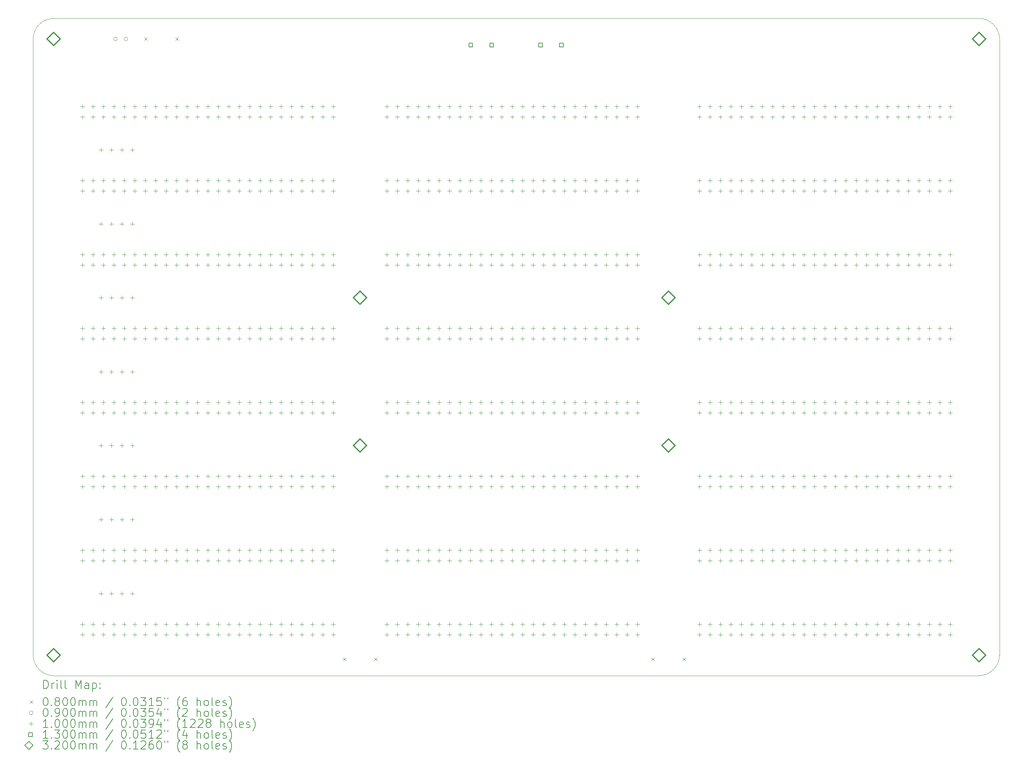
<source format=gbr>
%TF.GenerationSoftware,KiCad,Pcbnew,(6.0.11)*%
%TF.CreationDate,2023-08-30T13:09:04-04:00*%
%TF.ProjectId,backplane.8-slot,6261636b-706c-4616-9e65-2e382d736c6f,rev?*%
%TF.SameCoordinates,Original*%
%TF.FileFunction,Drillmap*%
%TF.FilePolarity,Positive*%
%FSLAX45Y45*%
G04 Gerber Fmt 4.5, Leading zero omitted, Abs format (unit mm)*
G04 Created by KiCad (PCBNEW (6.0.11)) date 2023-08-30 13:09:04*
%MOMM*%
%LPD*%
G01*
G04 APERTURE LIST*
%ADD10C,0.050000*%
%ADD11C,0.200000*%
%ADD12C,0.080000*%
%ADD13C,0.090000*%
%ADD14C,0.100000*%
%ADD15C,0.130000*%
%ADD16C,0.320000*%
G04 APERTURE END LIST*
D10*
X4000000Y-23000000D02*
X26500000Y-23000000D01*
X27000000Y-22500000D02*
X27000000Y-7500000D01*
X26500000Y-7000000D02*
X4000000Y-7000000D01*
X3500000Y-7500000D02*
X3500000Y-22500000D01*
X26500000Y-23000000D02*
G75*
G03*
X27000000Y-22500000I0J500000D01*
G01*
X27000000Y-7500000D02*
G75*
G03*
X26500000Y-7000000I-500000J0D01*
G01*
X3500000Y-22500000D02*
G75*
G03*
X4000000Y-23000000I500000J0D01*
G01*
X4000000Y-7000000D02*
G75*
G03*
X3500000Y-7500000I0J-500000D01*
G01*
D11*
D12*
X6198000Y-7460000D02*
X6278000Y-7540000D01*
X6278000Y-7460000D02*
X6198000Y-7540000D01*
X6960000Y-7460000D02*
X7040000Y-7540000D01*
X7040000Y-7460000D02*
X6960000Y-7540000D01*
X11029000Y-22560000D02*
X11109000Y-22640000D01*
X11109000Y-22560000D02*
X11029000Y-22640000D01*
X11791000Y-22560000D02*
X11871000Y-22640000D01*
X11871000Y-22560000D02*
X11791000Y-22640000D01*
X18529000Y-22560000D02*
X18609000Y-22640000D01*
X18609000Y-22560000D02*
X18529000Y-22640000D01*
X19291000Y-22560000D02*
X19371000Y-22640000D01*
X19371000Y-22560000D02*
X19291000Y-22640000D01*
D13*
X5545000Y-7500000D02*
G75*
G03*
X5545000Y-7500000I-45000J0D01*
G01*
X5799000Y-7500000D02*
G75*
G03*
X5799000Y-7500000I-45000J0D01*
G01*
D14*
X4704000Y-9096000D02*
X4704000Y-9196000D01*
X4654000Y-9146000D02*
X4754000Y-9146000D01*
X4704000Y-9350000D02*
X4704000Y-9450000D01*
X4654000Y-9400000D02*
X4754000Y-9400000D01*
X4704000Y-10896000D02*
X4704000Y-10996000D01*
X4654000Y-10946000D02*
X4754000Y-10946000D01*
X4704000Y-11150000D02*
X4704000Y-11250000D01*
X4654000Y-11200000D02*
X4754000Y-11200000D01*
X4704000Y-12696000D02*
X4704000Y-12796000D01*
X4654000Y-12746000D02*
X4754000Y-12746000D01*
X4704000Y-12950000D02*
X4704000Y-13050000D01*
X4654000Y-13000000D02*
X4754000Y-13000000D01*
X4704000Y-14496000D02*
X4704000Y-14596000D01*
X4654000Y-14546000D02*
X4754000Y-14546000D01*
X4704000Y-14750000D02*
X4704000Y-14850000D01*
X4654000Y-14800000D02*
X4754000Y-14800000D01*
X4704000Y-16296000D02*
X4704000Y-16396000D01*
X4654000Y-16346000D02*
X4754000Y-16346000D01*
X4704000Y-16550000D02*
X4704000Y-16650000D01*
X4654000Y-16600000D02*
X4754000Y-16600000D01*
X4704000Y-18096000D02*
X4704000Y-18196000D01*
X4654000Y-18146000D02*
X4754000Y-18146000D01*
X4704000Y-18350000D02*
X4704000Y-18450000D01*
X4654000Y-18400000D02*
X4754000Y-18400000D01*
X4704000Y-19896000D02*
X4704000Y-19996000D01*
X4654000Y-19946000D02*
X4754000Y-19946000D01*
X4704000Y-20150000D02*
X4704000Y-20250000D01*
X4654000Y-20200000D02*
X4754000Y-20200000D01*
X4704000Y-21696000D02*
X4704000Y-21796000D01*
X4654000Y-21746000D02*
X4754000Y-21746000D01*
X4704000Y-21950000D02*
X4704000Y-22050000D01*
X4654000Y-22000000D02*
X4754000Y-22000000D01*
X4958000Y-9096000D02*
X4958000Y-9196000D01*
X4908000Y-9146000D02*
X5008000Y-9146000D01*
X4958000Y-9350000D02*
X4958000Y-9450000D01*
X4908000Y-9400000D02*
X5008000Y-9400000D01*
X4958000Y-10896000D02*
X4958000Y-10996000D01*
X4908000Y-10946000D02*
X5008000Y-10946000D01*
X4958000Y-11150000D02*
X4958000Y-11250000D01*
X4908000Y-11200000D02*
X5008000Y-11200000D01*
X4958000Y-12696000D02*
X4958000Y-12796000D01*
X4908000Y-12746000D02*
X5008000Y-12746000D01*
X4958000Y-12950000D02*
X4958000Y-13050000D01*
X4908000Y-13000000D02*
X5008000Y-13000000D01*
X4958000Y-14496000D02*
X4958000Y-14596000D01*
X4908000Y-14546000D02*
X5008000Y-14546000D01*
X4958000Y-14750000D02*
X4958000Y-14850000D01*
X4908000Y-14800000D02*
X5008000Y-14800000D01*
X4958000Y-16296000D02*
X4958000Y-16396000D01*
X4908000Y-16346000D02*
X5008000Y-16346000D01*
X4958000Y-16550000D02*
X4958000Y-16650000D01*
X4908000Y-16600000D02*
X5008000Y-16600000D01*
X4958000Y-18096000D02*
X4958000Y-18196000D01*
X4908000Y-18146000D02*
X5008000Y-18146000D01*
X4958000Y-18350000D02*
X4958000Y-18450000D01*
X4908000Y-18400000D02*
X5008000Y-18400000D01*
X4958000Y-19896000D02*
X4958000Y-19996000D01*
X4908000Y-19946000D02*
X5008000Y-19946000D01*
X4958000Y-20150000D02*
X4958000Y-20250000D01*
X4908000Y-20200000D02*
X5008000Y-20200000D01*
X4958000Y-21696000D02*
X4958000Y-21796000D01*
X4908000Y-21746000D02*
X5008000Y-21746000D01*
X4958000Y-21950000D02*
X4958000Y-22050000D01*
X4908000Y-22000000D02*
X5008000Y-22000000D01*
X5150000Y-10150000D02*
X5150000Y-10250000D01*
X5100000Y-10200000D02*
X5200000Y-10200000D01*
X5150000Y-11950000D02*
X5150000Y-12050000D01*
X5100000Y-12000000D02*
X5200000Y-12000000D01*
X5150000Y-13750000D02*
X5150000Y-13850000D01*
X5100000Y-13800000D02*
X5200000Y-13800000D01*
X5150000Y-15550000D02*
X5150000Y-15650000D01*
X5100000Y-15600000D02*
X5200000Y-15600000D01*
X5150000Y-17350000D02*
X5150000Y-17450000D01*
X5100000Y-17400000D02*
X5200000Y-17400000D01*
X5150000Y-19150000D02*
X5150000Y-19250000D01*
X5100000Y-19200000D02*
X5200000Y-19200000D01*
X5150000Y-20950000D02*
X5150000Y-21050000D01*
X5100000Y-21000000D02*
X5200000Y-21000000D01*
X5212000Y-9096000D02*
X5212000Y-9196000D01*
X5162000Y-9146000D02*
X5262000Y-9146000D01*
X5212000Y-9350000D02*
X5212000Y-9450000D01*
X5162000Y-9400000D02*
X5262000Y-9400000D01*
X5212000Y-10896000D02*
X5212000Y-10996000D01*
X5162000Y-10946000D02*
X5262000Y-10946000D01*
X5212000Y-11150000D02*
X5212000Y-11250000D01*
X5162000Y-11200000D02*
X5262000Y-11200000D01*
X5212000Y-12696000D02*
X5212000Y-12796000D01*
X5162000Y-12746000D02*
X5262000Y-12746000D01*
X5212000Y-12950000D02*
X5212000Y-13050000D01*
X5162000Y-13000000D02*
X5262000Y-13000000D01*
X5212000Y-14496000D02*
X5212000Y-14596000D01*
X5162000Y-14546000D02*
X5262000Y-14546000D01*
X5212000Y-14750000D02*
X5212000Y-14850000D01*
X5162000Y-14800000D02*
X5262000Y-14800000D01*
X5212000Y-16296000D02*
X5212000Y-16396000D01*
X5162000Y-16346000D02*
X5262000Y-16346000D01*
X5212000Y-16550000D02*
X5212000Y-16650000D01*
X5162000Y-16600000D02*
X5262000Y-16600000D01*
X5212000Y-18096000D02*
X5212000Y-18196000D01*
X5162000Y-18146000D02*
X5262000Y-18146000D01*
X5212000Y-18350000D02*
X5212000Y-18450000D01*
X5162000Y-18400000D02*
X5262000Y-18400000D01*
X5212000Y-19896000D02*
X5212000Y-19996000D01*
X5162000Y-19946000D02*
X5262000Y-19946000D01*
X5212000Y-20150000D02*
X5212000Y-20250000D01*
X5162000Y-20200000D02*
X5262000Y-20200000D01*
X5212000Y-21696000D02*
X5212000Y-21796000D01*
X5162000Y-21746000D02*
X5262000Y-21746000D01*
X5212000Y-21950000D02*
X5212000Y-22050000D01*
X5162000Y-22000000D02*
X5262000Y-22000000D01*
X5404000Y-10150000D02*
X5404000Y-10250000D01*
X5354000Y-10200000D02*
X5454000Y-10200000D01*
X5404000Y-11950000D02*
X5404000Y-12050000D01*
X5354000Y-12000000D02*
X5454000Y-12000000D01*
X5404000Y-13750000D02*
X5404000Y-13850000D01*
X5354000Y-13800000D02*
X5454000Y-13800000D01*
X5404000Y-15550000D02*
X5404000Y-15650000D01*
X5354000Y-15600000D02*
X5454000Y-15600000D01*
X5404000Y-17350000D02*
X5404000Y-17450000D01*
X5354000Y-17400000D02*
X5454000Y-17400000D01*
X5404000Y-19150000D02*
X5404000Y-19250000D01*
X5354000Y-19200000D02*
X5454000Y-19200000D01*
X5404000Y-20950000D02*
X5404000Y-21050000D01*
X5354000Y-21000000D02*
X5454000Y-21000000D01*
X5466000Y-9096000D02*
X5466000Y-9196000D01*
X5416000Y-9146000D02*
X5516000Y-9146000D01*
X5466000Y-9350000D02*
X5466000Y-9450000D01*
X5416000Y-9400000D02*
X5516000Y-9400000D01*
X5466000Y-10896000D02*
X5466000Y-10996000D01*
X5416000Y-10946000D02*
X5516000Y-10946000D01*
X5466000Y-11150000D02*
X5466000Y-11250000D01*
X5416000Y-11200000D02*
X5516000Y-11200000D01*
X5466000Y-12696000D02*
X5466000Y-12796000D01*
X5416000Y-12746000D02*
X5516000Y-12746000D01*
X5466000Y-12950000D02*
X5466000Y-13050000D01*
X5416000Y-13000000D02*
X5516000Y-13000000D01*
X5466000Y-14496000D02*
X5466000Y-14596000D01*
X5416000Y-14546000D02*
X5516000Y-14546000D01*
X5466000Y-14750000D02*
X5466000Y-14850000D01*
X5416000Y-14800000D02*
X5516000Y-14800000D01*
X5466000Y-16296000D02*
X5466000Y-16396000D01*
X5416000Y-16346000D02*
X5516000Y-16346000D01*
X5466000Y-16550000D02*
X5466000Y-16650000D01*
X5416000Y-16600000D02*
X5516000Y-16600000D01*
X5466000Y-18096000D02*
X5466000Y-18196000D01*
X5416000Y-18146000D02*
X5516000Y-18146000D01*
X5466000Y-18350000D02*
X5466000Y-18450000D01*
X5416000Y-18400000D02*
X5516000Y-18400000D01*
X5466000Y-19896000D02*
X5466000Y-19996000D01*
X5416000Y-19946000D02*
X5516000Y-19946000D01*
X5466000Y-20150000D02*
X5466000Y-20250000D01*
X5416000Y-20200000D02*
X5516000Y-20200000D01*
X5466000Y-21696000D02*
X5466000Y-21796000D01*
X5416000Y-21746000D02*
X5516000Y-21746000D01*
X5466000Y-21950000D02*
X5466000Y-22050000D01*
X5416000Y-22000000D02*
X5516000Y-22000000D01*
X5658000Y-10150000D02*
X5658000Y-10250000D01*
X5608000Y-10200000D02*
X5708000Y-10200000D01*
X5658000Y-11950000D02*
X5658000Y-12050000D01*
X5608000Y-12000000D02*
X5708000Y-12000000D01*
X5658000Y-13750000D02*
X5658000Y-13850000D01*
X5608000Y-13800000D02*
X5708000Y-13800000D01*
X5658000Y-15550000D02*
X5658000Y-15650000D01*
X5608000Y-15600000D02*
X5708000Y-15600000D01*
X5658000Y-17350000D02*
X5658000Y-17450000D01*
X5608000Y-17400000D02*
X5708000Y-17400000D01*
X5658000Y-19150000D02*
X5658000Y-19250000D01*
X5608000Y-19200000D02*
X5708000Y-19200000D01*
X5658000Y-20950000D02*
X5658000Y-21050000D01*
X5608000Y-21000000D02*
X5708000Y-21000000D01*
X5720000Y-9096000D02*
X5720000Y-9196000D01*
X5670000Y-9146000D02*
X5770000Y-9146000D01*
X5720000Y-9350000D02*
X5720000Y-9450000D01*
X5670000Y-9400000D02*
X5770000Y-9400000D01*
X5720000Y-10896000D02*
X5720000Y-10996000D01*
X5670000Y-10946000D02*
X5770000Y-10946000D01*
X5720000Y-11150000D02*
X5720000Y-11250000D01*
X5670000Y-11200000D02*
X5770000Y-11200000D01*
X5720000Y-12696000D02*
X5720000Y-12796000D01*
X5670000Y-12746000D02*
X5770000Y-12746000D01*
X5720000Y-12950000D02*
X5720000Y-13050000D01*
X5670000Y-13000000D02*
X5770000Y-13000000D01*
X5720000Y-14496000D02*
X5720000Y-14596000D01*
X5670000Y-14546000D02*
X5770000Y-14546000D01*
X5720000Y-14750000D02*
X5720000Y-14850000D01*
X5670000Y-14800000D02*
X5770000Y-14800000D01*
X5720000Y-16296000D02*
X5720000Y-16396000D01*
X5670000Y-16346000D02*
X5770000Y-16346000D01*
X5720000Y-16550000D02*
X5720000Y-16650000D01*
X5670000Y-16600000D02*
X5770000Y-16600000D01*
X5720000Y-18096000D02*
X5720000Y-18196000D01*
X5670000Y-18146000D02*
X5770000Y-18146000D01*
X5720000Y-18350000D02*
X5720000Y-18450000D01*
X5670000Y-18400000D02*
X5770000Y-18400000D01*
X5720000Y-19896000D02*
X5720000Y-19996000D01*
X5670000Y-19946000D02*
X5770000Y-19946000D01*
X5720000Y-20150000D02*
X5720000Y-20250000D01*
X5670000Y-20200000D02*
X5770000Y-20200000D01*
X5720000Y-21696000D02*
X5720000Y-21796000D01*
X5670000Y-21746000D02*
X5770000Y-21746000D01*
X5720000Y-21950000D02*
X5720000Y-22050000D01*
X5670000Y-22000000D02*
X5770000Y-22000000D01*
X5912000Y-10150000D02*
X5912000Y-10250000D01*
X5862000Y-10200000D02*
X5962000Y-10200000D01*
X5912000Y-11950000D02*
X5912000Y-12050000D01*
X5862000Y-12000000D02*
X5962000Y-12000000D01*
X5912000Y-13750000D02*
X5912000Y-13850000D01*
X5862000Y-13800000D02*
X5962000Y-13800000D01*
X5912000Y-15550000D02*
X5912000Y-15650000D01*
X5862000Y-15600000D02*
X5962000Y-15600000D01*
X5912000Y-17350000D02*
X5912000Y-17450000D01*
X5862000Y-17400000D02*
X5962000Y-17400000D01*
X5912000Y-19150000D02*
X5912000Y-19250000D01*
X5862000Y-19200000D02*
X5962000Y-19200000D01*
X5912000Y-20950000D02*
X5912000Y-21050000D01*
X5862000Y-21000000D02*
X5962000Y-21000000D01*
X5974000Y-9096000D02*
X5974000Y-9196000D01*
X5924000Y-9146000D02*
X6024000Y-9146000D01*
X5974000Y-9350000D02*
X5974000Y-9450000D01*
X5924000Y-9400000D02*
X6024000Y-9400000D01*
X5974000Y-10896000D02*
X5974000Y-10996000D01*
X5924000Y-10946000D02*
X6024000Y-10946000D01*
X5974000Y-11150000D02*
X5974000Y-11250000D01*
X5924000Y-11200000D02*
X6024000Y-11200000D01*
X5974000Y-12696000D02*
X5974000Y-12796000D01*
X5924000Y-12746000D02*
X6024000Y-12746000D01*
X5974000Y-12950000D02*
X5974000Y-13050000D01*
X5924000Y-13000000D02*
X6024000Y-13000000D01*
X5974000Y-14496000D02*
X5974000Y-14596000D01*
X5924000Y-14546000D02*
X6024000Y-14546000D01*
X5974000Y-14750000D02*
X5974000Y-14850000D01*
X5924000Y-14800000D02*
X6024000Y-14800000D01*
X5974000Y-16296000D02*
X5974000Y-16396000D01*
X5924000Y-16346000D02*
X6024000Y-16346000D01*
X5974000Y-16550000D02*
X5974000Y-16650000D01*
X5924000Y-16600000D02*
X6024000Y-16600000D01*
X5974000Y-18096000D02*
X5974000Y-18196000D01*
X5924000Y-18146000D02*
X6024000Y-18146000D01*
X5974000Y-18350000D02*
X5974000Y-18450000D01*
X5924000Y-18400000D02*
X6024000Y-18400000D01*
X5974000Y-19896000D02*
X5974000Y-19996000D01*
X5924000Y-19946000D02*
X6024000Y-19946000D01*
X5974000Y-20150000D02*
X5974000Y-20250000D01*
X5924000Y-20200000D02*
X6024000Y-20200000D01*
X5974000Y-21696000D02*
X5974000Y-21796000D01*
X5924000Y-21746000D02*
X6024000Y-21746000D01*
X5974000Y-21950000D02*
X5974000Y-22050000D01*
X5924000Y-22000000D02*
X6024000Y-22000000D01*
X6228000Y-9096000D02*
X6228000Y-9196000D01*
X6178000Y-9146000D02*
X6278000Y-9146000D01*
X6228000Y-9350000D02*
X6228000Y-9450000D01*
X6178000Y-9400000D02*
X6278000Y-9400000D01*
X6228000Y-10896000D02*
X6228000Y-10996000D01*
X6178000Y-10946000D02*
X6278000Y-10946000D01*
X6228000Y-11150000D02*
X6228000Y-11250000D01*
X6178000Y-11200000D02*
X6278000Y-11200000D01*
X6228000Y-12696000D02*
X6228000Y-12796000D01*
X6178000Y-12746000D02*
X6278000Y-12746000D01*
X6228000Y-12950000D02*
X6228000Y-13050000D01*
X6178000Y-13000000D02*
X6278000Y-13000000D01*
X6228000Y-14496000D02*
X6228000Y-14596000D01*
X6178000Y-14546000D02*
X6278000Y-14546000D01*
X6228000Y-14750000D02*
X6228000Y-14850000D01*
X6178000Y-14800000D02*
X6278000Y-14800000D01*
X6228000Y-16296000D02*
X6228000Y-16396000D01*
X6178000Y-16346000D02*
X6278000Y-16346000D01*
X6228000Y-16550000D02*
X6228000Y-16650000D01*
X6178000Y-16600000D02*
X6278000Y-16600000D01*
X6228000Y-18096000D02*
X6228000Y-18196000D01*
X6178000Y-18146000D02*
X6278000Y-18146000D01*
X6228000Y-18350000D02*
X6228000Y-18450000D01*
X6178000Y-18400000D02*
X6278000Y-18400000D01*
X6228000Y-19896000D02*
X6228000Y-19996000D01*
X6178000Y-19946000D02*
X6278000Y-19946000D01*
X6228000Y-20150000D02*
X6228000Y-20250000D01*
X6178000Y-20200000D02*
X6278000Y-20200000D01*
X6228000Y-21696000D02*
X6228000Y-21796000D01*
X6178000Y-21746000D02*
X6278000Y-21746000D01*
X6228000Y-21950000D02*
X6228000Y-22050000D01*
X6178000Y-22000000D02*
X6278000Y-22000000D01*
X6482000Y-9096000D02*
X6482000Y-9196000D01*
X6432000Y-9146000D02*
X6532000Y-9146000D01*
X6482000Y-9350000D02*
X6482000Y-9450000D01*
X6432000Y-9400000D02*
X6532000Y-9400000D01*
X6482000Y-10896000D02*
X6482000Y-10996000D01*
X6432000Y-10946000D02*
X6532000Y-10946000D01*
X6482000Y-11150000D02*
X6482000Y-11250000D01*
X6432000Y-11200000D02*
X6532000Y-11200000D01*
X6482000Y-12696000D02*
X6482000Y-12796000D01*
X6432000Y-12746000D02*
X6532000Y-12746000D01*
X6482000Y-12950000D02*
X6482000Y-13050000D01*
X6432000Y-13000000D02*
X6532000Y-13000000D01*
X6482000Y-14496000D02*
X6482000Y-14596000D01*
X6432000Y-14546000D02*
X6532000Y-14546000D01*
X6482000Y-14750000D02*
X6482000Y-14850000D01*
X6432000Y-14800000D02*
X6532000Y-14800000D01*
X6482000Y-16296000D02*
X6482000Y-16396000D01*
X6432000Y-16346000D02*
X6532000Y-16346000D01*
X6482000Y-16550000D02*
X6482000Y-16650000D01*
X6432000Y-16600000D02*
X6532000Y-16600000D01*
X6482000Y-18096000D02*
X6482000Y-18196000D01*
X6432000Y-18146000D02*
X6532000Y-18146000D01*
X6482000Y-18350000D02*
X6482000Y-18450000D01*
X6432000Y-18400000D02*
X6532000Y-18400000D01*
X6482000Y-19896000D02*
X6482000Y-19996000D01*
X6432000Y-19946000D02*
X6532000Y-19946000D01*
X6482000Y-20150000D02*
X6482000Y-20250000D01*
X6432000Y-20200000D02*
X6532000Y-20200000D01*
X6482000Y-21696000D02*
X6482000Y-21796000D01*
X6432000Y-21746000D02*
X6532000Y-21746000D01*
X6482000Y-21950000D02*
X6482000Y-22050000D01*
X6432000Y-22000000D02*
X6532000Y-22000000D01*
X6736000Y-9096000D02*
X6736000Y-9196000D01*
X6686000Y-9146000D02*
X6786000Y-9146000D01*
X6736000Y-9350000D02*
X6736000Y-9450000D01*
X6686000Y-9400000D02*
X6786000Y-9400000D01*
X6736000Y-10896000D02*
X6736000Y-10996000D01*
X6686000Y-10946000D02*
X6786000Y-10946000D01*
X6736000Y-11150000D02*
X6736000Y-11250000D01*
X6686000Y-11200000D02*
X6786000Y-11200000D01*
X6736000Y-12696000D02*
X6736000Y-12796000D01*
X6686000Y-12746000D02*
X6786000Y-12746000D01*
X6736000Y-12950000D02*
X6736000Y-13050000D01*
X6686000Y-13000000D02*
X6786000Y-13000000D01*
X6736000Y-14496000D02*
X6736000Y-14596000D01*
X6686000Y-14546000D02*
X6786000Y-14546000D01*
X6736000Y-14750000D02*
X6736000Y-14850000D01*
X6686000Y-14800000D02*
X6786000Y-14800000D01*
X6736000Y-16296000D02*
X6736000Y-16396000D01*
X6686000Y-16346000D02*
X6786000Y-16346000D01*
X6736000Y-16550000D02*
X6736000Y-16650000D01*
X6686000Y-16600000D02*
X6786000Y-16600000D01*
X6736000Y-18096000D02*
X6736000Y-18196000D01*
X6686000Y-18146000D02*
X6786000Y-18146000D01*
X6736000Y-18350000D02*
X6736000Y-18450000D01*
X6686000Y-18400000D02*
X6786000Y-18400000D01*
X6736000Y-19896000D02*
X6736000Y-19996000D01*
X6686000Y-19946000D02*
X6786000Y-19946000D01*
X6736000Y-20150000D02*
X6736000Y-20250000D01*
X6686000Y-20200000D02*
X6786000Y-20200000D01*
X6736000Y-21696000D02*
X6736000Y-21796000D01*
X6686000Y-21746000D02*
X6786000Y-21746000D01*
X6736000Y-21950000D02*
X6736000Y-22050000D01*
X6686000Y-22000000D02*
X6786000Y-22000000D01*
X6990000Y-9096000D02*
X6990000Y-9196000D01*
X6940000Y-9146000D02*
X7040000Y-9146000D01*
X6990000Y-9350000D02*
X6990000Y-9450000D01*
X6940000Y-9400000D02*
X7040000Y-9400000D01*
X6990000Y-10896000D02*
X6990000Y-10996000D01*
X6940000Y-10946000D02*
X7040000Y-10946000D01*
X6990000Y-11150000D02*
X6990000Y-11250000D01*
X6940000Y-11200000D02*
X7040000Y-11200000D01*
X6990000Y-12696000D02*
X6990000Y-12796000D01*
X6940000Y-12746000D02*
X7040000Y-12746000D01*
X6990000Y-12950000D02*
X6990000Y-13050000D01*
X6940000Y-13000000D02*
X7040000Y-13000000D01*
X6990000Y-14496000D02*
X6990000Y-14596000D01*
X6940000Y-14546000D02*
X7040000Y-14546000D01*
X6990000Y-14750000D02*
X6990000Y-14850000D01*
X6940000Y-14800000D02*
X7040000Y-14800000D01*
X6990000Y-16296000D02*
X6990000Y-16396000D01*
X6940000Y-16346000D02*
X7040000Y-16346000D01*
X6990000Y-16550000D02*
X6990000Y-16650000D01*
X6940000Y-16600000D02*
X7040000Y-16600000D01*
X6990000Y-18096000D02*
X6990000Y-18196000D01*
X6940000Y-18146000D02*
X7040000Y-18146000D01*
X6990000Y-18350000D02*
X6990000Y-18450000D01*
X6940000Y-18400000D02*
X7040000Y-18400000D01*
X6990000Y-19896000D02*
X6990000Y-19996000D01*
X6940000Y-19946000D02*
X7040000Y-19946000D01*
X6990000Y-20150000D02*
X6990000Y-20250000D01*
X6940000Y-20200000D02*
X7040000Y-20200000D01*
X6990000Y-21696000D02*
X6990000Y-21796000D01*
X6940000Y-21746000D02*
X7040000Y-21746000D01*
X6990000Y-21950000D02*
X6990000Y-22050000D01*
X6940000Y-22000000D02*
X7040000Y-22000000D01*
X7244000Y-9096000D02*
X7244000Y-9196000D01*
X7194000Y-9146000D02*
X7294000Y-9146000D01*
X7244000Y-9350000D02*
X7244000Y-9450000D01*
X7194000Y-9400000D02*
X7294000Y-9400000D01*
X7244000Y-10896000D02*
X7244000Y-10996000D01*
X7194000Y-10946000D02*
X7294000Y-10946000D01*
X7244000Y-11150000D02*
X7244000Y-11250000D01*
X7194000Y-11200000D02*
X7294000Y-11200000D01*
X7244000Y-12696000D02*
X7244000Y-12796000D01*
X7194000Y-12746000D02*
X7294000Y-12746000D01*
X7244000Y-12950000D02*
X7244000Y-13050000D01*
X7194000Y-13000000D02*
X7294000Y-13000000D01*
X7244000Y-14496000D02*
X7244000Y-14596000D01*
X7194000Y-14546000D02*
X7294000Y-14546000D01*
X7244000Y-14750000D02*
X7244000Y-14850000D01*
X7194000Y-14800000D02*
X7294000Y-14800000D01*
X7244000Y-16296000D02*
X7244000Y-16396000D01*
X7194000Y-16346000D02*
X7294000Y-16346000D01*
X7244000Y-16550000D02*
X7244000Y-16650000D01*
X7194000Y-16600000D02*
X7294000Y-16600000D01*
X7244000Y-18096000D02*
X7244000Y-18196000D01*
X7194000Y-18146000D02*
X7294000Y-18146000D01*
X7244000Y-18350000D02*
X7244000Y-18450000D01*
X7194000Y-18400000D02*
X7294000Y-18400000D01*
X7244000Y-19896000D02*
X7244000Y-19996000D01*
X7194000Y-19946000D02*
X7294000Y-19946000D01*
X7244000Y-20150000D02*
X7244000Y-20250000D01*
X7194000Y-20200000D02*
X7294000Y-20200000D01*
X7244000Y-21696000D02*
X7244000Y-21796000D01*
X7194000Y-21746000D02*
X7294000Y-21746000D01*
X7244000Y-21950000D02*
X7244000Y-22050000D01*
X7194000Y-22000000D02*
X7294000Y-22000000D01*
X7498000Y-9096000D02*
X7498000Y-9196000D01*
X7448000Y-9146000D02*
X7548000Y-9146000D01*
X7498000Y-9350000D02*
X7498000Y-9450000D01*
X7448000Y-9400000D02*
X7548000Y-9400000D01*
X7498000Y-10896000D02*
X7498000Y-10996000D01*
X7448000Y-10946000D02*
X7548000Y-10946000D01*
X7498000Y-11150000D02*
X7498000Y-11250000D01*
X7448000Y-11200000D02*
X7548000Y-11200000D01*
X7498000Y-12696000D02*
X7498000Y-12796000D01*
X7448000Y-12746000D02*
X7548000Y-12746000D01*
X7498000Y-12950000D02*
X7498000Y-13050000D01*
X7448000Y-13000000D02*
X7548000Y-13000000D01*
X7498000Y-14496000D02*
X7498000Y-14596000D01*
X7448000Y-14546000D02*
X7548000Y-14546000D01*
X7498000Y-14750000D02*
X7498000Y-14850000D01*
X7448000Y-14800000D02*
X7548000Y-14800000D01*
X7498000Y-16296000D02*
X7498000Y-16396000D01*
X7448000Y-16346000D02*
X7548000Y-16346000D01*
X7498000Y-16550000D02*
X7498000Y-16650000D01*
X7448000Y-16600000D02*
X7548000Y-16600000D01*
X7498000Y-18096000D02*
X7498000Y-18196000D01*
X7448000Y-18146000D02*
X7548000Y-18146000D01*
X7498000Y-18350000D02*
X7498000Y-18450000D01*
X7448000Y-18400000D02*
X7548000Y-18400000D01*
X7498000Y-19896000D02*
X7498000Y-19996000D01*
X7448000Y-19946000D02*
X7548000Y-19946000D01*
X7498000Y-20150000D02*
X7498000Y-20250000D01*
X7448000Y-20200000D02*
X7548000Y-20200000D01*
X7498000Y-21696000D02*
X7498000Y-21796000D01*
X7448000Y-21746000D02*
X7548000Y-21746000D01*
X7498000Y-21950000D02*
X7498000Y-22050000D01*
X7448000Y-22000000D02*
X7548000Y-22000000D01*
X7752000Y-9096000D02*
X7752000Y-9196000D01*
X7702000Y-9146000D02*
X7802000Y-9146000D01*
X7752000Y-9350000D02*
X7752000Y-9450000D01*
X7702000Y-9400000D02*
X7802000Y-9400000D01*
X7752000Y-10896000D02*
X7752000Y-10996000D01*
X7702000Y-10946000D02*
X7802000Y-10946000D01*
X7752000Y-11150000D02*
X7752000Y-11250000D01*
X7702000Y-11200000D02*
X7802000Y-11200000D01*
X7752000Y-12696000D02*
X7752000Y-12796000D01*
X7702000Y-12746000D02*
X7802000Y-12746000D01*
X7752000Y-12950000D02*
X7752000Y-13050000D01*
X7702000Y-13000000D02*
X7802000Y-13000000D01*
X7752000Y-14496000D02*
X7752000Y-14596000D01*
X7702000Y-14546000D02*
X7802000Y-14546000D01*
X7752000Y-14750000D02*
X7752000Y-14850000D01*
X7702000Y-14800000D02*
X7802000Y-14800000D01*
X7752000Y-16296000D02*
X7752000Y-16396000D01*
X7702000Y-16346000D02*
X7802000Y-16346000D01*
X7752000Y-16550000D02*
X7752000Y-16650000D01*
X7702000Y-16600000D02*
X7802000Y-16600000D01*
X7752000Y-18096000D02*
X7752000Y-18196000D01*
X7702000Y-18146000D02*
X7802000Y-18146000D01*
X7752000Y-18350000D02*
X7752000Y-18450000D01*
X7702000Y-18400000D02*
X7802000Y-18400000D01*
X7752000Y-19896000D02*
X7752000Y-19996000D01*
X7702000Y-19946000D02*
X7802000Y-19946000D01*
X7752000Y-20150000D02*
X7752000Y-20250000D01*
X7702000Y-20200000D02*
X7802000Y-20200000D01*
X7752000Y-21696000D02*
X7752000Y-21796000D01*
X7702000Y-21746000D02*
X7802000Y-21746000D01*
X7752000Y-21950000D02*
X7752000Y-22050000D01*
X7702000Y-22000000D02*
X7802000Y-22000000D01*
X8006000Y-9096000D02*
X8006000Y-9196000D01*
X7956000Y-9146000D02*
X8056000Y-9146000D01*
X8006000Y-9350000D02*
X8006000Y-9450000D01*
X7956000Y-9400000D02*
X8056000Y-9400000D01*
X8006000Y-10896000D02*
X8006000Y-10996000D01*
X7956000Y-10946000D02*
X8056000Y-10946000D01*
X8006000Y-11150000D02*
X8006000Y-11250000D01*
X7956000Y-11200000D02*
X8056000Y-11200000D01*
X8006000Y-12696000D02*
X8006000Y-12796000D01*
X7956000Y-12746000D02*
X8056000Y-12746000D01*
X8006000Y-12950000D02*
X8006000Y-13050000D01*
X7956000Y-13000000D02*
X8056000Y-13000000D01*
X8006000Y-14496000D02*
X8006000Y-14596000D01*
X7956000Y-14546000D02*
X8056000Y-14546000D01*
X8006000Y-14750000D02*
X8006000Y-14850000D01*
X7956000Y-14800000D02*
X8056000Y-14800000D01*
X8006000Y-16296000D02*
X8006000Y-16396000D01*
X7956000Y-16346000D02*
X8056000Y-16346000D01*
X8006000Y-16550000D02*
X8006000Y-16650000D01*
X7956000Y-16600000D02*
X8056000Y-16600000D01*
X8006000Y-18096000D02*
X8006000Y-18196000D01*
X7956000Y-18146000D02*
X8056000Y-18146000D01*
X8006000Y-18350000D02*
X8006000Y-18450000D01*
X7956000Y-18400000D02*
X8056000Y-18400000D01*
X8006000Y-19896000D02*
X8006000Y-19996000D01*
X7956000Y-19946000D02*
X8056000Y-19946000D01*
X8006000Y-20150000D02*
X8006000Y-20250000D01*
X7956000Y-20200000D02*
X8056000Y-20200000D01*
X8006000Y-21696000D02*
X8006000Y-21796000D01*
X7956000Y-21746000D02*
X8056000Y-21746000D01*
X8006000Y-21950000D02*
X8006000Y-22050000D01*
X7956000Y-22000000D02*
X8056000Y-22000000D01*
X8260000Y-9096000D02*
X8260000Y-9196000D01*
X8210000Y-9146000D02*
X8310000Y-9146000D01*
X8260000Y-9350000D02*
X8260000Y-9450000D01*
X8210000Y-9400000D02*
X8310000Y-9400000D01*
X8260000Y-10896000D02*
X8260000Y-10996000D01*
X8210000Y-10946000D02*
X8310000Y-10946000D01*
X8260000Y-11150000D02*
X8260000Y-11250000D01*
X8210000Y-11200000D02*
X8310000Y-11200000D01*
X8260000Y-12696000D02*
X8260000Y-12796000D01*
X8210000Y-12746000D02*
X8310000Y-12746000D01*
X8260000Y-12950000D02*
X8260000Y-13050000D01*
X8210000Y-13000000D02*
X8310000Y-13000000D01*
X8260000Y-14496000D02*
X8260000Y-14596000D01*
X8210000Y-14546000D02*
X8310000Y-14546000D01*
X8260000Y-14750000D02*
X8260000Y-14850000D01*
X8210000Y-14800000D02*
X8310000Y-14800000D01*
X8260000Y-16296000D02*
X8260000Y-16396000D01*
X8210000Y-16346000D02*
X8310000Y-16346000D01*
X8260000Y-16550000D02*
X8260000Y-16650000D01*
X8210000Y-16600000D02*
X8310000Y-16600000D01*
X8260000Y-18096000D02*
X8260000Y-18196000D01*
X8210000Y-18146000D02*
X8310000Y-18146000D01*
X8260000Y-18350000D02*
X8260000Y-18450000D01*
X8210000Y-18400000D02*
X8310000Y-18400000D01*
X8260000Y-19896000D02*
X8260000Y-19996000D01*
X8210000Y-19946000D02*
X8310000Y-19946000D01*
X8260000Y-20150000D02*
X8260000Y-20250000D01*
X8210000Y-20200000D02*
X8310000Y-20200000D01*
X8260000Y-21696000D02*
X8260000Y-21796000D01*
X8210000Y-21746000D02*
X8310000Y-21746000D01*
X8260000Y-21950000D02*
X8260000Y-22050000D01*
X8210000Y-22000000D02*
X8310000Y-22000000D01*
X8514000Y-9096000D02*
X8514000Y-9196000D01*
X8464000Y-9146000D02*
X8564000Y-9146000D01*
X8514000Y-9350000D02*
X8514000Y-9450000D01*
X8464000Y-9400000D02*
X8564000Y-9400000D01*
X8514000Y-10896000D02*
X8514000Y-10996000D01*
X8464000Y-10946000D02*
X8564000Y-10946000D01*
X8514000Y-11150000D02*
X8514000Y-11250000D01*
X8464000Y-11200000D02*
X8564000Y-11200000D01*
X8514000Y-12696000D02*
X8514000Y-12796000D01*
X8464000Y-12746000D02*
X8564000Y-12746000D01*
X8514000Y-12950000D02*
X8514000Y-13050000D01*
X8464000Y-13000000D02*
X8564000Y-13000000D01*
X8514000Y-14496000D02*
X8514000Y-14596000D01*
X8464000Y-14546000D02*
X8564000Y-14546000D01*
X8514000Y-14750000D02*
X8514000Y-14850000D01*
X8464000Y-14800000D02*
X8564000Y-14800000D01*
X8514000Y-16296000D02*
X8514000Y-16396000D01*
X8464000Y-16346000D02*
X8564000Y-16346000D01*
X8514000Y-16550000D02*
X8514000Y-16650000D01*
X8464000Y-16600000D02*
X8564000Y-16600000D01*
X8514000Y-18096000D02*
X8514000Y-18196000D01*
X8464000Y-18146000D02*
X8564000Y-18146000D01*
X8514000Y-18350000D02*
X8514000Y-18450000D01*
X8464000Y-18400000D02*
X8564000Y-18400000D01*
X8514000Y-19896000D02*
X8514000Y-19996000D01*
X8464000Y-19946000D02*
X8564000Y-19946000D01*
X8514000Y-20150000D02*
X8514000Y-20250000D01*
X8464000Y-20200000D02*
X8564000Y-20200000D01*
X8514000Y-21696000D02*
X8514000Y-21796000D01*
X8464000Y-21746000D02*
X8564000Y-21746000D01*
X8514000Y-21950000D02*
X8514000Y-22050000D01*
X8464000Y-22000000D02*
X8564000Y-22000000D01*
X8768000Y-9096000D02*
X8768000Y-9196000D01*
X8718000Y-9146000D02*
X8818000Y-9146000D01*
X8768000Y-9350000D02*
X8768000Y-9450000D01*
X8718000Y-9400000D02*
X8818000Y-9400000D01*
X8768000Y-10896000D02*
X8768000Y-10996000D01*
X8718000Y-10946000D02*
X8818000Y-10946000D01*
X8768000Y-11150000D02*
X8768000Y-11250000D01*
X8718000Y-11200000D02*
X8818000Y-11200000D01*
X8768000Y-12696000D02*
X8768000Y-12796000D01*
X8718000Y-12746000D02*
X8818000Y-12746000D01*
X8768000Y-12950000D02*
X8768000Y-13050000D01*
X8718000Y-13000000D02*
X8818000Y-13000000D01*
X8768000Y-14496000D02*
X8768000Y-14596000D01*
X8718000Y-14546000D02*
X8818000Y-14546000D01*
X8768000Y-14750000D02*
X8768000Y-14850000D01*
X8718000Y-14800000D02*
X8818000Y-14800000D01*
X8768000Y-16296000D02*
X8768000Y-16396000D01*
X8718000Y-16346000D02*
X8818000Y-16346000D01*
X8768000Y-16550000D02*
X8768000Y-16650000D01*
X8718000Y-16600000D02*
X8818000Y-16600000D01*
X8768000Y-18096000D02*
X8768000Y-18196000D01*
X8718000Y-18146000D02*
X8818000Y-18146000D01*
X8768000Y-18350000D02*
X8768000Y-18450000D01*
X8718000Y-18400000D02*
X8818000Y-18400000D01*
X8768000Y-19896000D02*
X8768000Y-19996000D01*
X8718000Y-19946000D02*
X8818000Y-19946000D01*
X8768000Y-20150000D02*
X8768000Y-20250000D01*
X8718000Y-20200000D02*
X8818000Y-20200000D01*
X8768000Y-21696000D02*
X8768000Y-21796000D01*
X8718000Y-21746000D02*
X8818000Y-21746000D01*
X8768000Y-21950000D02*
X8768000Y-22050000D01*
X8718000Y-22000000D02*
X8818000Y-22000000D01*
X9022000Y-9096000D02*
X9022000Y-9196000D01*
X8972000Y-9146000D02*
X9072000Y-9146000D01*
X9022000Y-9350000D02*
X9022000Y-9450000D01*
X8972000Y-9400000D02*
X9072000Y-9400000D01*
X9022000Y-10896000D02*
X9022000Y-10996000D01*
X8972000Y-10946000D02*
X9072000Y-10946000D01*
X9022000Y-11150000D02*
X9022000Y-11250000D01*
X8972000Y-11200000D02*
X9072000Y-11200000D01*
X9022000Y-12696000D02*
X9022000Y-12796000D01*
X8972000Y-12746000D02*
X9072000Y-12746000D01*
X9022000Y-12950000D02*
X9022000Y-13050000D01*
X8972000Y-13000000D02*
X9072000Y-13000000D01*
X9022000Y-14496000D02*
X9022000Y-14596000D01*
X8972000Y-14546000D02*
X9072000Y-14546000D01*
X9022000Y-14750000D02*
X9022000Y-14850000D01*
X8972000Y-14800000D02*
X9072000Y-14800000D01*
X9022000Y-16296000D02*
X9022000Y-16396000D01*
X8972000Y-16346000D02*
X9072000Y-16346000D01*
X9022000Y-16550000D02*
X9022000Y-16650000D01*
X8972000Y-16600000D02*
X9072000Y-16600000D01*
X9022000Y-18096000D02*
X9022000Y-18196000D01*
X8972000Y-18146000D02*
X9072000Y-18146000D01*
X9022000Y-18350000D02*
X9022000Y-18450000D01*
X8972000Y-18400000D02*
X9072000Y-18400000D01*
X9022000Y-19896000D02*
X9022000Y-19996000D01*
X8972000Y-19946000D02*
X9072000Y-19946000D01*
X9022000Y-20150000D02*
X9022000Y-20250000D01*
X8972000Y-20200000D02*
X9072000Y-20200000D01*
X9022000Y-21696000D02*
X9022000Y-21796000D01*
X8972000Y-21746000D02*
X9072000Y-21746000D01*
X9022000Y-21950000D02*
X9022000Y-22050000D01*
X8972000Y-22000000D02*
X9072000Y-22000000D01*
X9276000Y-9096000D02*
X9276000Y-9196000D01*
X9226000Y-9146000D02*
X9326000Y-9146000D01*
X9276000Y-9350000D02*
X9276000Y-9450000D01*
X9226000Y-9400000D02*
X9326000Y-9400000D01*
X9276000Y-10896000D02*
X9276000Y-10996000D01*
X9226000Y-10946000D02*
X9326000Y-10946000D01*
X9276000Y-11150000D02*
X9276000Y-11250000D01*
X9226000Y-11200000D02*
X9326000Y-11200000D01*
X9276000Y-12696000D02*
X9276000Y-12796000D01*
X9226000Y-12746000D02*
X9326000Y-12746000D01*
X9276000Y-12950000D02*
X9276000Y-13050000D01*
X9226000Y-13000000D02*
X9326000Y-13000000D01*
X9276000Y-14496000D02*
X9276000Y-14596000D01*
X9226000Y-14546000D02*
X9326000Y-14546000D01*
X9276000Y-14750000D02*
X9276000Y-14850000D01*
X9226000Y-14800000D02*
X9326000Y-14800000D01*
X9276000Y-16296000D02*
X9276000Y-16396000D01*
X9226000Y-16346000D02*
X9326000Y-16346000D01*
X9276000Y-16550000D02*
X9276000Y-16650000D01*
X9226000Y-16600000D02*
X9326000Y-16600000D01*
X9276000Y-18096000D02*
X9276000Y-18196000D01*
X9226000Y-18146000D02*
X9326000Y-18146000D01*
X9276000Y-18350000D02*
X9276000Y-18450000D01*
X9226000Y-18400000D02*
X9326000Y-18400000D01*
X9276000Y-19896000D02*
X9276000Y-19996000D01*
X9226000Y-19946000D02*
X9326000Y-19946000D01*
X9276000Y-20150000D02*
X9276000Y-20250000D01*
X9226000Y-20200000D02*
X9326000Y-20200000D01*
X9276000Y-21696000D02*
X9276000Y-21796000D01*
X9226000Y-21746000D02*
X9326000Y-21746000D01*
X9276000Y-21950000D02*
X9276000Y-22050000D01*
X9226000Y-22000000D02*
X9326000Y-22000000D01*
X9530000Y-9096000D02*
X9530000Y-9196000D01*
X9480000Y-9146000D02*
X9580000Y-9146000D01*
X9530000Y-9350000D02*
X9530000Y-9450000D01*
X9480000Y-9400000D02*
X9580000Y-9400000D01*
X9530000Y-10896000D02*
X9530000Y-10996000D01*
X9480000Y-10946000D02*
X9580000Y-10946000D01*
X9530000Y-11150000D02*
X9530000Y-11250000D01*
X9480000Y-11200000D02*
X9580000Y-11200000D01*
X9530000Y-12696000D02*
X9530000Y-12796000D01*
X9480000Y-12746000D02*
X9580000Y-12746000D01*
X9530000Y-12950000D02*
X9530000Y-13050000D01*
X9480000Y-13000000D02*
X9580000Y-13000000D01*
X9530000Y-14496000D02*
X9530000Y-14596000D01*
X9480000Y-14546000D02*
X9580000Y-14546000D01*
X9530000Y-14750000D02*
X9530000Y-14850000D01*
X9480000Y-14800000D02*
X9580000Y-14800000D01*
X9530000Y-16296000D02*
X9530000Y-16396000D01*
X9480000Y-16346000D02*
X9580000Y-16346000D01*
X9530000Y-16550000D02*
X9530000Y-16650000D01*
X9480000Y-16600000D02*
X9580000Y-16600000D01*
X9530000Y-18096000D02*
X9530000Y-18196000D01*
X9480000Y-18146000D02*
X9580000Y-18146000D01*
X9530000Y-18350000D02*
X9530000Y-18450000D01*
X9480000Y-18400000D02*
X9580000Y-18400000D01*
X9530000Y-19896000D02*
X9530000Y-19996000D01*
X9480000Y-19946000D02*
X9580000Y-19946000D01*
X9530000Y-20150000D02*
X9530000Y-20250000D01*
X9480000Y-20200000D02*
X9580000Y-20200000D01*
X9530000Y-21696000D02*
X9530000Y-21796000D01*
X9480000Y-21746000D02*
X9580000Y-21746000D01*
X9530000Y-21950000D02*
X9530000Y-22050000D01*
X9480000Y-22000000D02*
X9580000Y-22000000D01*
X9784000Y-9096000D02*
X9784000Y-9196000D01*
X9734000Y-9146000D02*
X9834000Y-9146000D01*
X9784000Y-9350000D02*
X9784000Y-9450000D01*
X9734000Y-9400000D02*
X9834000Y-9400000D01*
X9784000Y-10896000D02*
X9784000Y-10996000D01*
X9734000Y-10946000D02*
X9834000Y-10946000D01*
X9784000Y-11150000D02*
X9784000Y-11250000D01*
X9734000Y-11200000D02*
X9834000Y-11200000D01*
X9784000Y-12696000D02*
X9784000Y-12796000D01*
X9734000Y-12746000D02*
X9834000Y-12746000D01*
X9784000Y-12950000D02*
X9784000Y-13050000D01*
X9734000Y-13000000D02*
X9834000Y-13000000D01*
X9784000Y-14496000D02*
X9784000Y-14596000D01*
X9734000Y-14546000D02*
X9834000Y-14546000D01*
X9784000Y-14750000D02*
X9784000Y-14850000D01*
X9734000Y-14800000D02*
X9834000Y-14800000D01*
X9784000Y-16296000D02*
X9784000Y-16396000D01*
X9734000Y-16346000D02*
X9834000Y-16346000D01*
X9784000Y-16550000D02*
X9784000Y-16650000D01*
X9734000Y-16600000D02*
X9834000Y-16600000D01*
X9784000Y-18096000D02*
X9784000Y-18196000D01*
X9734000Y-18146000D02*
X9834000Y-18146000D01*
X9784000Y-18350000D02*
X9784000Y-18450000D01*
X9734000Y-18400000D02*
X9834000Y-18400000D01*
X9784000Y-19896000D02*
X9784000Y-19996000D01*
X9734000Y-19946000D02*
X9834000Y-19946000D01*
X9784000Y-20150000D02*
X9784000Y-20250000D01*
X9734000Y-20200000D02*
X9834000Y-20200000D01*
X9784000Y-21696000D02*
X9784000Y-21796000D01*
X9734000Y-21746000D02*
X9834000Y-21746000D01*
X9784000Y-21950000D02*
X9784000Y-22050000D01*
X9734000Y-22000000D02*
X9834000Y-22000000D01*
X10038000Y-9096000D02*
X10038000Y-9196000D01*
X9988000Y-9146000D02*
X10088000Y-9146000D01*
X10038000Y-9350000D02*
X10038000Y-9450000D01*
X9988000Y-9400000D02*
X10088000Y-9400000D01*
X10038000Y-10896000D02*
X10038000Y-10996000D01*
X9988000Y-10946000D02*
X10088000Y-10946000D01*
X10038000Y-11150000D02*
X10038000Y-11250000D01*
X9988000Y-11200000D02*
X10088000Y-11200000D01*
X10038000Y-12696000D02*
X10038000Y-12796000D01*
X9988000Y-12746000D02*
X10088000Y-12746000D01*
X10038000Y-12950000D02*
X10038000Y-13050000D01*
X9988000Y-13000000D02*
X10088000Y-13000000D01*
X10038000Y-14496000D02*
X10038000Y-14596000D01*
X9988000Y-14546000D02*
X10088000Y-14546000D01*
X10038000Y-14750000D02*
X10038000Y-14850000D01*
X9988000Y-14800000D02*
X10088000Y-14800000D01*
X10038000Y-16296000D02*
X10038000Y-16396000D01*
X9988000Y-16346000D02*
X10088000Y-16346000D01*
X10038000Y-16550000D02*
X10038000Y-16650000D01*
X9988000Y-16600000D02*
X10088000Y-16600000D01*
X10038000Y-18096000D02*
X10038000Y-18196000D01*
X9988000Y-18146000D02*
X10088000Y-18146000D01*
X10038000Y-18350000D02*
X10038000Y-18450000D01*
X9988000Y-18400000D02*
X10088000Y-18400000D01*
X10038000Y-19896000D02*
X10038000Y-19996000D01*
X9988000Y-19946000D02*
X10088000Y-19946000D01*
X10038000Y-20150000D02*
X10038000Y-20250000D01*
X9988000Y-20200000D02*
X10088000Y-20200000D01*
X10038000Y-21696000D02*
X10038000Y-21796000D01*
X9988000Y-21746000D02*
X10088000Y-21746000D01*
X10038000Y-21950000D02*
X10038000Y-22050000D01*
X9988000Y-22000000D02*
X10088000Y-22000000D01*
X10292000Y-9096000D02*
X10292000Y-9196000D01*
X10242000Y-9146000D02*
X10342000Y-9146000D01*
X10292000Y-9350000D02*
X10292000Y-9450000D01*
X10242000Y-9400000D02*
X10342000Y-9400000D01*
X10292000Y-10896000D02*
X10292000Y-10996000D01*
X10242000Y-10946000D02*
X10342000Y-10946000D01*
X10292000Y-11150000D02*
X10292000Y-11250000D01*
X10242000Y-11200000D02*
X10342000Y-11200000D01*
X10292000Y-12696000D02*
X10292000Y-12796000D01*
X10242000Y-12746000D02*
X10342000Y-12746000D01*
X10292000Y-12950000D02*
X10292000Y-13050000D01*
X10242000Y-13000000D02*
X10342000Y-13000000D01*
X10292000Y-14496000D02*
X10292000Y-14596000D01*
X10242000Y-14546000D02*
X10342000Y-14546000D01*
X10292000Y-14750000D02*
X10292000Y-14850000D01*
X10242000Y-14800000D02*
X10342000Y-14800000D01*
X10292000Y-16296000D02*
X10292000Y-16396000D01*
X10242000Y-16346000D02*
X10342000Y-16346000D01*
X10292000Y-16550000D02*
X10292000Y-16650000D01*
X10242000Y-16600000D02*
X10342000Y-16600000D01*
X10292000Y-18096000D02*
X10292000Y-18196000D01*
X10242000Y-18146000D02*
X10342000Y-18146000D01*
X10292000Y-18350000D02*
X10292000Y-18450000D01*
X10242000Y-18400000D02*
X10342000Y-18400000D01*
X10292000Y-19896000D02*
X10292000Y-19996000D01*
X10242000Y-19946000D02*
X10342000Y-19946000D01*
X10292000Y-20150000D02*
X10292000Y-20250000D01*
X10242000Y-20200000D02*
X10342000Y-20200000D01*
X10292000Y-21696000D02*
X10292000Y-21796000D01*
X10242000Y-21746000D02*
X10342000Y-21746000D01*
X10292000Y-21950000D02*
X10292000Y-22050000D01*
X10242000Y-22000000D02*
X10342000Y-22000000D01*
X10546000Y-9096000D02*
X10546000Y-9196000D01*
X10496000Y-9146000D02*
X10596000Y-9146000D01*
X10546000Y-9350000D02*
X10546000Y-9450000D01*
X10496000Y-9400000D02*
X10596000Y-9400000D01*
X10546000Y-10896000D02*
X10546000Y-10996000D01*
X10496000Y-10946000D02*
X10596000Y-10946000D01*
X10546000Y-11150000D02*
X10546000Y-11250000D01*
X10496000Y-11200000D02*
X10596000Y-11200000D01*
X10546000Y-12696000D02*
X10546000Y-12796000D01*
X10496000Y-12746000D02*
X10596000Y-12746000D01*
X10546000Y-12950000D02*
X10546000Y-13050000D01*
X10496000Y-13000000D02*
X10596000Y-13000000D01*
X10546000Y-14496000D02*
X10546000Y-14596000D01*
X10496000Y-14546000D02*
X10596000Y-14546000D01*
X10546000Y-14750000D02*
X10546000Y-14850000D01*
X10496000Y-14800000D02*
X10596000Y-14800000D01*
X10546000Y-16296000D02*
X10546000Y-16396000D01*
X10496000Y-16346000D02*
X10596000Y-16346000D01*
X10546000Y-16550000D02*
X10546000Y-16650000D01*
X10496000Y-16600000D02*
X10596000Y-16600000D01*
X10546000Y-18096000D02*
X10546000Y-18196000D01*
X10496000Y-18146000D02*
X10596000Y-18146000D01*
X10546000Y-18350000D02*
X10546000Y-18450000D01*
X10496000Y-18400000D02*
X10596000Y-18400000D01*
X10546000Y-19896000D02*
X10546000Y-19996000D01*
X10496000Y-19946000D02*
X10596000Y-19946000D01*
X10546000Y-20150000D02*
X10546000Y-20250000D01*
X10496000Y-20200000D02*
X10596000Y-20200000D01*
X10546000Y-21696000D02*
X10546000Y-21796000D01*
X10496000Y-21746000D02*
X10596000Y-21746000D01*
X10546000Y-21950000D02*
X10546000Y-22050000D01*
X10496000Y-22000000D02*
X10596000Y-22000000D01*
X10800000Y-9096000D02*
X10800000Y-9196000D01*
X10750000Y-9146000D02*
X10850000Y-9146000D01*
X10800000Y-9350000D02*
X10800000Y-9450000D01*
X10750000Y-9400000D02*
X10850000Y-9400000D01*
X10800000Y-10896000D02*
X10800000Y-10996000D01*
X10750000Y-10946000D02*
X10850000Y-10946000D01*
X10800000Y-11150000D02*
X10800000Y-11250000D01*
X10750000Y-11200000D02*
X10850000Y-11200000D01*
X10800000Y-12696000D02*
X10800000Y-12796000D01*
X10750000Y-12746000D02*
X10850000Y-12746000D01*
X10800000Y-12950000D02*
X10800000Y-13050000D01*
X10750000Y-13000000D02*
X10850000Y-13000000D01*
X10800000Y-14496000D02*
X10800000Y-14596000D01*
X10750000Y-14546000D02*
X10850000Y-14546000D01*
X10800000Y-14750000D02*
X10800000Y-14850000D01*
X10750000Y-14800000D02*
X10850000Y-14800000D01*
X10800000Y-16296000D02*
X10800000Y-16396000D01*
X10750000Y-16346000D02*
X10850000Y-16346000D01*
X10800000Y-16550000D02*
X10800000Y-16650000D01*
X10750000Y-16600000D02*
X10850000Y-16600000D01*
X10800000Y-18096000D02*
X10800000Y-18196000D01*
X10750000Y-18146000D02*
X10850000Y-18146000D01*
X10800000Y-18350000D02*
X10800000Y-18450000D01*
X10750000Y-18400000D02*
X10850000Y-18400000D01*
X10800000Y-19896000D02*
X10800000Y-19996000D01*
X10750000Y-19946000D02*
X10850000Y-19946000D01*
X10800000Y-20150000D02*
X10800000Y-20250000D01*
X10750000Y-20200000D02*
X10850000Y-20200000D01*
X10800000Y-21696000D02*
X10800000Y-21796000D01*
X10750000Y-21746000D02*
X10850000Y-21746000D01*
X10800000Y-21950000D02*
X10800000Y-22050000D01*
X10750000Y-22000000D02*
X10850000Y-22000000D01*
X12104000Y-9096000D02*
X12104000Y-9196000D01*
X12054000Y-9146000D02*
X12154000Y-9146000D01*
X12104000Y-9350000D02*
X12104000Y-9450000D01*
X12054000Y-9400000D02*
X12154000Y-9400000D01*
X12104000Y-10896000D02*
X12104000Y-10996000D01*
X12054000Y-10946000D02*
X12154000Y-10946000D01*
X12104000Y-11150000D02*
X12104000Y-11250000D01*
X12054000Y-11200000D02*
X12154000Y-11200000D01*
X12104000Y-12696000D02*
X12104000Y-12796000D01*
X12054000Y-12746000D02*
X12154000Y-12746000D01*
X12104000Y-12950000D02*
X12104000Y-13050000D01*
X12054000Y-13000000D02*
X12154000Y-13000000D01*
X12104000Y-14496000D02*
X12104000Y-14596000D01*
X12054000Y-14546000D02*
X12154000Y-14546000D01*
X12104000Y-14750000D02*
X12104000Y-14850000D01*
X12054000Y-14800000D02*
X12154000Y-14800000D01*
X12104000Y-16296000D02*
X12104000Y-16396000D01*
X12054000Y-16346000D02*
X12154000Y-16346000D01*
X12104000Y-16550000D02*
X12104000Y-16650000D01*
X12054000Y-16600000D02*
X12154000Y-16600000D01*
X12104000Y-18096000D02*
X12104000Y-18196000D01*
X12054000Y-18146000D02*
X12154000Y-18146000D01*
X12104000Y-18350000D02*
X12104000Y-18450000D01*
X12054000Y-18400000D02*
X12154000Y-18400000D01*
X12104000Y-19896000D02*
X12104000Y-19996000D01*
X12054000Y-19946000D02*
X12154000Y-19946000D01*
X12104000Y-20150000D02*
X12104000Y-20250000D01*
X12054000Y-20200000D02*
X12154000Y-20200000D01*
X12104000Y-21696000D02*
X12104000Y-21796000D01*
X12054000Y-21746000D02*
X12154000Y-21746000D01*
X12104000Y-21950000D02*
X12104000Y-22050000D01*
X12054000Y-22000000D02*
X12154000Y-22000000D01*
X12358000Y-9096000D02*
X12358000Y-9196000D01*
X12308000Y-9146000D02*
X12408000Y-9146000D01*
X12358000Y-9350000D02*
X12358000Y-9450000D01*
X12308000Y-9400000D02*
X12408000Y-9400000D01*
X12358000Y-10896000D02*
X12358000Y-10996000D01*
X12308000Y-10946000D02*
X12408000Y-10946000D01*
X12358000Y-11150000D02*
X12358000Y-11250000D01*
X12308000Y-11200000D02*
X12408000Y-11200000D01*
X12358000Y-12696000D02*
X12358000Y-12796000D01*
X12308000Y-12746000D02*
X12408000Y-12746000D01*
X12358000Y-12950000D02*
X12358000Y-13050000D01*
X12308000Y-13000000D02*
X12408000Y-13000000D01*
X12358000Y-14496000D02*
X12358000Y-14596000D01*
X12308000Y-14546000D02*
X12408000Y-14546000D01*
X12358000Y-14750000D02*
X12358000Y-14850000D01*
X12308000Y-14800000D02*
X12408000Y-14800000D01*
X12358000Y-16296000D02*
X12358000Y-16396000D01*
X12308000Y-16346000D02*
X12408000Y-16346000D01*
X12358000Y-16550000D02*
X12358000Y-16650000D01*
X12308000Y-16600000D02*
X12408000Y-16600000D01*
X12358000Y-18096000D02*
X12358000Y-18196000D01*
X12308000Y-18146000D02*
X12408000Y-18146000D01*
X12358000Y-18350000D02*
X12358000Y-18450000D01*
X12308000Y-18400000D02*
X12408000Y-18400000D01*
X12358000Y-19896000D02*
X12358000Y-19996000D01*
X12308000Y-19946000D02*
X12408000Y-19946000D01*
X12358000Y-20150000D02*
X12358000Y-20250000D01*
X12308000Y-20200000D02*
X12408000Y-20200000D01*
X12358000Y-21696000D02*
X12358000Y-21796000D01*
X12308000Y-21746000D02*
X12408000Y-21746000D01*
X12358000Y-21950000D02*
X12358000Y-22050000D01*
X12308000Y-22000000D02*
X12408000Y-22000000D01*
X12612000Y-9096000D02*
X12612000Y-9196000D01*
X12562000Y-9146000D02*
X12662000Y-9146000D01*
X12612000Y-9350000D02*
X12612000Y-9450000D01*
X12562000Y-9400000D02*
X12662000Y-9400000D01*
X12612000Y-10896000D02*
X12612000Y-10996000D01*
X12562000Y-10946000D02*
X12662000Y-10946000D01*
X12612000Y-11150000D02*
X12612000Y-11250000D01*
X12562000Y-11200000D02*
X12662000Y-11200000D01*
X12612000Y-12696000D02*
X12612000Y-12796000D01*
X12562000Y-12746000D02*
X12662000Y-12746000D01*
X12612000Y-12950000D02*
X12612000Y-13050000D01*
X12562000Y-13000000D02*
X12662000Y-13000000D01*
X12612000Y-14496000D02*
X12612000Y-14596000D01*
X12562000Y-14546000D02*
X12662000Y-14546000D01*
X12612000Y-14750000D02*
X12612000Y-14850000D01*
X12562000Y-14800000D02*
X12662000Y-14800000D01*
X12612000Y-16296000D02*
X12612000Y-16396000D01*
X12562000Y-16346000D02*
X12662000Y-16346000D01*
X12612000Y-16550000D02*
X12612000Y-16650000D01*
X12562000Y-16600000D02*
X12662000Y-16600000D01*
X12612000Y-18096000D02*
X12612000Y-18196000D01*
X12562000Y-18146000D02*
X12662000Y-18146000D01*
X12612000Y-18350000D02*
X12612000Y-18450000D01*
X12562000Y-18400000D02*
X12662000Y-18400000D01*
X12612000Y-19896000D02*
X12612000Y-19996000D01*
X12562000Y-19946000D02*
X12662000Y-19946000D01*
X12612000Y-20150000D02*
X12612000Y-20250000D01*
X12562000Y-20200000D02*
X12662000Y-20200000D01*
X12612000Y-21696000D02*
X12612000Y-21796000D01*
X12562000Y-21746000D02*
X12662000Y-21746000D01*
X12612000Y-21950000D02*
X12612000Y-22050000D01*
X12562000Y-22000000D02*
X12662000Y-22000000D01*
X12866000Y-9096000D02*
X12866000Y-9196000D01*
X12816000Y-9146000D02*
X12916000Y-9146000D01*
X12866000Y-9350000D02*
X12866000Y-9450000D01*
X12816000Y-9400000D02*
X12916000Y-9400000D01*
X12866000Y-10896000D02*
X12866000Y-10996000D01*
X12816000Y-10946000D02*
X12916000Y-10946000D01*
X12866000Y-11150000D02*
X12866000Y-11250000D01*
X12816000Y-11200000D02*
X12916000Y-11200000D01*
X12866000Y-12696000D02*
X12866000Y-12796000D01*
X12816000Y-12746000D02*
X12916000Y-12746000D01*
X12866000Y-12950000D02*
X12866000Y-13050000D01*
X12816000Y-13000000D02*
X12916000Y-13000000D01*
X12866000Y-14496000D02*
X12866000Y-14596000D01*
X12816000Y-14546000D02*
X12916000Y-14546000D01*
X12866000Y-14750000D02*
X12866000Y-14850000D01*
X12816000Y-14800000D02*
X12916000Y-14800000D01*
X12866000Y-16296000D02*
X12866000Y-16396000D01*
X12816000Y-16346000D02*
X12916000Y-16346000D01*
X12866000Y-16550000D02*
X12866000Y-16650000D01*
X12816000Y-16600000D02*
X12916000Y-16600000D01*
X12866000Y-18096000D02*
X12866000Y-18196000D01*
X12816000Y-18146000D02*
X12916000Y-18146000D01*
X12866000Y-18350000D02*
X12866000Y-18450000D01*
X12816000Y-18400000D02*
X12916000Y-18400000D01*
X12866000Y-19896000D02*
X12866000Y-19996000D01*
X12816000Y-19946000D02*
X12916000Y-19946000D01*
X12866000Y-20150000D02*
X12866000Y-20250000D01*
X12816000Y-20200000D02*
X12916000Y-20200000D01*
X12866000Y-21696000D02*
X12866000Y-21796000D01*
X12816000Y-21746000D02*
X12916000Y-21746000D01*
X12866000Y-21950000D02*
X12866000Y-22050000D01*
X12816000Y-22000000D02*
X12916000Y-22000000D01*
X13120000Y-9096000D02*
X13120000Y-9196000D01*
X13070000Y-9146000D02*
X13170000Y-9146000D01*
X13120000Y-9350000D02*
X13120000Y-9450000D01*
X13070000Y-9400000D02*
X13170000Y-9400000D01*
X13120000Y-10896000D02*
X13120000Y-10996000D01*
X13070000Y-10946000D02*
X13170000Y-10946000D01*
X13120000Y-11150000D02*
X13120000Y-11250000D01*
X13070000Y-11200000D02*
X13170000Y-11200000D01*
X13120000Y-12696000D02*
X13120000Y-12796000D01*
X13070000Y-12746000D02*
X13170000Y-12746000D01*
X13120000Y-12950000D02*
X13120000Y-13050000D01*
X13070000Y-13000000D02*
X13170000Y-13000000D01*
X13120000Y-14496000D02*
X13120000Y-14596000D01*
X13070000Y-14546000D02*
X13170000Y-14546000D01*
X13120000Y-14750000D02*
X13120000Y-14850000D01*
X13070000Y-14800000D02*
X13170000Y-14800000D01*
X13120000Y-16296000D02*
X13120000Y-16396000D01*
X13070000Y-16346000D02*
X13170000Y-16346000D01*
X13120000Y-16550000D02*
X13120000Y-16650000D01*
X13070000Y-16600000D02*
X13170000Y-16600000D01*
X13120000Y-18096000D02*
X13120000Y-18196000D01*
X13070000Y-18146000D02*
X13170000Y-18146000D01*
X13120000Y-18350000D02*
X13120000Y-18450000D01*
X13070000Y-18400000D02*
X13170000Y-18400000D01*
X13120000Y-19896000D02*
X13120000Y-19996000D01*
X13070000Y-19946000D02*
X13170000Y-19946000D01*
X13120000Y-20150000D02*
X13120000Y-20250000D01*
X13070000Y-20200000D02*
X13170000Y-20200000D01*
X13120000Y-21696000D02*
X13120000Y-21796000D01*
X13070000Y-21746000D02*
X13170000Y-21746000D01*
X13120000Y-21950000D02*
X13120000Y-22050000D01*
X13070000Y-22000000D02*
X13170000Y-22000000D01*
X13374000Y-9096000D02*
X13374000Y-9196000D01*
X13324000Y-9146000D02*
X13424000Y-9146000D01*
X13374000Y-9350000D02*
X13374000Y-9450000D01*
X13324000Y-9400000D02*
X13424000Y-9400000D01*
X13374000Y-10896000D02*
X13374000Y-10996000D01*
X13324000Y-10946000D02*
X13424000Y-10946000D01*
X13374000Y-11150000D02*
X13374000Y-11250000D01*
X13324000Y-11200000D02*
X13424000Y-11200000D01*
X13374000Y-12696000D02*
X13374000Y-12796000D01*
X13324000Y-12746000D02*
X13424000Y-12746000D01*
X13374000Y-12950000D02*
X13374000Y-13050000D01*
X13324000Y-13000000D02*
X13424000Y-13000000D01*
X13374000Y-14496000D02*
X13374000Y-14596000D01*
X13324000Y-14546000D02*
X13424000Y-14546000D01*
X13374000Y-14750000D02*
X13374000Y-14850000D01*
X13324000Y-14800000D02*
X13424000Y-14800000D01*
X13374000Y-16296000D02*
X13374000Y-16396000D01*
X13324000Y-16346000D02*
X13424000Y-16346000D01*
X13374000Y-16550000D02*
X13374000Y-16650000D01*
X13324000Y-16600000D02*
X13424000Y-16600000D01*
X13374000Y-18096000D02*
X13374000Y-18196000D01*
X13324000Y-18146000D02*
X13424000Y-18146000D01*
X13374000Y-18350000D02*
X13374000Y-18450000D01*
X13324000Y-18400000D02*
X13424000Y-18400000D01*
X13374000Y-19896000D02*
X13374000Y-19996000D01*
X13324000Y-19946000D02*
X13424000Y-19946000D01*
X13374000Y-20150000D02*
X13374000Y-20250000D01*
X13324000Y-20200000D02*
X13424000Y-20200000D01*
X13374000Y-21696000D02*
X13374000Y-21796000D01*
X13324000Y-21746000D02*
X13424000Y-21746000D01*
X13374000Y-21950000D02*
X13374000Y-22050000D01*
X13324000Y-22000000D02*
X13424000Y-22000000D01*
X13628000Y-9096000D02*
X13628000Y-9196000D01*
X13578000Y-9146000D02*
X13678000Y-9146000D01*
X13628000Y-9350000D02*
X13628000Y-9450000D01*
X13578000Y-9400000D02*
X13678000Y-9400000D01*
X13628000Y-10896000D02*
X13628000Y-10996000D01*
X13578000Y-10946000D02*
X13678000Y-10946000D01*
X13628000Y-11150000D02*
X13628000Y-11250000D01*
X13578000Y-11200000D02*
X13678000Y-11200000D01*
X13628000Y-12696000D02*
X13628000Y-12796000D01*
X13578000Y-12746000D02*
X13678000Y-12746000D01*
X13628000Y-12950000D02*
X13628000Y-13050000D01*
X13578000Y-13000000D02*
X13678000Y-13000000D01*
X13628000Y-14496000D02*
X13628000Y-14596000D01*
X13578000Y-14546000D02*
X13678000Y-14546000D01*
X13628000Y-14750000D02*
X13628000Y-14850000D01*
X13578000Y-14800000D02*
X13678000Y-14800000D01*
X13628000Y-16296000D02*
X13628000Y-16396000D01*
X13578000Y-16346000D02*
X13678000Y-16346000D01*
X13628000Y-16550000D02*
X13628000Y-16650000D01*
X13578000Y-16600000D02*
X13678000Y-16600000D01*
X13628000Y-18096000D02*
X13628000Y-18196000D01*
X13578000Y-18146000D02*
X13678000Y-18146000D01*
X13628000Y-18350000D02*
X13628000Y-18450000D01*
X13578000Y-18400000D02*
X13678000Y-18400000D01*
X13628000Y-19896000D02*
X13628000Y-19996000D01*
X13578000Y-19946000D02*
X13678000Y-19946000D01*
X13628000Y-20150000D02*
X13628000Y-20250000D01*
X13578000Y-20200000D02*
X13678000Y-20200000D01*
X13628000Y-21696000D02*
X13628000Y-21796000D01*
X13578000Y-21746000D02*
X13678000Y-21746000D01*
X13628000Y-21950000D02*
X13628000Y-22050000D01*
X13578000Y-22000000D02*
X13678000Y-22000000D01*
X13882000Y-9096000D02*
X13882000Y-9196000D01*
X13832000Y-9146000D02*
X13932000Y-9146000D01*
X13882000Y-9350000D02*
X13882000Y-9450000D01*
X13832000Y-9400000D02*
X13932000Y-9400000D01*
X13882000Y-10896000D02*
X13882000Y-10996000D01*
X13832000Y-10946000D02*
X13932000Y-10946000D01*
X13882000Y-11150000D02*
X13882000Y-11250000D01*
X13832000Y-11200000D02*
X13932000Y-11200000D01*
X13882000Y-12696000D02*
X13882000Y-12796000D01*
X13832000Y-12746000D02*
X13932000Y-12746000D01*
X13882000Y-12950000D02*
X13882000Y-13050000D01*
X13832000Y-13000000D02*
X13932000Y-13000000D01*
X13882000Y-14496000D02*
X13882000Y-14596000D01*
X13832000Y-14546000D02*
X13932000Y-14546000D01*
X13882000Y-14750000D02*
X13882000Y-14850000D01*
X13832000Y-14800000D02*
X13932000Y-14800000D01*
X13882000Y-16296000D02*
X13882000Y-16396000D01*
X13832000Y-16346000D02*
X13932000Y-16346000D01*
X13882000Y-16550000D02*
X13882000Y-16650000D01*
X13832000Y-16600000D02*
X13932000Y-16600000D01*
X13882000Y-18096000D02*
X13882000Y-18196000D01*
X13832000Y-18146000D02*
X13932000Y-18146000D01*
X13882000Y-18350000D02*
X13882000Y-18450000D01*
X13832000Y-18400000D02*
X13932000Y-18400000D01*
X13882000Y-19896000D02*
X13882000Y-19996000D01*
X13832000Y-19946000D02*
X13932000Y-19946000D01*
X13882000Y-20150000D02*
X13882000Y-20250000D01*
X13832000Y-20200000D02*
X13932000Y-20200000D01*
X13882000Y-21696000D02*
X13882000Y-21796000D01*
X13832000Y-21746000D02*
X13932000Y-21746000D01*
X13882000Y-21950000D02*
X13882000Y-22050000D01*
X13832000Y-22000000D02*
X13932000Y-22000000D01*
X14136000Y-9096000D02*
X14136000Y-9196000D01*
X14086000Y-9146000D02*
X14186000Y-9146000D01*
X14136000Y-9350000D02*
X14136000Y-9450000D01*
X14086000Y-9400000D02*
X14186000Y-9400000D01*
X14136000Y-10896000D02*
X14136000Y-10996000D01*
X14086000Y-10946000D02*
X14186000Y-10946000D01*
X14136000Y-11150000D02*
X14136000Y-11250000D01*
X14086000Y-11200000D02*
X14186000Y-11200000D01*
X14136000Y-12696000D02*
X14136000Y-12796000D01*
X14086000Y-12746000D02*
X14186000Y-12746000D01*
X14136000Y-12950000D02*
X14136000Y-13050000D01*
X14086000Y-13000000D02*
X14186000Y-13000000D01*
X14136000Y-14496000D02*
X14136000Y-14596000D01*
X14086000Y-14546000D02*
X14186000Y-14546000D01*
X14136000Y-14750000D02*
X14136000Y-14850000D01*
X14086000Y-14800000D02*
X14186000Y-14800000D01*
X14136000Y-16296000D02*
X14136000Y-16396000D01*
X14086000Y-16346000D02*
X14186000Y-16346000D01*
X14136000Y-16550000D02*
X14136000Y-16650000D01*
X14086000Y-16600000D02*
X14186000Y-16600000D01*
X14136000Y-18096000D02*
X14136000Y-18196000D01*
X14086000Y-18146000D02*
X14186000Y-18146000D01*
X14136000Y-18350000D02*
X14136000Y-18450000D01*
X14086000Y-18400000D02*
X14186000Y-18400000D01*
X14136000Y-19896000D02*
X14136000Y-19996000D01*
X14086000Y-19946000D02*
X14186000Y-19946000D01*
X14136000Y-20150000D02*
X14136000Y-20250000D01*
X14086000Y-20200000D02*
X14186000Y-20200000D01*
X14136000Y-21696000D02*
X14136000Y-21796000D01*
X14086000Y-21746000D02*
X14186000Y-21746000D01*
X14136000Y-21950000D02*
X14136000Y-22050000D01*
X14086000Y-22000000D02*
X14186000Y-22000000D01*
X14390000Y-9096000D02*
X14390000Y-9196000D01*
X14340000Y-9146000D02*
X14440000Y-9146000D01*
X14390000Y-9350000D02*
X14390000Y-9450000D01*
X14340000Y-9400000D02*
X14440000Y-9400000D01*
X14390000Y-10896000D02*
X14390000Y-10996000D01*
X14340000Y-10946000D02*
X14440000Y-10946000D01*
X14390000Y-11150000D02*
X14390000Y-11250000D01*
X14340000Y-11200000D02*
X14440000Y-11200000D01*
X14390000Y-12696000D02*
X14390000Y-12796000D01*
X14340000Y-12746000D02*
X14440000Y-12746000D01*
X14390000Y-12950000D02*
X14390000Y-13050000D01*
X14340000Y-13000000D02*
X14440000Y-13000000D01*
X14390000Y-14496000D02*
X14390000Y-14596000D01*
X14340000Y-14546000D02*
X14440000Y-14546000D01*
X14390000Y-14750000D02*
X14390000Y-14850000D01*
X14340000Y-14800000D02*
X14440000Y-14800000D01*
X14390000Y-16296000D02*
X14390000Y-16396000D01*
X14340000Y-16346000D02*
X14440000Y-16346000D01*
X14390000Y-16550000D02*
X14390000Y-16650000D01*
X14340000Y-16600000D02*
X14440000Y-16600000D01*
X14390000Y-18096000D02*
X14390000Y-18196000D01*
X14340000Y-18146000D02*
X14440000Y-18146000D01*
X14390000Y-18350000D02*
X14390000Y-18450000D01*
X14340000Y-18400000D02*
X14440000Y-18400000D01*
X14390000Y-19896000D02*
X14390000Y-19996000D01*
X14340000Y-19946000D02*
X14440000Y-19946000D01*
X14390000Y-20150000D02*
X14390000Y-20250000D01*
X14340000Y-20200000D02*
X14440000Y-20200000D01*
X14390000Y-21696000D02*
X14390000Y-21796000D01*
X14340000Y-21746000D02*
X14440000Y-21746000D01*
X14390000Y-21950000D02*
X14390000Y-22050000D01*
X14340000Y-22000000D02*
X14440000Y-22000000D01*
X14644000Y-9096000D02*
X14644000Y-9196000D01*
X14594000Y-9146000D02*
X14694000Y-9146000D01*
X14644000Y-9350000D02*
X14644000Y-9450000D01*
X14594000Y-9400000D02*
X14694000Y-9400000D01*
X14644000Y-10896000D02*
X14644000Y-10996000D01*
X14594000Y-10946000D02*
X14694000Y-10946000D01*
X14644000Y-11150000D02*
X14644000Y-11250000D01*
X14594000Y-11200000D02*
X14694000Y-11200000D01*
X14644000Y-12696000D02*
X14644000Y-12796000D01*
X14594000Y-12746000D02*
X14694000Y-12746000D01*
X14644000Y-12950000D02*
X14644000Y-13050000D01*
X14594000Y-13000000D02*
X14694000Y-13000000D01*
X14644000Y-14496000D02*
X14644000Y-14596000D01*
X14594000Y-14546000D02*
X14694000Y-14546000D01*
X14644000Y-14750000D02*
X14644000Y-14850000D01*
X14594000Y-14800000D02*
X14694000Y-14800000D01*
X14644000Y-16296000D02*
X14644000Y-16396000D01*
X14594000Y-16346000D02*
X14694000Y-16346000D01*
X14644000Y-16550000D02*
X14644000Y-16650000D01*
X14594000Y-16600000D02*
X14694000Y-16600000D01*
X14644000Y-18096000D02*
X14644000Y-18196000D01*
X14594000Y-18146000D02*
X14694000Y-18146000D01*
X14644000Y-18350000D02*
X14644000Y-18450000D01*
X14594000Y-18400000D02*
X14694000Y-18400000D01*
X14644000Y-19896000D02*
X14644000Y-19996000D01*
X14594000Y-19946000D02*
X14694000Y-19946000D01*
X14644000Y-20150000D02*
X14644000Y-20250000D01*
X14594000Y-20200000D02*
X14694000Y-20200000D01*
X14644000Y-21696000D02*
X14644000Y-21796000D01*
X14594000Y-21746000D02*
X14694000Y-21746000D01*
X14644000Y-21950000D02*
X14644000Y-22050000D01*
X14594000Y-22000000D02*
X14694000Y-22000000D01*
X14898000Y-9096000D02*
X14898000Y-9196000D01*
X14848000Y-9146000D02*
X14948000Y-9146000D01*
X14898000Y-9350000D02*
X14898000Y-9450000D01*
X14848000Y-9400000D02*
X14948000Y-9400000D01*
X14898000Y-10896000D02*
X14898000Y-10996000D01*
X14848000Y-10946000D02*
X14948000Y-10946000D01*
X14898000Y-11150000D02*
X14898000Y-11250000D01*
X14848000Y-11200000D02*
X14948000Y-11200000D01*
X14898000Y-12696000D02*
X14898000Y-12796000D01*
X14848000Y-12746000D02*
X14948000Y-12746000D01*
X14898000Y-12950000D02*
X14898000Y-13050000D01*
X14848000Y-13000000D02*
X14948000Y-13000000D01*
X14898000Y-14496000D02*
X14898000Y-14596000D01*
X14848000Y-14546000D02*
X14948000Y-14546000D01*
X14898000Y-14750000D02*
X14898000Y-14850000D01*
X14848000Y-14800000D02*
X14948000Y-14800000D01*
X14898000Y-16296000D02*
X14898000Y-16396000D01*
X14848000Y-16346000D02*
X14948000Y-16346000D01*
X14898000Y-16550000D02*
X14898000Y-16650000D01*
X14848000Y-16600000D02*
X14948000Y-16600000D01*
X14898000Y-18096000D02*
X14898000Y-18196000D01*
X14848000Y-18146000D02*
X14948000Y-18146000D01*
X14898000Y-18350000D02*
X14898000Y-18450000D01*
X14848000Y-18400000D02*
X14948000Y-18400000D01*
X14898000Y-19896000D02*
X14898000Y-19996000D01*
X14848000Y-19946000D02*
X14948000Y-19946000D01*
X14898000Y-20150000D02*
X14898000Y-20250000D01*
X14848000Y-20200000D02*
X14948000Y-20200000D01*
X14898000Y-21696000D02*
X14898000Y-21796000D01*
X14848000Y-21746000D02*
X14948000Y-21746000D01*
X14898000Y-21950000D02*
X14898000Y-22050000D01*
X14848000Y-22000000D02*
X14948000Y-22000000D01*
X15152000Y-9096000D02*
X15152000Y-9196000D01*
X15102000Y-9146000D02*
X15202000Y-9146000D01*
X15152000Y-9350000D02*
X15152000Y-9450000D01*
X15102000Y-9400000D02*
X15202000Y-9400000D01*
X15152000Y-10896000D02*
X15152000Y-10996000D01*
X15102000Y-10946000D02*
X15202000Y-10946000D01*
X15152000Y-11150000D02*
X15152000Y-11250000D01*
X15102000Y-11200000D02*
X15202000Y-11200000D01*
X15152000Y-12696000D02*
X15152000Y-12796000D01*
X15102000Y-12746000D02*
X15202000Y-12746000D01*
X15152000Y-12950000D02*
X15152000Y-13050000D01*
X15102000Y-13000000D02*
X15202000Y-13000000D01*
X15152000Y-14496000D02*
X15152000Y-14596000D01*
X15102000Y-14546000D02*
X15202000Y-14546000D01*
X15152000Y-14750000D02*
X15152000Y-14850000D01*
X15102000Y-14800000D02*
X15202000Y-14800000D01*
X15152000Y-16296000D02*
X15152000Y-16396000D01*
X15102000Y-16346000D02*
X15202000Y-16346000D01*
X15152000Y-16550000D02*
X15152000Y-16650000D01*
X15102000Y-16600000D02*
X15202000Y-16600000D01*
X15152000Y-18096000D02*
X15152000Y-18196000D01*
X15102000Y-18146000D02*
X15202000Y-18146000D01*
X15152000Y-18350000D02*
X15152000Y-18450000D01*
X15102000Y-18400000D02*
X15202000Y-18400000D01*
X15152000Y-19896000D02*
X15152000Y-19996000D01*
X15102000Y-19946000D02*
X15202000Y-19946000D01*
X15152000Y-20150000D02*
X15152000Y-20250000D01*
X15102000Y-20200000D02*
X15202000Y-20200000D01*
X15152000Y-21696000D02*
X15152000Y-21796000D01*
X15102000Y-21746000D02*
X15202000Y-21746000D01*
X15152000Y-21950000D02*
X15152000Y-22050000D01*
X15102000Y-22000000D02*
X15202000Y-22000000D01*
X15406000Y-9096000D02*
X15406000Y-9196000D01*
X15356000Y-9146000D02*
X15456000Y-9146000D01*
X15406000Y-9350000D02*
X15406000Y-9450000D01*
X15356000Y-9400000D02*
X15456000Y-9400000D01*
X15406000Y-10896000D02*
X15406000Y-10996000D01*
X15356000Y-10946000D02*
X15456000Y-10946000D01*
X15406000Y-11150000D02*
X15406000Y-11250000D01*
X15356000Y-11200000D02*
X15456000Y-11200000D01*
X15406000Y-12696000D02*
X15406000Y-12796000D01*
X15356000Y-12746000D02*
X15456000Y-12746000D01*
X15406000Y-12950000D02*
X15406000Y-13050000D01*
X15356000Y-13000000D02*
X15456000Y-13000000D01*
X15406000Y-14496000D02*
X15406000Y-14596000D01*
X15356000Y-14546000D02*
X15456000Y-14546000D01*
X15406000Y-14750000D02*
X15406000Y-14850000D01*
X15356000Y-14800000D02*
X15456000Y-14800000D01*
X15406000Y-16296000D02*
X15406000Y-16396000D01*
X15356000Y-16346000D02*
X15456000Y-16346000D01*
X15406000Y-16550000D02*
X15406000Y-16650000D01*
X15356000Y-16600000D02*
X15456000Y-16600000D01*
X15406000Y-18096000D02*
X15406000Y-18196000D01*
X15356000Y-18146000D02*
X15456000Y-18146000D01*
X15406000Y-18350000D02*
X15406000Y-18450000D01*
X15356000Y-18400000D02*
X15456000Y-18400000D01*
X15406000Y-19896000D02*
X15406000Y-19996000D01*
X15356000Y-19946000D02*
X15456000Y-19946000D01*
X15406000Y-20150000D02*
X15406000Y-20250000D01*
X15356000Y-20200000D02*
X15456000Y-20200000D01*
X15406000Y-21696000D02*
X15406000Y-21796000D01*
X15356000Y-21746000D02*
X15456000Y-21746000D01*
X15406000Y-21950000D02*
X15406000Y-22050000D01*
X15356000Y-22000000D02*
X15456000Y-22000000D01*
X15660000Y-9096000D02*
X15660000Y-9196000D01*
X15610000Y-9146000D02*
X15710000Y-9146000D01*
X15660000Y-9350000D02*
X15660000Y-9450000D01*
X15610000Y-9400000D02*
X15710000Y-9400000D01*
X15660000Y-10896000D02*
X15660000Y-10996000D01*
X15610000Y-10946000D02*
X15710000Y-10946000D01*
X15660000Y-11150000D02*
X15660000Y-11250000D01*
X15610000Y-11200000D02*
X15710000Y-11200000D01*
X15660000Y-12696000D02*
X15660000Y-12796000D01*
X15610000Y-12746000D02*
X15710000Y-12746000D01*
X15660000Y-12950000D02*
X15660000Y-13050000D01*
X15610000Y-13000000D02*
X15710000Y-13000000D01*
X15660000Y-14496000D02*
X15660000Y-14596000D01*
X15610000Y-14546000D02*
X15710000Y-14546000D01*
X15660000Y-14750000D02*
X15660000Y-14850000D01*
X15610000Y-14800000D02*
X15710000Y-14800000D01*
X15660000Y-16296000D02*
X15660000Y-16396000D01*
X15610000Y-16346000D02*
X15710000Y-16346000D01*
X15660000Y-16550000D02*
X15660000Y-16650000D01*
X15610000Y-16600000D02*
X15710000Y-16600000D01*
X15660000Y-18096000D02*
X15660000Y-18196000D01*
X15610000Y-18146000D02*
X15710000Y-18146000D01*
X15660000Y-18350000D02*
X15660000Y-18450000D01*
X15610000Y-18400000D02*
X15710000Y-18400000D01*
X15660000Y-19896000D02*
X15660000Y-19996000D01*
X15610000Y-19946000D02*
X15710000Y-19946000D01*
X15660000Y-20150000D02*
X15660000Y-20250000D01*
X15610000Y-20200000D02*
X15710000Y-20200000D01*
X15660000Y-21696000D02*
X15660000Y-21796000D01*
X15610000Y-21746000D02*
X15710000Y-21746000D01*
X15660000Y-21950000D02*
X15660000Y-22050000D01*
X15610000Y-22000000D02*
X15710000Y-22000000D01*
X15914000Y-9096000D02*
X15914000Y-9196000D01*
X15864000Y-9146000D02*
X15964000Y-9146000D01*
X15914000Y-9350000D02*
X15914000Y-9450000D01*
X15864000Y-9400000D02*
X15964000Y-9400000D01*
X15914000Y-10896000D02*
X15914000Y-10996000D01*
X15864000Y-10946000D02*
X15964000Y-10946000D01*
X15914000Y-11150000D02*
X15914000Y-11250000D01*
X15864000Y-11200000D02*
X15964000Y-11200000D01*
X15914000Y-12696000D02*
X15914000Y-12796000D01*
X15864000Y-12746000D02*
X15964000Y-12746000D01*
X15914000Y-12950000D02*
X15914000Y-13050000D01*
X15864000Y-13000000D02*
X15964000Y-13000000D01*
X15914000Y-14496000D02*
X15914000Y-14596000D01*
X15864000Y-14546000D02*
X15964000Y-14546000D01*
X15914000Y-14750000D02*
X15914000Y-14850000D01*
X15864000Y-14800000D02*
X15964000Y-14800000D01*
X15914000Y-16296000D02*
X15914000Y-16396000D01*
X15864000Y-16346000D02*
X15964000Y-16346000D01*
X15914000Y-16550000D02*
X15914000Y-16650000D01*
X15864000Y-16600000D02*
X15964000Y-16600000D01*
X15914000Y-18096000D02*
X15914000Y-18196000D01*
X15864000Y-18146000D02*
X15964000Y-18146000D01*
X15914000Y-18350000D02*
X15914000Y-18450000D01*
X15864000Y-18400000D02*
X15964000Y-18400000D01*
X15914000Y-19896000D02*
X15914000Y-19996000D01*
X15864000Y-19946000D02*
X15964000Y-19946000D01*
X15914000Y-20150000D02*
X15914000Y-20250000D01*
X15864000Y-20200000D02*
X15964000Y-20200000D01*
X15914000Y-21696000D02*
X15914000Y-21796000D01*
X15864000Y-21746000D02*
X15964000Y-21746000D01*
X15914000Y-21950000D02*
X15914000Y-22050000D01*
X15864000Y-22000000D02*
X15964000Y-22000000D01*
X16168000Y-9096000D02*
X16168000Y-9196000D01*
X16118000Y-9146000D02*
X16218000Y-9146000D01*
X16168000Y-9350000D02*
X16168000Y-9450000D01*
X16118000Y-9400000D02*
X16218000Y-9400000D01*
X16168000Y-10896000D02*
X16168000Y-10996000D01*
X16118000Y-10946000D02*
X16218000Y-10946000D01*
X16168000Y-11150000D02*
X16168000Y-11250000D01*
X16118000Y-11200000D02*
X16218000Y-11200000D01*
X16168000Y-12696000D02*
X16168000Y-12796000D01*
X16118000Y-12746000D02*
X16218000Y-12746000D01*
X16168000Y-12950000D02*
X16168000Y-13050000D01*
X16118000Y-13000000D02*
X16218000Y-13000000D01*
X16168000Y-14496000D02*
X16168000Y-14596000D01*
X16118000Y-14546000D02*
X16218000Y-14546000D01*
X16168000Y-14750000D02*
X16168000Y-14850000D01*
X16118000Y-14800000D02*
X16218000Y-14800000D01*
X16168000Y-16296000D02*
X16168000Y-16396000D01*
X16118000Y-16346000D02*
X16218000Y-16346000D01*
X16168000Y-16550000D02*
X16168000Y-16650000D01*
X16118000Y-16600000D02*
X16218000Y-16600000D01*
X16168000Y-18096000D02*
X16168000Y-18196000D01*
X16118000Y-18146000D02*
X16218000Y-18146000D01*
X16168000Y-18350000D02*
X16168000Y-18450000D01*
X16118000Y-18400000D02*
X16218000Y-18400000D01*
X16168000Y-19896000D02*
X16168000Y-19996000D01*
X16118000Y-19946000D02*
X16218000Y-19946000D01*
X16168000Y-20150000D02*
X16168000Y-20250000D01*
X16118000Y-20200000D02*
X16218000Y-20200000D01*
X16168000Y-21696000D02*
X16168000Y-21796000D01*
X16118000Y-21746000D02*
X16218000Y-21746000D01*
X16168000Y-21950000D02*
X16168000Y-22050000D01*
X16118000Y-22000000D02*
X16218000Y-22000000D01*
X16422000Y-9096000D02*
X16422000Y-9196000D01*
X16372000Y-9146000D02*
X16472000Y-9146000D01*
X16422000Y-9350000D02*
X16422000Y-9450000D01*
X16372000Y-9400000D02*
X16472000Y-9400000D01*
X16422000Y-10896000D02*
X16422000Y-10996000D01*
X16372000Y-10946000D02*
X16472000Y-10946000D01*
X16422000Y-11150000D02*
X16422000Y-11250000D01*
X16372000Y-11200000D02*
X16472000Y-11200000D01*
X16422000Y-12696000D02*
X16422000Y-12796000D01*
X16372000Y-12746000D02*
X16472000Y-12746000D01*
X16422000Y-12950000D02*
X16422000Y-13050000D01*
X16372000Y-13000000D02*
X16472000Y-13000000D01*
X16422000Y-14496000D02*
X16422000Y-14596000D01*
X16372000Y-14546000D02*
X16472000Y-14546000D01*
X16422000Y-14750000D02*
X16422000Y-14850000D01*
X16372000Y-14800000D02*
X16472000Y-14800000D01*
X16422000Y-16296000D02*
X16422000Y-16396000D01*
X16372000Y-16346000D02*
X16472000Y-16346000D01*
X16422000Y-16550000D02*
X16422000Y-16650000D01*
X16372000Y-16600000D02*
X16472000Y-16600000D01*
X16422000Y-18096000D02*
X16422000Y-18196000D01*
X16372000Y-18146000D02*
X16472000Y-18146000D01*
X16422000Y-18350000D02*
X16422000Y-18450000D01*
X16372000Y-18400000D02*
X16472000Y-18400000D01*
X16422000Y-19896000D02*
X16422000Y-19996000D01*
X16372000Y-19946000D02*
X16472000Y-19946000D01*
X16422000Y-20150000D02*
X16422000Y-20250000D01*
X16372000Y-20200000D02*
X16472000Y-20200000D01*
X16422000Y-21696000D02*
X16422000Y-21796000D01*
X16372000Y-21746000D02*
X16472000Y-21746000D01*
X16422000Y-21950000D02*
X16422000Y-22050000D01*
X16372000Y-22000000D02*
X16472000Y-22000000D01*
X16676000Y-9096000D02*
X16676000Y-9196000D01*
X16626000Y-9146000D02*
X16726000Y-9146000D01*
X16676000Y-9350000D02*
X16676000Y-9450000D01*
X16626000Y-9400000D02*
X16726000Y-9400000D01*
X16676000Y-10896000D02*
X16676000Y-10996000D01*
X16626000Y-10946000D02*
X16726000Y-10946000D01*
X16676000Y-11150000D02*
X16676000Y-11250000D01*
X16626000Y-11200000D02*
X16726000Y-11200000D01*
X16676000Y-12696000D02*
X16676000Y-12796000D01*
X16626000Y-12746000D02*
X16726000Y-12746000D01*
X16676000Y-12950000D02*
X16676000Y-13050000D01*
X16626000Y-13000000D02*
X16726000Y-13000000D01*
X16676000Y-14496000D02*
X16676000Y-14596000D01*
X16626000Y-14546000D02*
X16726000Y-14546000D01*
X16676000Y-14750000D02*
X16676000Y-14850000D01*
X16626000Y-14800000D02*
X16726000Y-14800000D01*
X16676000Y-16296000D02*
X16676000Y-16396000D01*
X16626000Y-16346000D02*
X16726000Y-16346000D01*
X16676000Y-16550000D02*
X16676000Y-16650000D01*
X16626000Y-16600000D02*
X16726000Y-16600000D01*
X16676000Y-18096000D02*
X16676000Y-18196000D01*
X16626000Y-18146000D02*
X16726000Y-18146000D01*
X16676000Y-18350000D02*
X16676000Y-18450000D01*
X16626000Y-18400000D02*
X16726000Y-18400000D01*
X16676000Y-19896000D02*
X16676000Y-19996000D01*
X16626000Y-19946000D02*
X16726000Y-19946000D01*
X16676000Y-20150000D02*
X16676000Y-20250000D01*
X16626000Y-20200000D02*
X16726000Y-20200000D01*
X16676000Y-21696000D02*
X16676000Y-21796000D01*
X16626000Y-21746000D02*
X16726000Y-21746000D01*
X16676000Y-21950000D02*
X16676000Y-22050000D01*
X16626000Y-22000000D02*
X16726000Y-22000000D01*
X16930000Y-9096000D02*
X16930000Y-9196000D01*
X16880000Y-9146000D02*
X16980000Y-9146000D01*
X16930000Y-9350000D02*
X16930000Y-9450000D01*
X16880000Y-9400000D02*
X16980000Y-9400000D01*
X16930000Y-10896000D02*
X16930000Y-10996000D01*
X16880000Y-10946000D02*
X16980000Y-10946000D01*
X16930000Y-11150000D02*
X16930000Y-11250000D01*
X16880000Y-11200000D02*
X16980000Y-11200000D01*
X16930000Y-12696000D02*
X16930000Y-12796000D01*
X16880000Y-12746000D02*
X16980000Y-12746000D01*
X16930000Y-12950000D02*
X16930000Y-13050000D01*
X16880000Y-13000000D02*
X16980000Y-13000000D01*
X16930000Y-14496000D02*
X16930000Y-14596000D01*
X16880000Y-14546000D02*
X16980000Y-14546000D01*
X16930000Y-14750000D02*
X16930000Y-14850000D01*
X16880000Y-14800000D02*
X16980000Y-14800000D01*
X16930000Y-16296000D02*
X16930000Y-16396000D01*
X16880000Y-16346000D02*
X16980000Y-16346000D01*
X16930000Y-16550000D02*
X16930000Y-16650000D01*
X16880000Y-16600000D02*
X16980000Y-16600000D01*
X16930000Y-18096000D02*
X16930000Y-18196000D01*
X16880000Y-18146000D02*
X16980000Y-18146000D01*
X16930000Y-18350000D02*
X16930000Y-18450000D01*
X16880000Y-18400000D02*
X16980000Y-18400000D01*
X16930000Y-19896000D02*
X16930000Y-19996000D01*
X16880000Y-19946000D02*
X16980000Y-19946000D01*
X16930000Y-20150000D02*
X16930000Y-20250000D01*
X16880000Y-20200000D02*
X16980000Y-20200000D01*
X16930000Y-21696000D02*
X16930000Y-21796000D01*
X16880000Y-21746000D02*
X16980000Y-21746000D01*
X16930000Y-21950000D02*
X16930000Y-22050000D01*
X16880000Y-22000000D02*
X16980000Y-22000000D01*
X17184000Y-9096000D02*
X17184000Y-9196000D01*
X17134000Y-9146000D02*
X17234000Y-9146000D01*
X17184000Y-9350000D02*
X17184000Y-9450000D01*
X17134000Y-9400000D02*
X17234000Y-9400000D01*
X17184000Y-10896000D02*
X17184000Y-10996000D01*
X17134000Y-10946000D02*
X17234000Y-10946000D01*
X17184000Y-11150000D02*
X17184000Y-11250000D01*
X17134000Y-11200000D02*
X17234000Y-11200000D01*
X17184000Y-12696000D02*
X17184000Y-12796000D01*
X17134000Y-12746000D02*
X17234000Y-12746000D01*
X17184000Y-12950000D02*
X17184000Y-13050000D01*
X17134000Y-13000000D02*
X17234000Y-13000000D01*
X17184000Y-14496000D02*
X17184000Y-14596000D01*
X17134000Y-14546000D02*
X17234000Y-14546000D01*
X17184000Y-14750000D02*
X17184000Y-14850000D01*
X17134000Y-14800000D02*
X17234000Y-14800000D01*
X17184000Y-16296000D02*
X17184000Y-16396000D01*
X17134000Y-16346000D02*
X17234000Y-16346000D01*
X17184000Y-16550000D02*
X17184000Y-16650000D01*
X17134000Y-16600000D02*
X17234000Y-16600000D01*
X17184000Y-18096000D02*
X17184000Y-18196000D01*
X17134000Y-18146000D02*
X17234000Y-18146000D01*
X17184000Y-18350000D02*
X17184000Y-18450000D01*
X17134000Y-18400000D02*
X17234000Y-18400000D01*
X17184000Y-19896000D02*
X17184000Y-19996000D01*
X17134000Y-19946000D02*
X17234000Y-19946000D01*
X17184000Y-20150000D02*
X17184000Y-20250000D01*
X17134000Y-20200000D02*
X17234000Y-20200000D01*
X17184000Y-21696000D02*
X17184000Y-21796000D01*
X17134000Y-21746000D02*
X17234000Y-21746000D01*
X17184000Y-21950000D02*
X17184000Y-22050000D01*
X17134000Y-22000000D02*
X17234000Y-22000000D01*
X17438000Y-9096000D02*
X17438000Y-9196000D01*
X17388000Y-9146000D02*
X17488000Y-9146000D01*
X17438000Y-9350000D02*
X17438000Y-9450000D01*
X17388000Y-9400000D02*
X17488000Y-9400000D01*
X17438000Y-10896000D02*
X17438000Y-10996000D01*
X17388000Y-10946000D02*
X17488000Y-10946000D01*
X17438000Y-11150000D02*
X17438000Y-11250000D01*
X17388000Y-11200000D02*
X17488000Y-11200000D01*
X17438000Y-12696000D02*
X17438000Y-12796000D01*
X17388000Y-12746000D02*
X17488000Y-12746000D01*
X17438000Y-12950000D02*
X17438000Y-13050000D01*
X17388000Y-13000000D02*
X17488000Y-13000000D01*
X17438000Y-14496000D02*
X17438000Y-14596000D01*
X17388000Y-14546000D02*
X17488000Y-14546000D01*
X17438000Y-14750000D02*
X17438000Y-14850000D01*
X17388000Y-14800000D02*
X17488000Y-14800000D01*
X17438000Y-16296000D02*
X17438000Y-16396000D01*
X17388000Y-16346000D02*
X17488000Y-16346000D01*
X17438000Y-16550000D02*
X17438000Y-16650000D01*
X17388000Y-16600000D02*
X17488000Y-16600000D01*
X17438000Y-18096000D02*
X17438000Y-18196000D01*
X17388000Y-18146000D02*
X17488000Y-18146000D01*
X17438000Y-18350000D02*
X17438000Y-18450000D01*
X17388000Y-18400000D02*
X17488000Y-18400000D01*
X17438000Y-19896000D02*
X17438000Y-19996000D01*
X17388000Y-19946000D02*
X17488000Y-19946000D01*
X17438000Y-20150000D02*
X17438000Y-20250000D01*
X17388000Y-20200000D02*
X17488000Y-20200000D01*
X17438000Y-21696000D02*
X17438000Y-21796000D01*
X17388000Y-21746000D02*
X17488000Y-21746000D01*
X17438000Y-21950000D02*
X17438000Y-22050000D01*
X17388000Y-22000000D02*
X17488000Y-22000000D01*
X17692000Y-9096000D02*
X17692000Y-9196000D01*
X17642000Y-9146000D02*
X17742000Y-9146000D01*
X17692000Y-9350000D02*
X17692000Y-9450000D01*
X17642000Y-9400000D02*
X17742000Y-9400000D01*
X17692000Y-10896000D02*
X17692000Y-10996000D01*
X17642000Y-10946000D02*
X17742000Y-10946000D01*
X17692000Y-11150000D02*
X17692000Y-11250000D01*
X17642000Y-11200000D02*
X17742000Y-11200000D01*
X17692000Y-12696000D02*
X17692000Y-12796000D01*
X17642000Y-12746000D02*
X17742000Y-12746000D01*
X17692000Y-12950000D02*
X17692000Y-13050000D01*
X17642000Y-13000000D02*
X17742000Y-13000000D01*
X17692000Y-14496000D02*
X17692000Y-14596000D01*
X17642000Y-14546000D02*
X17742000Y-14546000D01*
X17692000Y-14750000D02*
X17692000Y-14850000D01*
X17642000Y-14800000D02*
X17742000Y-14800000D01*
X17692000Y-16296000D02*
X17692000Y-16396000D01*
X17642000Y-16346000D02*
X17742000Y-16346000D01*
X17692000Y-16550000D02*
X17692000Y-16650000D01*
X17642000Y-16600000D02*
X17742000Y-16600000D01*
X17692000Y-18096000D02*
X17692000Y-18196000D01*
X17642000Y-18146000D02*
X17742000Y-18146000D01*
X17692000Y-18350000D02*
X17692000Y-18450000D01*
X17642000Y-18400000D02*
X17742000Y-18400000D01*
X17692000Y-19896000D02*
X17692000Y-19996000D01*
X17642000Y-19946000D02*
X17742000Y-19946000D01*
X17692000Y-20150000D02*
X17692000Y-20250000D01*
X17642000Y-20200000D02*
X17742000Y-20200000D01*
X17692000Y-21696000D02*
X17692000Y-21796000D01*
X17642000Y-21746000D02*
X17742000Y-21746000D01*
X17692000Y-21950000D02*
X17692000Y-22050000D01*
X17642000Y-22000000D02*
X17742000Y-22000000D01*
X17946000Y-9096000D02*
X17946000Y-9196000D01*
X17896000Y-9146000D02*
X17996000Y-9146000D01*
X17946000Y-9350000D02*
X17946000Y-9450000D01*
X17896000Y-9400000D02*
X17996000Y-9400000D01*
X17946000Y-10896000D02*
X17946000Y-10996000D01*
X17896000Y-10946000D02*
X17996000Y-10946000D01*
X17946000Y-11150000D02*
X17946000Y-11250000D01*
X17896000Y-11200000D02*
X17996000Y-11200000D01*
X17946000Y-12696000D02*
X17946000Y-12796000D01*
X17896000Y-12746000D02*
X17996000Y-12746000D01*
X17946000Y-12950000D02*
X17946000Y-13050000D01*
X17896000Y-13000000D02*
X17996000Y-13000000D01*
X17946000Y-14496000D02*
X17946000Y-14596000D01*
X17896000Y-14546000D02*
X17996000Y-14546000D01*
X17946000Y-14750000D02*
X17946000Y-14850000D01*
X17896000Y-14800000D02*
X17996000Y-14800000D01*
X17946000Y-16296000D02*
X17946000Y-16396000D01*
X17896000Y-16346000D02*
X17996000Y-16346000D01*
X17946000Y-16550000D02*
X17946000Y-16650000D01*
X17896000Y-16600000D02*
X17996000Y-16600000D01*
X17946000Y-18096000D02*
X17946000Y-18196000D01*
X17896000Y-18146000D02*
X17996000Y-18146000D01*
X17946000Y-18350000D02*
X17946000Y-18450000D01*
X17896000Y-18400000D02*
X17996000Y-18400000D01*
X17946000Y-19896000D02*
X17946000Y-19996000D01*
X17896000Y-19946000D02*
X17996000Y-19946000D01*
X17946000Y-20150000D02*
X17946000Y-20250000D01*
X17896000Y-20200000D02*
X17996000Y-20200000D01*
X17946000Y-21696000D02*
X17946000Y-21796000D01*
X17896000Y-21746000D02*
X17996000Y-21746000D01*
X17946000Y-21950000D02*
X17946000Y-22050000D01*
X17896000Y-22000000D02*
X17996000Y-22000000D01*
X18200000Y-9096000D02*
X18200000Y-9196000D01*
X18150000Y-9146000D02*
X18250000Y-9146000D01*
X18200000Y-9350000D02*
X18200000Y-9450000D01*
X18150000Y-9400000D02*
X18250000Y-9400000D01*
X18200000Y-10896000D02*
X18200000Y-10996000D01*
X18150000Y-10946000D02*
X18250000Y-10946000D01*
X18200000Y-11150000D02*
X18200000Y-11250000D01*
X18150000Y-11200000D02*
X18250000Y-11200000D01*
X18200000Y-12696000D02*
X18200000Y-12796000D01*
X18150000Y-12746000D02*
X18250000Y-12746000D01*
X18200000Y-12950000D02*
X18200000Y-13050000D01*
X18150000Y-13000000D02*
X18250000Y-13000000D01*
X18200000Y-14496000D02*
X18200000Y-14596000D01*
X18150000Y-14546000D02*
X18250000Y-14546000D01*
X18200000Y-14750000D02*
X18200000Y-14850000D01*
X18150000Y-14800000D02*
X18250000Y-14800000D01*
X18200000Y-16296000D02*
X18200000Y-16396000D01*
X18150000Y-16346000D02*
X18250000Y-16346000D01*
X18200000Y-16550000D02*
X18200000Y-16650000D01*
X18150000Y-16600000D02*
X18250000Y-16600000D01*
X18200000Y-18096000D02*
X18200000Y-18196000D01*
X18150000Y-18146000D02*
X18250000Y-18146000D01*
X18200000Y-18350000D02*
X18200000Y-18450000D01*
X18150000Y-18400000D02*
X18250000Y-18400000D01*
X18200000Y-19896000D02*
X18200000Y-19996000D01*
X18150000Y-19946000D02*
X18250000Y-19946000D01*
X18200000Y-20150000D02*
X18200000Y-20250000D01*
X18150000Y-20200000D02*
X18250000Y-20200000D01*
X18200000Y-21696000D02*
X18200000Y-21796000D01*
X18150000Y-21746000D02*
X18250000Y-21746000D01*
X18200000Y-21950000D02*
X18200000Y-22050000D01*
X18150000Y-22000000D02*
X18250000Y-22000000D01*
X19704000Y-9096000D02*
X19704000Y-9196000D01*
X19654000Y-9146000D02*
X19754000Y-9146000D01*
X19704000Y-9350000D02*
X19704000Y-9450000D01*
X19654000Y-9400000D02*
X19754000Y-9400000D01*
X19704000Y-10896000D02*
X19704000Y-10996000D01*
X19654000Y-10946000D02*
X19754000Y-10946000D01*
X19704000Y-11150000D02*
X19704000Y-11250000D01*
X19654000Y-11200000D02*
X19754000Y-11200000D01*
X19704000Y-12696000D02*
X19704000Y-12796000D01*
X19654000Y-12746000D02*
X19754000Y-12746000D01*
X19704000Y-12950000D02*
X19704000Y-13050000D01*
X19654000Y-13000000D02*
X19754000Y-13000000D01*
X19704000Y-14496000D02*
X19704000Y-14596000D01*
X19654000Y-14546000D02*
X19754000Y-14546000D01*
X19704000Y-14750000D02*
X19704000Y-14850000D01*
X19654000Y-14800000D02*
X19754000Y-14800000D01*
X19704000Y-16296000D02*
X19704000Y-16396000D01*
X19654000Y-16346000D02*
X19754000Y-16346000D01*
X19704000Y-16550000D02*
X19704000Y-16650000D01*
X19654000Y-16600000D02*
X19754000Y-16600000D01*
X19704000Y-18096000D02*
X19704000Y-18196000D01*
X19654000Y-18146000D02*
X19754000Y-18146000D01*
X19704000Y-18350000D02*
X19704000Y-18450000D01*
X19654000Y-18400000D02*
X19754000Y-18400000D01*
X19704000Y-19896000D02*
X19704000Y-19996000D01*
X19654000Y-19946000D02*
X19754000Y-19946000D01*
X19704000Y-20150000D02*
X19704000Y-20250000D01*
X19654000Y-20200000D02*
X19754000Y-20200000D01*
X19704000Y-21696000D02*
X19704000Y-21796000D01*
X19654000Y-21746000D02*
X19754000Y-21746000D01*
X19704000Y-21950000D02*
X19704000Y-22050000D01*
X19654000Y-22000000D02*
X19754000Y-22000000D01*
X19958000Y-9096000D02*
X19958000Y-9196000D01*
X19908000Y-9146000D02*
X20008000Y-9146000D01*
X19958000Y-9350000D02*
X19958000Y-9450000D01*
X19908000Y-9400000D02*
X20008000Y-9400000D01*
X19958000Y-10896000D02*
X19958000Y-10996000D01*
X19908000Y-10946000D02*
X20008000Y-10946000D01*
X19958000Y-11150000D02*
X19958000Y-11250000D01*
X19908000Y-11200000D02*
X20008000Y-11200000D01*
X19958000Y-12696000D02*
X19958000Y-12796000D01*
X19908000Y-12746000D02*
X20008000Y-12746000D01*
X19958000Y-12950000D02*
X19958000Y-13050000D01*
X19908000Y-13000000D02*
X20008000Y-13000000D01*
X19958000Y-14496000D02*
X19958000Y-14596000D01*
X19908000Y-14546000D02*
X20008000Y-14546000D01*
X19958000Y-14750000D02*
X19958000Y-14850000D01*
X19908000Y-14800000D02*
X20008000Y-14800000D01*
X19958000Y-16296000D02*
X19958000Y-16396000D01*
X19908000Y-16346000D02*
X20008000Y-16346000D01*
X19958000Y-16550000D02*
X19958000Y-16650000D01*
X19908000Y-16600000D02*
X20008000Y-16600000D01*
X19958000Y-18096000D02*
X19958000Y-18196000D01*
X19908000Y-18146000D02*
X20008000Y-18146000D01*
X19958000Y-18350000D02*
X19958000Y-18450000D01*
X19908000Y-18400000D02*
X20008000Y-18400000D01*
X19958000Y-19896000D02*
X19958000Y-19996000D01*
X19908000Y-19946000D02*
X20008000Y-19946000D01*
X19958000Y-20150000D02*
X19958000Y-20250000D01*
X19908000Y-20200000D02*
X20008000Y-20200000D01*
X19958000Y-21696000D02*
X19958000Y-21796000D01*
X19908000Y-21746000D02*
X20008000Y-21746000D01*
X19958000Y-21950000D02*
X19958000Y-22050000D01*
X19908000Y-22000000D02*
X20008000Y-22000000D01*
X20212000Y-9096000D02*
X20212000Y-9196000D01*
X20162000Y-9146000D02*
X20262000Y-9146000D01*
X20212000Y-9350000D02*
X20212000Y-9450000D01*
X20162000Y-9400000D02*
X20262000Y-9400000D01*
X20212000Y-10896000D02*
X20212000Y-10996000D01*
X20162000Y-10946000D02*
X20262000Y-10946000D01*
X20212000Y-11150000D02*
X20212000Y-11250000D01*
X20162000Y-11200000D02*
X20262000Y-11200000D01*
X20212000Y-12696000D02*
X20212000Y-12796000D01*
X20162000Y-12746000D02*
X20262000Y-12746000D01*
X20212000Y-12950000D02*
X20212000Y-13050000D01*
X20162000Y-13000000D02*
X20262000Y-13000000D01*
X20212000Y-14496000D02*
X20212000Y-14596000D01*
X20162000Y-14546000D02*
X20262000Y-14546000D01*
X20212000Y-14750000D02*
X20212000Y-14850000D01*
X20162000Y-14800000D02*
X20262000Y-14800000D01*
X20212000Y-16296000D02*
X20212000Y-16396000D01*
X20162000Y-16346000D02*
X20262000Y-16346000D01*
X20212000Y-16550000D02*
X20212000Y-16650000D01*
X20162000Y-16600000D02*
X20262000Y-16600000D01*
X20212000Y-18096000D02*
X20212000Y-18196000D01*
X20162000Y-18146000D02*
X20262000Y-18146000D01*
X20212000Y-18350000D02*
X20212000Y-18450000D01*
X20162000Y-18400000D02*
X20262000Y-18400000D01*
X20212000Y-19896000D02*
X20212000Y-19996000D01*
X20162000Y-19946000D02*
X20262000Y-19946000D01*
X20212000Y-20150000D02*
X20212000Y-20250000D01*
X20162000Y-20200000D02*
X20262000Y-20200000D01*
X20212000Y-21696000D02*
X20212000Y-21796000D01*
X20162000Y-21746000D02*
X20262000Y-21746000D01*
X20212000Y-21950000D02*
X20212000Y-22050000D01*
X20162000Y-22000000D02*
X20262000Y-22000000D01*
X20466000Y-9096000D02*
X20466000Y-9196000D01*
X20416000Y-9146000D02*
X20516000Y-9146000D01*
X20466000Y-9350000D02*
X20466000Y-9450000D01*
X20416000Y-9400000D02*
X20516000Y-9400000D01*
X20466000Y-10896000D02*
X20466000Y-10996000D01*
X20416000Y-10946000D02*
X20516000Y-10946000D01*
X20466000Y-11150000D02*
X20466000Y-11250000D01*
X20416000Y-11200000D02*
X20516000Y-11200000D01*
X20466000Y-12696000D02*
X20466000Y-12796000D01*
X20416000Y-12746000D02*
X20516000Y-12746000D01*
X20466000Y-12950000D02*
X20466000Y-13050000D01*
X20416000Y-13000000D02*
X20516000Y-13000000D01*
X20466000Y-14496000D02*
X20466000Y-14596000D01*
X20416000Y-14546000D02*
X20516000Y-14546000D01*
X20466000Y-14750000D02*
X20466000Y-14850000D01*
X20416000Y-14800000D02*
X20516000Y-14800000D01*
X20466000Y-16296000D02*
X20466000Y-16396000D01*
X20416000Y-16346000D02*
X20516000Y-16346000D01*
X20466000Y-16550000D02*
X20466000Y-16650000D01*
X20416000Y-16600000D02*
X20516000Y-16600000D01*
X20466000Y-18096000D02*
X20466000Y-18196000D01*
X20416000Y-18146000D02*
X20516000Y-18146000D01*
X20466000Y-18350000D02*
X20466000Y-18450000D01*
X20416000Y-18400000D02*
X20516000Y-18400000D01*
X20466000Y-19896000D02*
X20466000Y-19996000D01*
X20416000Y-19946000D02*
X20516000Y-19946000D01*
X20466000Y-20150000D02*
X20466000Y-20250000D01*
X20416000Y-20200000D02*
X20516000Y-20200000D01*
X20466000Y-21696000D02*
X20466000Y-21796000D01*
X20416000Y-21746000D02*
X20516000Y-21746000D01*
X20466000Y-21950000D02*
X20466000Y-22050000D01*
X20416000Y-22000000D02*
X20516000Y-22000000D01*
X20720000Y-9096000D02*
X20720000Y-9196000D01*
X20670000Y-9146000D02*
X20770000Y-9146000D01*
X20720000Y-9350000D02*
X20720000Y-9450000D01*
X20670000Y-9400000D02*
X20770000Y-9400000D01*
X20720000Y-10896000D02*
X20720000Y-10996000D01*
X20670000Y-10946000D02*
X20770000Y-10946000D01*
X20720000Y-11150000D02*
X20720000Y-11250000D01*
X20670000Y-11200000D02*
X20770000Y-11200000D01*
X20720000Y-12696000D02*
X20720000Y-12796000D01*
X20670000Y-12746000D02*
X20770000Y-12746000D01*
X20720000Y-12950000D02*
X20720000Y-13050000D01*
X20670000Y-13000000D02*
X20770000Y-13000000D01*
X20720000Y-14496000D02*
X20720000Y-14596000D01*
X20670000Y-14546000D02*
X20770000Y-14546000D01*
X20720000Y-14750000D02*
X20720000Y-14850000D01*
X20670000Y-14800000D02*
X20770000Y-14800000D01*
X20720000Y-16296000D02*
X20720000Y-16396000D01*
X20670000Y-16346000D02*
X20770000Y-16346000D01*
X20720000Y-16550000D02*
X20720000Y-16650000D01*
X20670000Y-16600000D02*
X20770000Y-16600000D01*
X20720000Y-18096000D02*
X20720000Y-18196000D01*
X20670000Y-18146000D02*
X20770000Y-18146000D01*
X20720000Y-18350000D02*
X20720000Y-18450000D01*
X20670000Y-18400000D02*
X20770000Y-18400000D01*
X20720000Y-19896000D02*
X20720000Y-19996000D01*
X20670000Y-19946000D02*
X20770000Y-19946000D01*
X20720000Y-20150000D02*
X20720000Y-20250000D01*
X20670000Y-20200000D02*
X20770000Y-20200000D01*
X20720000Y-21696000D02*
X20720000Y-21796000D01*
X20670000Y-21746000D02*
X20770000Y-21746000D01*
X20720000Y-21950000D02*
X20720000Y-22050000D01*
X20670000Y-22000000D02*
X20770000Y-22000000D01*
X20974000Y-9096000D02*
X20974000Y-9196000D01*
X20924000Y-9146000D02*
X21024000Y-9146000D01*
X20974000Y-9350000D02*
X20974000Y-9450000D01*
X20924000Y-9400000D02*
X21024000Y-9400000D01*
X20974000Y-10896000D02*
X20974000Y-10996000D01*
X20924000Y-10946000D02*
X21024000Y-10946000D01*
X20974000Y-11150000D02*
X20974000Y-11250000D01*
X20924000Y-11200000D02*
X21024000Y-11200000D01*
X20974000Y-12696000D02*
X20974000Y-12796000D01*
X20924000Y-12746000D02*
X21024000Y-12746000D01*
X20974000Y-12950000D02*
X20974000Y-13050000D01*
X20924000Y-13000000D02*
X21024000Y-13000000D01*
X20974000Y-14496000D02*
X20974000Y-14596000D01*
X20924000Y-14546000D02*
X21024000Y-14546000D01*
X20974000Y-14750000D02*
X20974000Y-14850000D01*
X20924000Y-14800000D02*
X21024000Y-14800000D01*
X20974000Y-16296000D02*
X20974000Y-16396000D01*
X20924000Y-16346000D02*
X21024000Y-16346000D01*
X20974000Y-16550000D02*
X20974000Y-16650000D01*
X20924000Y-16600000D02*
X21024000Y-16600000D01*
X20974000Y-18096000D02*
X20974000Y-18196000D01*
X20924000Y-18146000D02*
X21024000Y-18146000D01*
X20974000Y-18350000D02*
X20974000Y-18450000D01*
X20924000Y-18400000D02*
X21024000Y-18400000D01*
X20974000Y-19896000D02*
X20974000Y-19996000D01*
X20924000Y-19946000D02*
X21024000Y-19946000D01*
X20974000Y-20150000D02*
X20974000Y-20250000D01*
X20924000Y-20200000D02*
X21024000Y-20200000D01*
X20974000Y-21696000D02*
X20974000Y-21796000D01*
X20924000Y-21746000D02*
X21024000Y-21746000D01*
X20974000Y-21950000D02*
X20974000Y-22050000D01*
X20924000Y-22000000D02*
X21024000Y-22000000D01*
X21228000Y-9096000D02*
X21228000Y-9196000D01*
X21178000Y-9146000D02*
X21278000Y-9146000D01*
X21228000Y-9350000D02*
X21228000Y-9450000D01*
X21178000Y-9400000D02*
X21278000Y-9400000D01*
X21228000Y-10896000D02*
X21228000Y-10996000D01*
X21178000Y-10946000D02*
X21278000Y-10946000D01*
X21228000Y-11150000D02*
X21228000Y-11250000D01*
X21178000Y-11200000D02*
X21278000Y-11200000D01*
X21228000Y-12696000D02*
X21228000Y-12796000D01*
X21178000Y-12746000D02*
X21278000Y-12746000D01*
X21228000Y-12950000D02*
X21228000Y-13050000D01*
X21178000Y-13000000D02*
X21278000Y-13000000D01*
X21228000Y-14496000D02*
X21228000Y-14596000D01*
X21178000Y-14546000D02*
X21278000Y-14546000D01*
X21228000Y-14750000D02*
X21228000Y-14850000D01*
X21178000Y-14800000D02*
X21278000Y-14800000D01*
X21228000Y-16296000D02*
X21228000Y-16396000D01*
X21178000Y-16346000D02*
X21278000Y-16346000D01*
X21228000Y-16550000D02*
X21228000Y-16650000D01*
X21178000Y-16600000D02*
X21278000Y-16600000D01*
X21228000Y-18096000D02*
X21228000Y-18196000D01*
X21178000Y-18146000D02*
X21278000Y-18146000D01*
X21228000Y-18350000D02*
X21228000Y-18450000D01*
X21178000Y-18400000D02*
X21278000Y-18400000D01*
X21228000Y-19896000D02*
X21228000Y-19996000D01*
X21178000Y-19946000D02*
X21278000Y-19946000D01*
X21228000Y-20150000D02*
X21228000Y-20250000D01*
X21178000Y-20200000D02*
X21278000Y-20200000D01*
X21228000Y-21696000D02*
X21228000Y-21796000D01*
X21178000Y-21746000D02*
X21278000Y-21746000D01*
X21228000Y-21950000D02*
X21228000Y-22050000D01*
X21178000Y-22000000D02*
X21278000Y-22000000D01*
X21482000Y-9096000D02*
X21482000Y-9196000D01*
X21432000Y-9146000D02*
X21532000Y-9146000D01*
X21482000Y-9350000D02*
X21482000Y-9450000D01*
X21432000Y-9400000D02*
X21532000Y-9400000D01*
X21482000Y-10896000D02*
X21482000Y-10996000D01*
X21432000Y-10946000D02*
X21532000Y-10946000D01*
X21482000Y-11150000D02*
X21482000Y-11250000D01*
X21432000Y-11200000D02*
X21532000Y-11200000D01*
X21482000Y-12696000D02*
X21482000Y-12796000D01*
X21432000Y-12746000D02*
X21532000Y-12746000D01*
X21482000Y-12950000D02*
X21482000Y-13050000D01*
X21432000Y-13000000D02*
X21532000Y-13000000D01*
X21482000Y-14496000D02*
X21482000Y-14596000D01*
X21432000Y-14546000D02*
X21532000Y-14546000D01*
X21482000Y-14750000D02*
X21482000Y-14850000D01*
X21432000Y-14800000D02*
X21532000Y-14800000D01*
X21482000Y-16296000D02*
X21482000Y-16396000D01*
X21432000Y-16346000D02*
X21532000Y-16346000D01*
X21482000Y-16550000D02*
X21482000Y-16650000D01*
X21432000Y-16600000D02*
X21532000Y-16600000D01*
X21482000Y-18096000D02*
X21482000Y-18196000D01*
X21432000Y-18146000D02*
X21532000Y-18146000D01*
X21482000Y-18350000D02*
X21482000Y-18450000D01*
X21432000Y-18400000D02*
X21532000Y-18400000D01*
X21482000Y-19896000D02*
X21482000Y-19996000D01*
X21432000Y-19946000D02*
X21532000Y-19946000D01*
X21482000Y-20150000D02*
X21482000Y-20250000D01*
X21432000Y-20200000D02*
X21532000Y-20200000D01*
X21482000Y-21696000D02*
X21482000Y-21796000D01*
X21432000Y-21746000D02*
X21532000Y-21746000D01*
X21482000Y-21950000D02*
X21482000Y-22050000D01*
X21432000Y-22000000D02*
X21532000Y-22000000D01*
X21736000Y-9096000D02*
X21736000Y-9196000D01*
X21686000Y-9146000D02*
X21786000Y-9146000D01*
X21736000Y-9350000D02*
X21736000Y-9450000D01*
X21686000Y-9400000D02*
X21786000Y-9400000D01*
X21736000Y-10896000D02*
X21736000Y-10996000D01*
X21686000Y-10946000D02*
X21786000Y-10946000D01*
X21736000Y-11150000D02*
X21736000Y-11250000D01*
X21686000Y-11200000D02*
X21786000Y-11200000D01*
X21736000Y-12696000D02*
X21736000Y-12796000D01*
X21686000Y-12746000D02*
X21786000Y-12746000D01*
X21736000Y-12950000D02*
X21736000Y-13050000D01*
X21686000Y-13000000D02*
X21786000Y-13000000D01*
X21736000Y-14496000D02*
X21736000Y-14596000D01*
X21686000Y-14546000D02*
X21786000Y-14546000D01*
X21736000Y-14750000D02*
X21736000Y-14850000D01*
X21686000Y-14800000D02*
X21786000Y-14800000D01*
X21736000Y-16296000D02*
X21736000Y-16396000D01*
X21686000Y-16346000D02*
X21786000Y-16346000D01*
X21736000Y-16550000D02*
X21736000Y-16650000D01*
X21686000Y-16600000D02*
X21786000Y-16600000D01*
X21736000Y-18096000D02*
X21736000Y-18196000D01*
X21686000Y-18146000D02*
X21786000Y-18146000D01*
X21736000Y-18350000D02*
X21736000Y-18450000D01*
X21686000Y-18400000D02*
X21786000Y-18400000D01*
X21736000Y-19896000D02*
X21736000Y-19996000D01*
X21686000Y-19946000D02*
X21786000Y-19946000D01*
X21736000Y-20150000D02*
X21736000Y-20250000D01*
X21686000Y-20200000D02*
X21786000Y-20200000D01*
X21736000Y-21696000D02*
X21736000Y-21796000D01*
X21686000Y-21746000D02*
X21786000Y-21746000D01*
X21736000Y-21950000D02*
X21736000Y-22050000D01*
X21686000Y-22000000D02*
X21786000Y-22000000D01*
X21990000Y-9096000D02*
X21990000Y-9196000D01*
X21940000Y-9146000D02*
X22040000Y-9146000D01*
X21990000Y-9350000D02*
X21990000Y-9450000D01*
X21940000Y-9400000D02*
X22040000Y-9400000D01*
X21990000Y-10896000D02*
X21990000Y-10996000D01*
X21940000Y-10946000D02*
X22040000Y-10946000D01*
X21990000Y-11150000D02*
X21990000Y-11250000D01*
X21940000Y-11200000D02*
X22040000Y-11200000D01*
X21990000Y-12696000D02*
X21990000Y-12796000D01*
X21940000Y-12746000D02*
X22040000Y-12746000D01*
X21990000Y-12950000D02*
X21990000Y-13050000D01*
X21940000Y-13000000D02*
X22040000Y-13000000D01*
X21990000Y-14496000D02*
X21990000Y-14596000D01*
X21940000Y-14546000D02*
X22040000Y-14546000D01*
X21990000Y-14750000D02*
X21990000Y-14850000D01*
X21940000Y-14800000D02*
X22040000Y-14800000D01*
X21990000Y-16296000D02*
X21990000Y-16396000D01*
X21940000Y-16346000D02*
X22040000Y-16346000D01*
X21990000Y-16550000D02*
X21990000Y-16650000D01*
X21940000Y-16600000D02*
X22040000Y-16600000D01*
X21990000Y-18096000D02*
X21990000Y-18196000D01*
X21940000Y-18146000D02*
X22040000Y-18146000D01*
X21990000Y-18350000D02*
X21990000Y-18450000D01*
X21940000Y-18400000D02*
X22040000Y-18400000D01*
X21990000Y-19896000D02*
X21990000Y-19996000D01*
X21940000Y-19946000D02*
X22040000Y-19946000D01*
X21990000Y-20150000D02*
X21990000Y-20250000D01*
X21940000Y-20200000D02*
X22040000Y-20200000D01*
X21990000Y-21696000D02*
X21990000Y-21796000D01*
X21940000Y-21746000D02*
X22040000Y-21746000D01*
X21990000Y-21950000D02*
X21990000Y-22050000D01*
X21940000Y-22000000D02*
X22040000Y-22000000D01*
X22244000Y-9096000D02*
X22244000Y-9196000D01*
X22194000Y-9146000D02*
X22294000Y-9146000D01*
X22244000Y-9350000D02*
X22244000Y-9450000D01*
X22194000Y-9400000D02*
X22294000Y-9400000D01*
X22244000Y-10896000D02*
X22244000Y-10996000D01*
X22194000Y-10946000D02*
X22294000Y-10946000D01*
X22244000Y-11150000D02*
X22244000Y-11250000D01*
X22194000Y-11200000D02*
X22294000Y-11200000D01*
X22244000Y-12696000D02*
X22244000Y-12796000D01*
X22194000Y-12746000D02*
X22294000Y-12746000D01*
X22244000Y-12950000D02*
X22244000Y-13050000D01*
X22194000Y-13000000D02*
X22294000Y-13000000D01*
X22244000Y-14496000D02*
X22244000Y-14596000D01*
X22194000Y-14546000D02*
X22294000Y-14546000D01*
X22244000Y-14750000D02*
X22244000Y-14850000D01*
X22194000Y-14800000D02*
X22294000Y-14800000D01*
X22244000Y-16296000D02*
X22244000Y-16396000D01*
X22194000Y-16346000D02*
X22294000Y-16346000D01*
X22244000Y-16550000D02*
X22244000Y-16650000D01*
X22194000Y-16600000D02*
X22294000Y-16600000D01*
X22244000Y-18096000D02*
X22244000Y-18196000D01*
X22194000Y-18146000D02*
X22294000Y-18146000D01*
X22244000Y-18350000D02*
X22244000Y-18450000D01*
X22194000Y-18400000D02*
X22294000Y-18400000D01*
X22244000Y-19896000D02*
X22244000Y-19996000D01*
X22194000Y-19946000D02*
X22294000Y-19946000D01*
X22244000Y-20150000D02*
X22244000Y-20250000D01*
X22194000Y-20200000D02*
X22294000Y-20200000D01*
X22244000Y-21696000D02*
X22244000Y-21796000D01*
X22194000Y-21746000D02*
X22294000Y-21746000D01*
X22244000Y-21950000D02*
X22244000Y-22050000D01*
X22194000Y-22000000D02*
X22294000Y-22000000D01*
X22498000Y-9096000D02*
X22498000Y-9196000D01*
X22448000Y-9146000D02*
X22548000Y-9146000D01*
X22498000Y-9350000D02*
X22498000Y-9450000D01*
X22448000Y-9400000D02*
X22548000Y-9400000D01*
X22498000Y-10896000D02*
X22498000Y-10996000D01*
X22448000Y-10946000D02*
X22548000Y-10946000D01*
X22498000Y-11150000D02*
X22498000Y-11250000D01*
X22448000Y-11200000D02*
X22548000Y-11200000D01*
X22498000Y-12696000D02*
X22498000Y-12796000D01*
X22448000Y-12746000D02*
X22548000Y-12746000D01*
X22498000Y-12950000D02*
X22498000Y-13050000D01*
X22448000Y-13000000D02*
X22548000Y-13000000D01*
X22498000Y-14496000D02*
X22498000Y-14596000D01*
X22448000Y-14546000D02*
X22548000Y-14546000D01*
X22498000Y-14750000D02*
X22498000Y-14850000D01*
X22448000Y-14800000D02*
X22548000Y-14800000D01*
X22498000Y-16296000D02*
X22498000Y-16396000D01*
X22448000Y-16346000D02*
X22548000Y-16346000D01*
X22498000Y-16550000D02*
X22498000Y-16650000D01*
X22448000Y-16600000D02*
X22548000Y-16600000D01*
X22498000Y-18096000D02*
X22498000Y-18196000D01*
X22448000Y-18146000D02*
X22548000Y-18146000D01*
X22498000Y-18350000D02*
X22498000Y-18450000D01*
X22448000Y-18400000D02*
X22548000Y-18400000D01*
X22498000Y-19896000D02*
X22498000Y-19996000D01*
X22448000Y-19946000D02*
X22548000Y-19946000D01*
X22498000Y-20150000D02*
X22498000Y-20250000D01*
X22448000Y-20200000D02*
X22548000Y-20200000D01*
X22498000Y-21696000D02*
X22498000Y-21796000D01*
X22448000Y-21746000D02*
X22548000Y-21746000D01*
X22498000Y-21950000D02*
X22498000Y-22050000D01*
X22448000Y-22000000D02*
X22548000Y-22000000D01*
X22752000Y-9096000D02*
X22752000Y-9196000D01*
X22702000Y-9146000D02*
X22802000Y-9146000D01*
X22752000Y-9350000D02*
X22752000Y-9450000D01*
X22702000Y-9400000D02*
X22802000Y-9400000D01*
X22752000Y-10896000D02*
X22752000Y-10996000D01*
X22702000Y-10946000D02*
X22802000Y-10946000D01*
X22752000Y-11150000D02*
X22752000Y-11250000D01*
X22702000Y-11200000D02*
X22802000Y-11200000D01*
X22752000Y-12696000D02*
X22752000Y-12796000D01*
X22702000Y-12746000D02*
X22802000Y-12746000D01*
X22752000Y-12950000D02*
X22752000Y-13050000D01*
X22702000Y-13000000D02*
X22802000Y-13000000D01*
X22752000Y-14496000D02*
X22752000Y-14596000D01*
X22702000Y-14546000D02*
X22802000Y-14546000D01*
X22752000Y-14750000D02*
X22752000Y-14850000D01*
X22702000Y-14800000D02*
X22802000Y-14800000D01*
X22752000Y-16296000D02*
X22752000Y-16396000D01*
X22702000Y-16346000D02*
X22802000Y-16346000D01*
X22752000Y-16550000D02*
X22752000Y-16650000D01*
X22702000Y-16600000D02*
X22802000Y-16600000D01*
X22752000Y-18096000D02*
X22752000Y-18196000D01*
X22702000Y-18146000D02*
X22802000Y-18146000D01*
X22752000Y-18350000D02*
X22752000Y-18450000D01*
X22702000Y-18400000D02*
X22802000Y-18400000D01*
X22752000Y-19896000D02*
X22752000Y-19996000D01*
X22702000Y-19946000D02*
X22802000Y-19946000D01*
X22752000Y-20150000D02*
X22752000Y-20250000D01*
X22702000Y-20200000D02*
X22802000Y-20200000D01*
X22752000Y-21696000D02*
X22752000Y-21796000D01*
X22702000Y-21746000D02*
X22802000Y-21746000D01*
X22752000Y-21950000D02*
X22752000Y-22050000D01*
X22702000Y-22000000D02*
X22802000Y-22000000D01*
X23006000Y-9096000D02*
X23006000Y-9196000D01*
X22956000Y-9146000D02*
X23056000Y-9146000D01*
X23006000Y-9350000D02*
X23006000Y-9450000D01*
X22956000Y-9400000D02*
X23056000Y-9400000D01*
X23006000Y-10896000D02*
X23006000Y-10996000D01*
X22956000Y-10946000D02*
X23056000Y-10946000D01*
X23006000Y-11150000D02*
X23006000Y-11250000D01*
X22956000Y-11200000D02*
X23056000Y-11200000D01*
X23006000Y-12696000D02*
X23006000Y-12796000D01*
X22956000Y-12746000D02*
X23056000Y-12746000D01*
X23006000Y-12950000D02*
X23006000Y-13050000D01*
X22956000Y-13000000D02*
X23056000Y-13000000D01*
X23006000Y-14496000D02*
X23006000Y-14596000D01*
X22956000Y-14546000D02*
X23056000Y-14546000D01*
X23006000Y-14750000D02*
X23006000Y-14850000D01*
X22956000Y-14800000D02*
X23056000Y-14800000D01*
X23006000Y-16296000D02*
X23006000Y-16396000D01*
X22956000Y-16346000D02*
X23056000Y-16346000D01*
X23006000Y-16550000D02*
X23006000Y-16650000D01*
X22956000Y-16600000D02*
X23056000Y-16600000D01*
X23006000Y-18096000D02*
X23006000Y-18196000D01*
X22956000Y-18146000D02*
X23056000Y-18146000D01*
X23006000Y-18350000D02*
X23006000Y-18450000D01*
X22956000Y-18400000D02*
X23056000Y-18400000D01*
X23006000Y-19896000D02*
X23006000Y-19996000D01*
X22956000Y-19946000D02*
X23056000Y-19946000D01*
X23006000Y-20150000D02*
X23006000Y-20250000D01*
X22956000Y-20200000D02*
X23056000Y-20200000D01*
X23006000Y-21696000D02*
X23006000Y-21796000D01*
X22956000Y-21746000D02*
X23056000Y-21746000D01*
X23006000Y-21950000D02*
X23006000Y-22050000D01*
X22956000Y-22000000D02*
X23056000Y-22000000D01*
X23260000Y-9096000D02*
X23260000Y-9196000D01*
X23210000Y-9146000D02*
X23310000Y-9146000D01*
X23260000Y-9350000D02*
X23260000Y-9450000D01*
X23210000Y-9400000D02*
X23310000Y-9400000D01*
X23260000Y-10896000D02*
X23260000Y-10996000D01*
X23210000Y-10946000D02*
X23310000Y-10946000D01*
X23260000Y-11150000D02*
X23260000Y-11250000D01*
X23210000Y-11200000D02*
X23310000Y-11200000D01*
X23260000Y-12696000D02*
X23260000Y-12796000D01*
X23210000Y-12746000D02*
X23310000Y-12746000D01*
X23260000Y-12950000D02*
X23260000Y-13050000D01*
X23210000Y-13000000D02*
X23310000Y-13000000D01*
X23260000Y-14496000D02*
X23260000Y-14596000D01*
X23210000Y-14546000D02*
X23310000Y-14546000D01*
X23260000Y-14750000D02*
X23260000Y-14850000D01*
X23210000Y-14800000D02*
X23310000Y-14800000D01*
X23260000Y-16296000D02*
X23260000Y-16396000D01*
X23210000Y-16346000D02*
X23310000Y-16346000D01*
X23260000Y-16550000D02*
X23260000Y-16650000D01*
X23210000Y-16600000D02*
X23310000Y-16600000D01*
X23260000Y-18096000D02*
X23260000Y-18196000D01*
X23210000Y-18146000D02*
X23310000Y-18146000D01*
X23260000Y-18350000D02*
X23260000Y-18450000D01*
X23210000Y-18400000D02*
X23310000Y-18400000D01*
X23260000Y-19896000D02*
X23260000Y-19996000D01*
X23210000Y-19946000D02*
X23310000Y-19946000D01*
X23260000Y-20150000D02*
X23260000Y-20250000D01*
X23210000Y-20200000D02*
X23310000Y-20200000D01*
X23260000Y-21696000D02*
X23260000Y-21796000D01*
X23210000Y-21746000D02*
X23310000Y-21746000D01*
X23260000Y-21950000D02*
X23260000Y-22050000D01*
X23210000Y-22000000D02*
X23310000Y-22000000D01*
X23514000Y-9096000D02*
X23514000Y-9196000D01*
X23464000Y-9146000D02*
X23564000Y-9146000D01*
X23514000Y-9350000D02*
X23514000Y-9450000D01*
X23464000Y-9400000D02*
X23564000Y-9400000D01*
X23514000Y-10896000D02*
X23514000Y-10996000D01*
X23464000Y-10946000D02*
X23564000Y-10946000D01*
X23514000Y-11150000D02*
X23514000Y-11250000D01*
X23464000Y-11200000D02*
X23564000Y-11200000D01*
X23514000Y-12696000D02*
X23514000Y-12796000D01*
X23464000Y-12746000D02*
X23564000Y-12746000D01*
X23514000Y-12950000D02*
X23514000Y-13050000D01*
X23464000Y-13000000D02*
X23564000Y-13000000D01*
X23514000Y-14496000D02*
X23514000Y-14596000D01*
X23464000Y-14546000D02*
X23564000Y-14546000D01*
X23514000Y-14750000D02*
X23514000Y-14850000D01*
X23464000Y-14800000D02*
X23564000Y-14800000D01*
X23514000Y-16296000D02*
X23514000Y-16396000D01*
X23464000Y-16346000D02*
X23564000Y-16346000D01*
X23514000Y-16550000D02*
X23514000Y-16650000D01*
X23464000Y-16600000D02*
X23564000Y-16600000D01*
X23514000Y-18096000D02*
X23514000Y-18196000D01*
X23464000Y-18146000D02*
X23564000Y-18146000D01*
X23514000Y-18350000D02*
X23514000Y-18450000D01*
X23464000Y-18400000D02*
X23564000Y-18400000D01*
X23514000Y-19896000D02*
X23514000Y-19996000D01*
X23464000Y-19946000D02*
X23564000Y-19946000D01*
X23514000Y-20150000D02*
X23514000Y-20250000D01*
X23464000Y-20200000D02*
X23564000Y-20200000D01*
X23514000Y-21696000D02*
X23514000Y-21796000D01*
X23464000Y-21746000D02*
X23564000Y-21746000D01*
X23514000Y-21950000D02*
X23514000Y-22050000D01*
X23464000Y-22000000D02*
X23564000Y-22000000D01*
X23768000Y-9096000D02*
X23768000Y-9196000D01*
X23718000Y-9146000D02*
X23818000Y-9146000D01*
X23768000Y-9350000D02*
X23768000Y-9450000D01*
X23718000Y-9400000D02*
X23818000Y-9400000D01*
X23768000Y-10896000D02*
X23768000Y-10996000D01*
X23718000Y-10946000D02*
X23818000Y-10946000D01*
X23768000Y-11150000D02*
X23768000Y-11250000D01*
X23718000Y-11200000D02*
X23818000Y-11200000D01*
X23768000Y-12696000D02*
X23768000Y-12796000D01*
X23718000Y-12746000D02*
X23818000Y-12746000D01*
X23768000Y-12950000D02*
X23768000Y-13050000D01*
X23718000Y-13000000D02*
X23818000Y-13000000D01*
X23768000Y-14496000D02*
X23768000Y-14596000D01*
X23718000Y-14546000D02*
X23818000Y-14546000D01*
X23768000Y-14750000D02*
X23768000Y-14850000D01*
X23718000Y-14800000D02*
X23818000Y-14800000D01*
X23768000Y-16296000D02*
X23768000Y-16396000D01*
X23718000Y-16346000D02*
X23818000Y-16346000D01*
X23768000Y-16550000D02*
X23768000Y-16650000D01*
X23718000Y-16600000D02*
X23818000Y-16600000D01*
X23768000Y-18096000D02*
X23768000Y-18196000D01*
X23718000Y-18146000D02*
X23818000Y-18146000D01*
X23768000Y-18350000D02*
X23768000Y-18450000D01*
X23718000Y-18400000D02*
X23818000Y-18400000D01*
X23768000Y-19896000D02*
X23768000Y-19996000D01*
X23718000Y-19946000D02*
X23818000Y-19946000D01*
X23768000Y-20150000D02*
X23768000Y-20250000D01*
X23718000Y-20200000D02*
X23818000Y-20200000D01*
X23768000Y-21696000D02*
X23768000Y-21796000D01*
X23718000Y-21746000D02*
X23818000Y-21746000D01*
X23768000Y-21950000D02*
X23768000Y-22050000D01*
X23718000Y-22000000D02*
X23818000Y-22000000D01*
X24022000Y-9096000D02*
X24022000Y-9196000D01*
X23972000Y-9146000D02*
X24072000Y-9146000D01*
X24022000Y-9350000D02*
X24022000Y-9450000D01*
X23972000Y-9400000D02*
X24072000Y-9400000D01*
X24022000Y-10896000D02*
X24022000Y-10996000D01*
X23972000Y-10946000D02*
X24072000Y-10946000D01*
X24022000Y-11150000D02*
X24022000Y-11250000D01*
X23972000Y-11200000D02*
X24072000Y-11200000D01*
X24022000Y-12696000D02*
X24022000Y-12796000D01*
X23972000Y-12746000D02*
X24072000Y-12746000D01*
X24022000Y-12950000D02*
X24022000Y-13050000D01*
X23972000Y-13000000D02*
X24072000Y-13000000D01*
X24022000Y-14496000D02*
X24022000Y-14596000D01*
X23972000Y-14546000D02*
X24072000Y-14546000D01*
X24022000Y-14750000D02*
X24022000Y-14850000D01*
X23972000Y-14800000D02*
X24072000Y-14800000D01*
X24022000Y-16296000D02*
X24022000Y-16396000D01*
X23972000Y-16346000D02*
X24072000Y-16346000D01*
X24022000Y-16550000D02*
X24022000Y-16650000D01*
X23972000Y-16600000D02*
X24072000Y-16600000D01*
X24022000Y-18096000D02*
X24022000Y-18196000D01*
X23972000Y-18146000D02*
X24072000Y-18146000D01*
X24022000Y-18350000D02*
X24022000Y-18450000D01*
X23972000Y-18400000D02*
X24072000Y-18400000D01*
X24022000Y-19896000D02*
X24022000Y-19996000D01*
X23972000Y-19946000D02*
X24072000Y-19946000D01*
X24022000Y-20150000D02*
X24022000Y-20250000D01*
X23972000Y-20200000D02*
X24072000Y-20200000D01*
X24022000Y-21696000D02*
X24022000Y-21796000D01*
X23972000Y-21746000D02*
X24072000Y-21746000D01*
X24022000Y-21950000D02*
X24022000Y-22050000D01*
X23972000Y-22000000D02*
X24072000Y-22000000D01*
X24276000Y-9096000D02*
X24276000Y-9196000D01*
X24226000Y-9146000D02*
X24326000Y-9146000D01*
X24276000Y-9350000D02*
X24276000Y-9450000D01*
X24226000Y-9400000D02*
X24326000Y-9400000D01*
X24276000Y-10896000D02*
X24276000Y-10996000D01*
X24226000Y-10946000D02*
X24326000Y-10946000D01*
X24276000Y-11150000D02*
X24276000Y-11250000D01*
X24226000Y-11200000D02*
X24326000Y-11200000D01*
X24276000Y-12696000D02*
X24276000Y-12796000D01*
X24226000Y-12746000D02*
X24326000Y-12746000D01*
X24276000Y-12950000D02*
X24276000Y-13050000D01*
X24226000Y-13000000D02*
X24326000Y-13000000D01*
X24276000Y-14496000D02*
X24276000Y-14596000D01*
X24226000Y-14546000D02*
X24326000Y-14546000D01*
X24276000Y-14750000D02*
X24276000Y-14850000D01*
X24226000Y-14800000D02*
X24326000Y-14800000D01*
X24276000Y-16296000D02*
X24276000Y-16396000D01*
X24226000Y-16346000D02*
X24326000Y-16346000D01*
X24276000Y-16550000D02*
X24276000Y-16650000D01*
X24226000Y-16600000D02*
X24326000Y-16600000D01*
X24276000Y-18096000D02*
X24276000Y-18196000D01*
X24226000Y-18146000D02*
X24326000Y-18146000D01*
X24276000Y-18350000D02*
X24276000Y-18450000D01*
X24226000Y-18400000D02*
X24326000Y-18400000D01*
X24276000Y-19896000D02*
X24276000Y-19996000D01*
X24226000Y-19946000D02*
X24326000Y-19946000D01*
X24276000Y-20150000D02*
X24276000Y-20250000D01*
X24226000Y-20200000D02*
X24326000Y-20200000D01*
X24276000Y-21696000D02*
X24276000Y-21796000D01*
X24226000Y-21746000D02*
X24326000Y-21746000D01*
X24276000Y-21950000D02*
X24276000Y-22050000D01*
X24226000Y-22000000D02*
X24326000Y-22000000D01*
X24530000Y-9096000D02*
X24530000Y-9196000D01*
X24480000Y-9146000D02*
X24580000Y-9146000D01*
X24530000Y-9350000D02*
X24530000Y-9450000D01*
X24480000Y-9400000D02*
X24580000Y-9400000D01*
X24530000Y-10896000D02*
X24530000Y-10996000D01*
X24480000Y-10946000D02*
X24580000Y-10946000D01*
X24530000Y-11150000D02*
X24530000Y-11250000D01*
X24480000Y-11200000D02*
X24580000Y-11200000D01*
X24530000Y-12696000D02*
X24530000Y-12796000D01*
X24480000Y-12746000D02*
X24580000Y-12746000D01*
X24530000Y-12950000D02*
X24530000Y-13050000D01*
X24480000Y-13000000D02*
X24580000Y-13000000D01*
X24530000Y-14496000D02*
X24530000Y-14596000D01*
X24480000Y-14546000D02*
X24580000Y-14546000D01*
X24530000Y-14750000D02*
X24530000Y-14850000D01*
X24480000Y-14800000D02*
X24580000Y-14800000D01*
X24530000Y-16296000D02*
X24530000Y-16396000D01*
X24480000Y-16346000D02*
X24580000Y-16346000D01*
X24530000Y-16550000D02*
X24530000Y-16650000D01*
X24480000Y-16600000D02*
X24580000Y-16600000D01*
X24530000Y-18096000D02*
X24530000Y-18196000D01*
X24480000Y-18146000D02*
X24580000Y-18146000D01*
X24530000Y-18350000D02*
X24530000Y-18450000D01*
X24480000Y-18400000D02*
X24580000Y-18400000D01*
X24530000Y-19896000D02*
X24530000Y-19996000D01*
X24480000Y-19946000D02*
X24580000Y-19946000D01*
X24530000Y-20150000D02*
X24530000Y-20250000D01*
X24480000Y-20200000D02*
X24580000Y-20200000D01*
X24530000Y-21696000D02*
X24530000Y-21796000D01*
X24480000Y-21746000D02*
X24580000Y-21746000D01*
X24530000Y-21950000D02*
X24530000Y-22050000D01*
X24480000Y-22000000D02*
X24580000Y-22000000D01*
X24784000Y-9096000D02*
X24784000Y-9196000D01*
X24734000Y-9146000D02*
X24834000Y-9146000D01*
X24784000Y-9350000D02*
X24784000Y-9450000D01*
X24734000Y-9400000D02*
X24834000Y-9400000D01*
X24784000Y-10896000D02*
X24784000Y-10996000D01*
X24734000Y-10946000D02*
X24834000Y-10946000D01*
X24784000Y-11150000D02*
X24784000Y-11250000D01*
X24734000Y-11200000D02*
X24834000Y-11200000D01*
X24784000Y-12696000D02*
X24784000Y-12796000D01*
X24734000Y-12746000D02*
X24834000Y-12746000D01*
X24784000Y-12950000D02*
X24784000Y-13050000D01*
X24734000Y-13000000D02*
X24834000Y-13000000D01*
X24784000Y-14496000D02*
X24784000Y-14596000D01*
X24734000Y-14546000D02*
X24834000Y-14546000D01*
X24784000Y-14750000D02*
X24784000Y-14850000D01*
X24734000Y-14800000D02*
X24834000Y-14800000D01*
X24784000Y-16296000D02*
X24784000Y-16396000D01*
X24734000Y-16346000D02*
X24834000Y-16346000D01*
X24784000Y-16550000D02*
X24784000Y-16650000D01*
X24734000Y-16600000D02*
X24834000Y-16600000D01*
X24784000Y-18096000D02*
X24784000Y-18196000D01*
X24734000Y-18146000D02*
X24834000Y-18146000D01*
X24784000Y-18350000D02*
X24784000Y-18450000D01*
X24734000Y-18400000D02*
X24834000Y-18400000D01*
X24784000Y-19896000D02*
X24784000Y-19996000D01*
X24734000Y-19946000D02*
X24834000Y-19946000D01*
X24784000Y-20150000D02*
X24784000Y-20250000D01*
X24734000Y-20200000D02*
X24834000Y-20200000D01*
X24784000Y-21696000D02*
X24784000Y-21796000D01*
X24734000Y-21746000D02*
X24834000Y-21746000D01*
X24784000Y-21950000D02*
X24784000Y-22050000D01*
X24734000Y-22000000D02*
X24834000Y-22000000D01*
X25038000Y-9096000D02*
X25038000Y-9196000D01*
X24988000Y-9146000D02*
X25088000Y-9146000D01*
X25038000Y-9350000D02*
X25038000Y-9450000D01*
X24988000Y-9400000D02*
X25088000Y-9400000D01*
X25038000Y-10896000D02*
X25038000Y-10996000D01*
X24988000Y-10946000D02*
X25088000Y-10946000D01*
X25038000Y-11150000D02*
X25038000Y-11250000D01*
X24988000Y-11200000D02*
X25088000Y-11200000D01*
X25038000Y-12696000D02*
X25038000Y-12796000D01*
X24988000Y-12746000D02*
X25088000Y-12746000D01*
X25038000Y-12950000D02*
X25038000Y-13050000D01*
X24988000Y-13000000D02*
X25088000Y-13000000D01*
X25038000Y-14496000D02*
X25038000Y-14596000D01*
X24988000Y-14546000D02*
X25088000Y-14546000D01*
X25038000Y-14750000D02*
X25038000Y-14850000D01*
X24988000Y-14800000D02*
X25088000Y-14800000D01*
X25038000Y-16296000D02*
X25038000Y-16396000D01*
X24988000Y-16346000D02*
X25088000Y-16346000D01*
X25038000Y-16550000D02*
X25038000Y-16650000D01*
X24988000Y-16600000D02*
X25088000Y-16600000D01*
X25038000Y-18096000D02*
X25038000Y-18196000D01*
X24988000Y-18146000D02*
X25088000Y-18146000D01*
X25038000Y-18350000D02*
X25038000Y-18450000D01*
X24988000Y-18400000D02*
X25088000Y-18400000D01*
X25038000Y-19896000D02*
X25038000Y-19996000D01*
X24988000Y-19946000D02*
X25088000Y-19946000D01*
X25038000Y-20150000D02*
X25038000Y-20250000D01*
X24988000Y-20200000D02*
X25088000Y-20200000D01*
X25038000Y-21696000D02*
X25038000Y-21796000D01*
X24988000Y-21746000D02*
X25088000Y-21746000D01*
X25038000Y-21950000D02*
X25038000Y-22050000D01*
X24988000Y-22000000D02*
X25088000Y-22000000D01*
X25292000Y-9096000D02*
X25292000Y-9196000D01*
X25242000Y-9146000D02*
X25342000Y-9146000D01*
X25292000Y-9350000D02*
X25292000Y-9450000D01*
X25242000Y-9400000D02*
X25342000Y-9400000D01*
X25292000Y-10896000D02*
X25292000Y-10996000D01*
X25242000Y-10946000D02*
X25342000Y-10946000D01*
X25292000Y-11150000D02*
X25292000Y-11250000D01*
X25242000Y-11200000D02*
X25342000Y-11200000D01*
X25292000Y-12696000D02*
X25292000Y-12796000D01*
X25242000Y-12746000D02*
X25342000Y-12746000D01*
X25292000Y-12950000D02*
X25292000Y-13050000D01*
X25242000Y-13000000D02*
X25342000Y-13000000D01*
X25292000Y-14496000D02*
X25292000Y-14596000D01*
X25242000Y-14546000D02*
X25342000Y-14546000D01*
X25292000Y-14750000D02*
X25292000Y-14850000D01*
X25242000Y-14800000D02*
X25342000Y-14800000D01*
X25292000Y-16296000D02*
X25292000Y-16396000D01*
X25242000Y-16346000D02*
X25342000Y-16346000D01*
X25292000Y-16550000D02*
X25292000Y-16650000D01*
X25242000Y-16600000D02*
X25342000Y-16600000D01*
X25292000Y-18096000D02*
X25292000Y-18196000D01*
X25242000Y-18146000D02*
X25342000Y-18146000D01*
X25292000Y-18350000D02*
X25292000Y-18450000D01*
X25242000Y-18400000D02*
X25342000Y-18400000D01*
X25292000Y-19896000D02*
X25292000Y-19996000D01*
X25242000Y-19946000D02*
X25342000Y-19946000D01*
X25292000Y-20150000D02*
X25292000Y-20250000D01*
X25242000Y-20200000D02*
X25342000Y-20200000D01*
X25292000Y-21696000D02*
X25292000Y-21796000D01*
X25242000Y-21746000D02*
X25342000Y-21746000D01*
X25292000Y-21950000D02*
X25292000Y-22050000D01*
X25242000Y-22000000D02*
X25342000Y-22000000D01*
X25546000Y-9096000D02*
X25546000Y-9196000D01*
X25496000Y-9146000D02*
X25596000Y-9146000D01*
X25546000Y-9350000D02*
X25546000Y-9450000D01*
X25496000Y-9400000D02*
X25596000Y-9400000D01*
X25546000Y-10896000D02*
X25546000Y-10996000D01*
X25496000Y-10946000D02*
X25596000Y-10946000D01*
X25546000Y-11150000D02*
X25546000Y-11250000D01*
X25496000Y-11200000D02*
X25596000Y-11200000D01*
X25546000Y-12696000D02*
X25546000Y-12796000D01*
X25496000Y-12746000D02*
X25596000Y-12746000D01*
X25546000Y-12950000D02*
X25546000Y-13050000D01*
X25496000Y-13000000D02*
X25596000Y-13000000D01*
X25546000Y-14496000D02*
X25546000Y-14596000D01*
X25496000Y-14546000D02*
X25596000Y-14546000D01*
X25546000Y-14750000D02*
X25546000Y-14850000D01*
X25496000Y-14800000D02*
X25596000Y-14800000D01*
X25546000Y-16296000D02*
X25546000Y-16396000D01*
X25496000Y-16346000D02*
X25596000Y-16346000D01*
X25546000Y-16550000D02*
X25546000Y-16650000D01*
X25496000Y-16600000D02*
X25596000Y-16600000D01*
X25546000Y-18096000D02*
X25546000Y-18196000D01*
X25496000Y-18146000D02*
X25596000Y-18146000D01*
X25546000Y-18350000D02*
X25546000Y-18450000D01*
X25496000Y-18400000D02*
X25596000Y-18400000D01*
X25546000Y-19896000D02*
X25546000Y-19996000D01*
X25496000Y-19946000D02*
X25596000Y-19946000D01*
X25546000Y-20150000D02*
X25546000Y-20250000D01*
X25496000Y-20200000D02*
X25596000Y-20200000D01*
X25546000Y-21696000D02*
X25546000Y-21796000D01*
X25496000Y-21746000D02*
X25596000Y-21746000D01*
X25546000Y-21950000D02*
X25546000Y-22050000D01*
X25496000Y-22000000D02*
X25596000Y-22000000D01*
X25800000Y-9096000D02*
X25800000Y-9196000D01*
X25750000Y-9146000D02*
X25850000Y-9146000D01*
X25800000Y-9350000D02*
X25800000Y-9450000D01*
X25750000Y-9400000D02*
X25850000Y-9400000D01*
X25800000Y-10896000D02*
X25800000Y-10996000D01*
X25750000Y-10946000D02*
X25850000Y-10946000D01*
X25800000Y-11150000D02*
X25800000Y-11250000D01*
X25750000Y-11200000D02*
X25850000Y-11200000D01*
X25800000Y-12696000D02*
X25800000Y-12796000D01*
X25750000Y-12746000D02*
X25850000Y-12746000D01*
X25800000Y-12950000D02*
X25800000Y-13050000D01*
X25750000Y-13000000D02*
X25850000Y-13000000D01*
X25800000Y-14496000D02*
X25800000Y-14596000D01*
X25750000Y-14546000D02*
X25850000Y-14546000D01*
X25800000Y-14750000D02*
X25800000Y-14850000D01*
X25750000Y-14800000D02*
X25850000Y-14800000D01*
X25800000Y-16296000D02*
X25800000Y-16396000D01*
X25750000Y-16346000D02*
X25850000Y-16346000D01*
X25800000Y-16550000D02*
X25800000Y-16650000D01*
X25750000Y-16600000D02*
X25850000Y-16600000D01*
X25800000Y-18096000D02*
X25800000Y-18196000D01*
X25750000Y-18146000D02*
X25850000Y-18146000D01*
X25800000Y-18350000D02*
X25800000Y-18450000D01*
X25750000Y-18400000D02*
X25850000Y-18400000D01*
X25800000Y-19896000D02*
X25800000Y-19996000D01*
X25750000Y-19946000D02*
X25850000Y-19946000D01*
X25800000Y-20150000D02*
X25800000Y-20250000D01*
X25750000Y-20200000D02*
X25850000Y-20200000D01*
X25800000Y-21696000D02*
X25800000Y-21796000D01*
X25750000Y-21746000D02*
X25850000Y-21746000D01*
X25800000Y-21950000D02*
X25800000Y-22050000D01*
X25750000Y-22000000D02*
X25850000Y-22000000D01*
D15*
X14187962Y-7695962D02*
X14187962Y-7604038D01*
X14096038Y-7604038D01*
X14096038Y-7695962D01*
X14187962Y-7695962D01*
X14695962Y-7695962D02*
X14695962Y-7604038D01*
X14604038Y-7604038D01*
X14604038Y-7695962D01*
X14695962Y-7695962D01*
X15887962Y-7695962D02*
X15887962Y-7604038D01*
X15796038Y-7604038D01*
X15796038Y-7695962D01*
X15887962Y-7695962D01*
X16395962Y-7695962D02*
X16395962Y-7604038D01*
X16304038Y-7604038D01*
X16304038Y-7695962D01*
X16395962Y-7695962D01*
D16*
X4000000Y-7660000D02*
X4160000Y-7500000D01*
X4000000Y-7340000D01*
X3840000Y-7500000D01*
X4000000Y-7660000D01*
X4000000Y-22660000D02*
X4160000Y-22500000D01*
X4000000Y-22340000D01*
X3840000Y-22500000D01*
X4000000Y-22660000D01*
X11450000Y-13960000D02*
X11610000Y-13800000D01*
X11450000Y-13640000D01*
X11290000Y-13800000D01*
X11450000Y-13960000D01*
X11450000Y-17560000D02*
X11610000Y-17400000D01*
X11450000Y-17240000D01*
X11290000Y-17400000D01*
X11450000Y-17560000D01*
X18950000Y-13960000D02*
X19110000Y-13800000D01*
X18950000Y-13640000D01*
X18790000Y-13800000D01*
X18950000Y-13960000D01*
X18950000Y-17560000D02*
X19110000Y-17400000D01*
X18950000Y-17240000D01*
X18790000Y-17400000D01*
X18950000Y-17560000D01*
X26500000Y-7660000D02*
X26660000Y-7500000D01*
X26500000Y-7340000D01*
X26340000Y-7500000D01*
X26500000Y-7660000D01*
X26500000Y-22660000D02*
X26660000Y-22500000D01*
X26500000Y-22340000D01*
X26340000Y-22500000D01*
X26500000Y-22660000D01*
D11*
X3755119Y-23312976D02*
X3755119Y-23112976D01*
X3802738Y-23112976D01*
X3831309Y-23122500D01*
X3850357Y-23141548D01*
X3859881Y-23160595D01*
X3869405Y-23198690D01*
X3869405Y-23227262D01*
X3859881Y-23265357D01*
X3850357Y-23284405D01*
X3831309Y-23303452D01*
X3802738Y-23312976D01*
X3755119Y-23312976D01*
X3955119Y-23312976D02*
X3955119Y-23179643D01*
X3955119Y-23217738D02*
X3964643Y-23198690D01*
X3974167Y-23189167D01*
X3993214Y-23179643D01*
X4012262Y-23179643D01*
X4078928Y-23312976D02*
X4078928Y-23179643D01*
X4078928Y-23112976D02*
X4069405Y-23122500D01*
X4078928Y-23132024D01*
X4088452Y-23122500D01*
X4078928Y-23112976D01*
X4078928Y-23132024D01*
X4202738Y-23312976D02*
X4183690Y-23303452D01*
X4174167Y-23284405D01*
X4174167Y-23112976D01*
X4307500Y-23312976D02*
X4288452Y-23303452D01*
X4278929Y-23284405D01*
X4278929Y-23112976D01*
X4536071Y-23312976D02*
X4536071Y-23112976D01*
X4602738Y-23255833D01*
X4669405Y-23112976D01*
X4669405Y-23312976D01*
X4850357Y-23312976D02*
X4850357Y-23208214D01*
X4840833Y-23189167D01*
X4821786Y-23179643D01*
X4783690Y-23179643D01*
X4764643Y-23189167D01*
X4850357Y-23303452D02*
X4831310Y-23312976D01*
X4783690Y-23312976D01*
X4764643Y-23303452D01*
X4755119Y-23284405D01*
X4755119Y-23265357D01*
X4764643Y-23246309D01*
X4783690Y-23236786D01*
X4831310Y-23236786D01*
X4850357Y-23227262D01*
X4945595Y-23179643D02*
X4945595Y-23379643D01*
X4945595Y-23189167D02*
X4964643Y-23179643D01*
X5002738Y-23179643D01*
X5021786Y-23189167D01*
X5031310Y-23198690D01*
X5040833Y-23217738D01*
X5040833Y-23274881D01*
X5031310Y-23293928D01*
X5021786Y-23303452D01*
X5002738Y-23312976D01*
X4964643Y-23312976D01*
X4945595Y-23303452D01*
X5126548Y-23293928D02*
X5136071Y-23303452D01*
X5126548Y-23312976D01*
X5117024Y-23303452D01*
X5126548Y-23293928D01*
X5126548Y-23312976D01*
X5126548Y-23189167D02*
X5136071Y-23198690D01*
X5126548Y-23208214D01*
X5117024Y-23198690D01*
X5126548Y-23189167D01*
X5126548Y-23208214D01*
D12*
X3417500Y-23602500D02*
X3497500Y-23682500D01*
X3497500Y-23602500D02*
X3417500Y-23682500D01*
D11*
X3793214Y-23532976D02*
X3812262Y-23532976D01*
X3831309Y-23542500D01*
X3840833Y-23552024D01*
X3850357Y-23571071D01*
X3859881Y-23609167D01*
X3859881Y-23656786D01*
X3850357Y-23694881D01*
X3840833Y-23713928D01*
X3831309Y-23723452D01*
X3812262Y-23732976D01*
X3793214Y-23732976D01*
X3774167Y-23723452D01*
X3764643Y-23713928D01*
X3755119Y-23694881D01*
X3745595Y-23656786D01*
X3745595Y-23609167D01*
X3755119Y-23571071D01*
X3764643Y-23552024D01*
X3774167Y-23542500D01*
X3793214Y-23532976D01*
X3945595Y-23713928D02*
X3955119Y-23723452D01*
X3945595Y-23732976D01*
X3936071Y-23723452D01*
X3945595Y-23713928D01*
X3945595Y-23732976D01*
X4069405Y-23618690D02*
X4050357Y-23609167D01*
X4040833Y-23599643D01*
X4031309Y-23580595D01*
X4031309Y-23571071D01*
X4040833Y-23552024D01*
X4050357Y-23542500D01*
X4069405Y-23532976D01*
X4107500Y-23532976D01*
X4126548Y-23542500D01*
X4136071Y-23552024D01*
X4145595Y-23571071D01*
X4145595Y-23580595D01*
X4136071Y-23599643D01*
X4126548Y-23609167D01*
X4107500Y-23618690D01*
X4069405Y-23618690D01*
X4050357Y-23628214D01*
X4040833Y-23637738D01*
X4031309Y-23656786D01*
X4031309Y-23694881D01*
X4040833Y-23713928D01*
X4050357Y-23723452D01*
X4069405Y-23732976D01*
X4107500Y-23732976D01*
X4126548Y-23723452D01*
X4136071Y-23713928D01*
X4145595Y-23694881D01*
X4145595Y-23656786D01*
X4136071Y-23637738D01*
X4126548Y-23628214D01*
X4107500Y-23618690D01*
X4269405Y-23532976D02*
X4288452Y-23532976D01*
X4307500Y-23542500D01*
X4317024Y-23552024D01*
X4326548Y-23571071D01*
X4336071Y-23609167D01*
X4336071Y-23656786D01*
X4326548Y-23694881D01*
X4317024Y-23713928D01*
X4307500Y-23723452D01*
X4288452Y-23732976D01*
X4269405Y-23732976D01*
X4250357Y-23723452D01*
X4240833Y-23713928D01*
X4231310Y-23694881D01*
X4221786Y-23656786D01*
X4221786Y-23609167D01*
X4231310Y-23571071D01*
X4240833Y-23552024D01*
X4250357Y-23542500D01*
X4269405Y-23532976D01*
X4459881Y-23532976D02*
X4478929Y-23532976D01*
X4497976Y-23542500D01*
X4507500Y-23552024D01*
X4517024Y-23571071D01*
X4526548Y-23609167D01*
X4526548Y-23656786D01*
X4517024Y-23694881D01*
X4507500Y-23713928D01*
X4497976Y-23723452D01*
X4478929Y-23732976D01*
X4459881Y-23732976D01*
X4440833Y-23723452D01*
X4431310Y-23713928D01*
X4421786Y-23694881D01*
X4412262Y-23656786D01*
X4412262Y-23609167D01*
X4421786Y-23571071D01*
X4431310Y-23552024D01*
X4440833Y-23542500D01*
X4459881Y-23532976D01*
X4612262Y-23732976D02*
X4612262Y-23599643D01*
X4612262Y-23618690D02*
X4621786Y-23609167D01*
X4640833Y-23599643D01*
X4669405Y-23599643D01*
X4688452Y-23609167D01*
X4697976Y-23628214D01*
X4697976Y-23732976D01*
X4697976Y-23628214D02*
X4707500Y-23609167D01*
X4726548Y-23599643D01*
X4755119Y-23599643D01*
X4774167Y-23609167D01*
X4783690Y-23628214D01*
X4783690Y-23732976D01*
X4878929Y-23732976D02*
X4878929Y-23599643D01*
X4878929Y-23618690D02*
X4888452Y-23609167D01*
X4907500Y-23599643D01*
X4936071Y-23599643D01*
X4955119Y-23609167D01*
X4964643Y-23628214D01*
X4964643Y-23732976D01*
X4964643Y-23628214D02*
X4974167Y-23609167D01*
X4993214Y-23599643D01*
X5021786Y-23599643D01*
X5040833Y-23609167D01*
X5050357Y-23628214D01*
X5050357Y-23732976D01*
X5440833Y-23523452D02*
X5269405Y-23780595D01*
X5697976Y-23532976D02*
X5717024Y-23532976D01*
X5736071Y-23542500D01*
X5745595Y-23552024D01*
X5755119Y-23571071D01*
X5764643Y-23609167D01*
X5764643Y-23656786D01*
X5755119Y-23694881D01*
X5745595Y-23713928D01*
X5736071Y-23723452D01*
X5717024Y-23732976D01*
X5697976Y-23732976D01*
X5678928Y-23723452D01*
X5669405Y-23713928D01*
X5659881Y-23694881D01*
X5650357Y-23656786D01*
X5650357Y-23609167D01*
X5659881Y-23571071D01*
X5669405Y-23552024D01*
X5678928Y-23542500D01*
X5697976Y-23532976D01*
X5850357Y-23713928D02*
X5859881Y-23723452D01*
X5850357Y-23732976D01*
X5840833Y-23723452D01*
X5850357Y-23713928D01*
X5850357Y-23732976D01*
X5983690Y-23532976D02*
X6002738Y-23532976D01*
X6021786Y-23542500D01*
X6031309Y-23552024D01*
X6040833Y-23571071D01*
X6050357Y-23609167D01*
X6050357Y-23656786D01*
X6040833Y-23694881D01*
X6031309Y-23713928D01*
X6021786Y-23723452D01*
X6002738Y-23732976D01*
X5983690Y-23732976D01*
X5964643Y-23723452D01*
X5955119Y-23713928D01*
X5945595Y-23694881D01*
X5936071Y-23656786D01*
X5936071Y-23609167D01*
X5945595Y-23571071D01*
X5955119Y-23552024D01*
X5964643Y-23542500D01*
X5983690Y-23532976D01*
X6117024Y-23532976D02*
X6240833Y-23532976D01*
X6174167Y-23609167D01*
X6202738Y-23609167D01*
X6221786Y-23618690D01*
X6231309Y-23628214D01*
X6240833Y-23647262D01*
X6240833Y-23694881D01*
X6231309Y-23713928D01*
X6221786Y-23723452D01*
X6202738Y-23732976D01*
X6145595Y-23732976D01*
X6126548Y-23723452D01*
X6117024Y-23713928D01*
X6431309Y-23732976D02*
X6317024Y-23732976D01*
X6374167Y-23732976D02*
X6374167Y-23532976D01*
X6355119Y-23561548D01*
X6336071Y-23580595D01*
X6317024Y-23590119D01*
X6612262Y-23532976D02*
X6517024Y-23532976D01*
X6507500Y-23628214D01*
X6517024Y-23618690D01*
X6536071Y-23609167D01*
X6583690Y-23609167D01*
X6602738Y-23618690D01*
X6612262Y-23628214D01*
X6621786Y-23647262D01*
X6621786Y-23694881D01*
X6612262Y-23713928D01*
X6602738Y-23723452D01*
X6583690Y-23732976D01*
X6536071Y-23732976D01*
X6517024Y-23723452D01*
X6507500Y-23713928D01*
X6697976Y-23532976D02*
X6697976Y-23571071D01*
X6774167Y-23532976D02*
X6774167Y-23571071D01*
X7069405Y-23809167D02*
X7059881Y-23799643D01*
X7040833Y-23771071D01*
X7031309Y-23752024D01*
X7021786Y-23723452D01*
X7012262Y-23675833D01*
X7012262Y-23637738D01*
X7021786Y-23590119D01*
X7031309Y-23561548D01*
X7040833Y-23542500D01*
X7059881Y-23513928D01*
X7069405Y-23504405D01*
X7231309Y-23532976D02*
X7193214Y-23532976D01*
X7174167Y-23542500D01*
X7164643Y-23552024D01*
X7145595Y-23580595D01*
X7136071Y-23618690D01*
X7136071Y-23694881D01*
X7145595Y-23713928D01*
X7155119Y-23723452D01*
X7174167Y-23732976D01*
X7212262Y-23732976D01*
X7231309Y-23723452D01*
X7240833Y-23713928D01*
X7250357Y-23694881D01*
X7250357Y-23647262D01*
X7240833Y-23628214D01*
X7231309Y-23618690D01*
X7212262Y-23609167D01*
X7174167Y-23609167D01*
X7155119Y-23618690D01*
X7145595Y-23628214D01*
X7136071Y-23647262D01*
X7488452Y-23732976D02*
X7488452Y-23532976D01*
X7574167Y-23732976D02*
X7574167Y-23628214D01*
X7564643Y-23609167D01*
X7545595Y-23599643D01*
X7517024Y-23599643D01*
X7497976Y-23609167D01*
X7488452Y-23618690D01*
X7697976Y-23732976D02*
X7678928Y-23723452D01*
X7669405Y-23713928D01*
X7659881Y-23694881D01*
X7659881Y-23637738D01*
X7669405Y-23618690D01*
X7678928Y-23609167D01*
X7697976Y-23599643D01*
X7726548Y-23599643D01*
X7745595Y-23609167D01*
X7755119Y-23618690D01*
X7764643Y-23637738D01*
X7764643Y-23694881D01*
X7755119Y-23713928D01*
X7745595Y-23723452D01*
X7726548Y-23732976D01*
X7697976Y-23732976D01*
X7878928Y-23732976D02*
X7859881Y-23723452D01*
X7850357Y-23704405D01*
X7850357Y-23532976D01*
X8031309Y-23723452D02*
X8012262Y-23732976D01*
X7974167Y-23732976D01*
X7955119Y-23723452D01*
X7945595Y-23704405D01*
X7945595Y-23628214D01*
X7955119Y-23609167D01*
X7974167Y-23599643D01*
X8012262Y-23599643D01*
X8031309Y-23609167D01*
X8040833Y-23628214D01*
X8040833Y-23647262D01*
X7945595Y-23666309D01*
X8117024Y-23723452D02*
X8136071Y-23732976D01*
X8174167Y-23732976D01*
X8193214Y-23723452D01*
X8202738Y-23704405D01*
X8202738Y-23694881D01*
X8193214Y-23675833D01*
X8174167Y-23666309D01*
X8145595Y-23666309D01*
X8126548Y-23656786D01*
X8117024Y-23637738D01*
X8117024Y-23628214D01*
X8126548Y-23609167D01*
X8145595Y-23599643D01*
X8174167Y-23599643D01*
X8193214Y-23609167D01*
X8269405Y-23809167D02*
X8278928Y-23799643D01*
X8297976Y-23771071D01*
X8307500Y-23752024D01*
X8317024Y-23723452D01*
X8326548Y-23675833D01*
X8326548Y-23637738D01*
X8317024Y-23590119D01*
X8307500Y-23561548D01*
X8297976Y-23542500D01*
X8278928Y-23513928D01*
X8269405Y-23504405D01*
D13*
X3497500Y-23906500D02*
G75*
G03*
X3497500Y-23906500I-45000J0D01*
G01*
D11*
X3793214Y-23796976D02*
X3812262Y-23796976D01*
X3831309Y-23806500D01*
X3840833Y-23816024D01*
X3850357Y-23835071D01*
X3859881Y-23873167D01*
X3859881Y-23920786D01*
X3850357Y-23958881D01*
X3840833Y-23977928D01*
X3831309Y-23987452D01*
X3812262Y-23996976D01*
X3793214Y-23996976D01*
X3774167Y-23987452D01*
X3764643Y-23977928D01*
X3755119Y-23958881D01*
X3745595Y-23920786D01*
X3745595Y-23873167D01*
X3755119Y-23835071D01*
X3764643Y-23816024D01*
X3774167Y-23806500D01*
X3793214Y-23796976D01*
X3945595Y-23977928D02*
X3955119Y-23987452D01*
X3945595Y-23996976D01*
X3936071Y-23987452D01*
X3945595Y-23977928D01*
X3945595Y-23996976D01*
X4050357Y-23996976D02*
X4088452Y-23996976D01*
X4107500Y-23987452D01*
X4117024Y-23977928D01*
X4136071Y-23949357D01*
X4145595Y-23911262D01*
X4145595Y-23835071D01*
X4136071Y-23816024D01*
X4126548Y-23806500D01*
X4107500Y-23796976D01*
X4069405Y-23796976D01*
X4050357Y-23806500D01*
X4040833Y-23816024D01*
X4031309Y-23835071D01*
X4031309Y-23882690D01*
X4040833Y-23901738D01*
X4050357Y-23911262D01*
X4069405Y-23920786D01*
X4107500Y-23920786D01*
X4126548Y-23911262D01*
X4136071Y-23901738D01*
X4145595Y-23882690D01*
X4269405Y-23796976D02*
X4288452Y-23796976D01*
X4307500Y-23806500D01*
X4317024Y-23816024D01*
X4326548Y-23835071D01*
X4336071Y-23873167D01*
X4336071Y-23920786D01*
X4326548Y-23958881D01*
X4317024Y-23977928D01*
X4307500Y-23987452D01*
X4288452Y-23996976D01*
X4269405Y-23996976D01*
X4250357Y-23987452D01*
X4240833Y-23977928D01*
X4231310Y-23958881D01*
X4221786Y-23920786D01*
X4221786Y-23873167D01*
X4231310Y-23835071D01*
X4240833Y-23816024D01*
X4250357Y-23806500D01*
X4269405Y-23796976D01*
X4459881Y-23796976D02*
X4478929Y-23796976D01*
X4497976Y-23806500D01*
X4507500Y-23816024D01*
X4517024Y-23835071D01*
X4526548Y-23873167D01*
X4526548Y-23920786D01*
X4517024Y-23958881D01*
X4507500Y-23977928D01*
X4497976Y-23987452D01*
X4478929Y-23996976D01*
X4459881Y-23996976D01*
X4440833Y-23987452D01*
X4431310Y-23977928D01*
X4421786Y-23958881D01*
X4412262Y-23920786D01*
X4412262Y-23873167D01*
X4421786Y-23835071D01*
X4431310Y-23816024D01*
X4440833Y-23806500D01*
X4459881Y-23796976D01*
X4612262Y-23996976D02*
X4612262Y-23863643D01*
X4612262Y-23882690D02*
X4621786Y-23873167D01*
X4640833Y-23863643D01*
X4669405Y-23863643D01*
X4688452Y-23873167D01*
X4697976Y-23892214D01*
X4697976Y-23996976D01*
X4697976Y-23892214D02*
X4707500Y-23873167D01*
X4726548Y-23863643D01*
X4755119Y-23863643D01*
X4774167Y-23873167D01*
X4783690Y-23892214D01*
X4783690Y-23996976D01*
X4878929Y-23996976D02*
X4878929Y-23863643D01*
X4878929Y-23882690D02*
X4888452Y-23873167D01*
X4907500Y-23863643D01*
X4936071Y-23863643D01*
X4955119Y-23873167D01*
X4964643Y-23892214D01*
X4964643Y-23996976D01*
X4964643Y-23892214D02*
X4974167Y-23873167D01*
X4993214Y-23863643D01*
X5021786Y-23863643D01*
X5040833Y-23873167D01*
X5050357Y-23892214D01*
X5050357Y-23996976D01*
X5440833Y-23787452D02*
X5269405Y-24044595D01*
X5697976Y-23796976D02*
X5717024Y-23796976D01*
X5736071Y-23806500D01*
X5745595Y-23816024D01*
X5755119Y-23835071D01*
X5764643Y-23873167D01*
X5764643Y-23920786D01*
X5755119Y-23958881D01*
X5745595Y-23977928D01*
X5736071Y-23987452D01*
X5717024Y-23996976D01*
X5697976Y-23996976D01*
X5678928Y-23987452D01*
X5669405Y-23977928D01*
X5659881Y-23958881D01*
X5650357Y-23920786D01*
X5650357Y-23873167D01*
X5659881Y-23835071D01*
X5669405Y-23816024D01*
X5678928Y-23806500D01*
X5697976Y-23796976D01*
X5850357Y-23977928D02*
X5859881Y-23987452D01*
X5850357Y-23996976D01*
X5840833Y-23987452D01*
X5850357Y-23977928D01*
X5850357Y-23996976D01*
X5983690Y-23796976D02*
X6002738Y-23796976D01*
X6021786Y-23806500D01*
X6031309Y-23816024D01*
X6040833Y-23835071D01*
X6050357Y-23873167D01*
X6050357Y-23920786D01*
X6040833Y-23958881D01*
X6031309Y-23977928D01*
X6021786Y-23987452D01*
X6002738Y-23996976D01*
X5983690Y-23996976D01*
X5964643Y-23987452D01*
X5955119Y-23977928D01*
X5945595Y-23958881D01*
X5936071Y-23920786D01*
X5936071Y-23873167D01*
X5945595Y-23835071D01*
X5955119Y-23816024D01*
X5964643Y-23806500D01*
X5983690Y-23796976D01*
X6117024Y-23796976D02*
X6240833Y-23796976D01*
X6174167Y-23873167D01*
X6202738Y-23873167D01*
X6221786Y-23882690D01*
X6231309Y-23892214D01*
X6240833Y-23911262D01*
X6240833Y-23958881D01*
X6231309Y-23977928D01*
X6221786Y-23987452D01*
X6202738Y-23996976D01*
X6145595Y-23996976D01*
X6126548Y-23987452D01*
X6117024Y-23977928D01*
X6421786Y-23796976D02*
X6326548Y-23796976D01*
X6317024Y-23892214D01*
X6326548Y-23882690D01*
X6345595Y-23873167D01*
X6393214Y-23873167D01*
X6412262Y-23882690D01*
X6421786Y-23892214D01*
X6431309Y-23911262D01*
X6431309Y-23958881D01*
X6421786Y-23977928D01*
X6412262Y-23987452D01*
X6393214Y-23996976D01*
X6345595Y-23996976D01*
X6326548Y-23987452D01*
X6317024Y-23977928D01*
X6602738Y-23863643D02*
X6602738Y-23996976D01*
X6555119Y-23787452D02*
X6507500Y-23930309D01*
X6631309Y-23930309D01*
X6697976Y-23796976D02*
X6697976Y-23835071D01*
X6774167Y-23796976D02*
X6774167Y-23835071D01*
X7069405Y-24073167D02*
X7059881Y-24063643D01*
X7040833Y-24035071D01*
X7031309Y-24016024D01*
X7021786Y-23987452D01*
X7012262Y-23939833D01*
X7012262Y-23901738D01*
X7021786Y-23854119D01*
X7031309Y-23825548D01*
X7040833Y-23806500D01*
X7059881Y-23777928D01*
X7069405Y-23768405D01*
X7136071Y-23816024D02*
X7145595Y-23806500D01*
X7164643Y-23796976D01*
X7212262Y-23796976D01*
X7231309Y-23806500D01*
X7240833Y-23816024D01*
X7250357Y-23835071D01*
X7250357Y-23854119D01*
X7240833Y-23882690D01*
X7126548Y-23996976D01*
X7250357Y-23996976D01*
X7488452Y-23996976D02*
X7488452Y-23796976D01*
X7574167Y-23996976D02*
X7574167Y-23892214D01*
X7564643Y-23873167D01*
X7545595Y-23863643D01*
X7517024Y-23863643D01*
X7497976Y-23873167D01*
X7488452Y-23882690D01*
X7697976Y-23996976D02*
X7678928Y-23987452D01*
X7669405Y-23977928D01*
X7659881Y-23958881D01*
X7659881Y-23901738D01*
X7669405Y-23882690D01*
X7678928Y-23873167D01*
X7697976Y-23863643D01*
X7726548Y-23863643D01*
X7745595Y-23873167D01*
X7755119Y-23882690D01*
X7764643Y-23901738D01*
X7764643Y-23958881D01*
X7755119Y-23977928D01*
X7745595Y-23987452D01*
X7726548Y-23996976D01*
X7697976Y-23996976D01*
X7878928Y-23996976D02*
X7859881Y-23987452D01*
X7850357Y-23968405D01*
X7850357Y-23796976D01*
X8031309Y-23987452D02*
X8012262Y-23996976D01*
X7974167Y-23996976D01*
X7955119Y-23987452D01*
X7945595Y-23968405D01*
X7945595Y-23892214D01*
X7955119Y-23873167D01*
X7974167Y-23863643D01*
X8012262Y-23863643D01*
X8031309Y-23873167D01*
X8040833Y-23892214D01*
X8040833Y-23911262D01*
X7945595Y-23930309D01*
X8117024Y-23987452D02*
X8136071Y-23996976D01*
X8174167Y-23996976D01*
X8193214Y-23987452D01*
X8202738Y-23968405D01*
X8202738Y-23958881D01*
X8193214Y-23939833D01*
X8174167Y-23930309D01*
X8145595Y-23930309D01*
X8126548Y-23920786D01*
X8117024Y-23901738D01*
X8117024Y-23892214D01*
X8126548Y-23873167D01*
X8145595Y-23863643D01*
X8174167Y-23863643D01*
X8193214Y-23873167D01*
X8269405Y-24073167D02*
X8278928Y-24063643D01*
X8297976Y-24035071D01*
X8307500Y-24016024D01*
X8317024Y-23987452D01*
X8326548Y-23939833D01*
X8326548Y-23901738D01*
X8317024Y-23854119D01*
X8307500Y-23825548D01*
X8297976Y-23806500D01*
X8278928Y-23777928D01*
X8269405Y-23768405D01*
D14*
X3447500Y-24120500D02*
X3447500Y-24220500D01*
X3397500Y-24170500D02*
X3497500Y-24170500D01*
D11*
X3859881Y-24260976D02*
X3745595Y-24260976D01*
X3802738Y-24260976D02*
X3802738Y-24060976D01*
X3783690Y-24089548D01*
X3764643Y-24108595D01*
X3745595Y-24118119D01*
X3945595Y-24241928D02*
X3955119Y-24251452D01*
X3945595Y-24260976D01*
X3936071Y-24251452D01*
X3945595Y-24241928D01*
X3945595Y-24260976D01*
X4078928Y-24060976D02*
X4097976Y-24060976D01*
X4117024Y-24070500D01*
X4126548Y-24080024D01*
X4136071Y-24099071D01*
X4145595Y-24137167D01*
X4145595Y-24184786D01*
X4136071Y-24222881D01*
X4126548Y-24241928D01*
X4117024Y-24251452D01*
X4097976Y-24260976D01*
X4078928Y-24260976D01*
X4059881Y-24251452D01*
X4050357Y-24241928D01*
X4040833Y-24222881D01*
X4031309Y-24184786D01*
X4031309Y-24137167D01*
X4040833Y-24099071D01*
X4050357Y-24080024D01*
X4059881Y-24070500D01*
X4078928Y-24060976D01*
X4269405Y-24060976D02*
X4288452Y-24060976D01*
X4307500Y-24070500D01*
X4317024Y-24080024D01*
X4326548Y-24099071D01*
X4336071Y-24137167D01*
X4336071Y-24184786D01*
X4326548Y-24222881D01*
X4317024Y-24241928D01*
X4307500Y-24251452D01*
X4288452Y-24260976D01*
X4269405Y-24260976D01*
X4250357Y-24251452D01*
X4240833Y-24241928D01*
X4231310Y-24222881D01*
X4221786Y-24184786D01*
X4221786Y-24137167D01*
X4231310Y-24099071D01*
X4240833Y-24080024D01*
X4250357Y-24070500D01*
X4269405Y-24060976D01*
X4459881Y-24060976D02*
X4478929Y-24060976D01*
X4497976Y-24070500D01*
X4507500Y-24080024D01*
X4517024Y-24099071D01*
X4526548Y-24137167D01*
X4526548Y-24184786D01*
X4517024Y-24222881D01*
X4507500Y-24241928D01*
X4497976Y-24251452D01*
X4478929Y-24260976D01*
X4459881Y-24260976D01*
X4440833Y-24251452D01*
X4431310Y-24241928D01*
X4421786Y-24222881D01*
X4412262Y-24184786D01*
X4412262Y-24137167D01*
X4421786Y-24099071D01*
X4431310Y-24080024D01*
X4440833Y-24070500D01*
X4459881Y-24060976D01*
X4612262Y-24260976D02*
X4612262Y-24127643D01*
X4612262Y-24146690D02*
X4621786Y-24137167D01*
X4640833Y-24127643D01*
X4669405Y-24127643D01*
X4688452Y-24137167D01*
X4697976Y-24156214D01*
X4697976Y-24260976D01*
X4697976Y-24156214D02*
X4707500Y-24137167D01*
X4726548Y-24127643D01*
X4755119Y-24127643D01*
X4774167Y-24137167D01*
X4783690Y-24156214D01*
X4783690Y-24260976D01*
X4878929Y-24260976D02*
X4878929Y-24127643D01*
X4878929Y-24146690D02*
X4888452Y-24137167D01*
X4907500Y-24127643D01*
X4936071Y-24127643D01*
X4955119Y-24137167D01*
X4964643Y-24156214D01*
X4964643Y-24260976D01*
X4964643Y-24156214D02*
X4974167Y-24137167D01*
X4993214Y-24127643D01*
X5021786Y-24127643D01*
X5040833Y-24137167D01*
X5050357Y-24156214D01*
X5050357Y-24260976D01*
X5440833Y-24051452D02*
X5269405Y-24308595D01*
X5697976Y-24060976D02*
X5717024Y-24060976D01*
X5736071Y-24070500D01*
X5745595Y-24080024D01*
X5755119Y-24099071D01*
X5764643Y-24137167D01*
X5764643Y-24184786D01*
X5755119Y-24222881D01*
X5745595Y-24241928D01*
X5736071Y-24251452D01*
X5717024Y-24260976D01*
X5697976Y-24260976D01*
X5678928Y-24251452D01*
X5669405Y-24241928D01*
X5659881Y-24222881D01*
X5650357Y-24184786D01*
X5650357Y-24137167D01*
X5659881Y-24099071D01*
X5669405Y-24080024D01*
X5678928Y-24070500D01*
X5697976Y-24060976D01*
X5850357Y-24241928D02*
X5859881Y-24251452D01*
X5850357Y-24260976D01*
X5840833Y-24251452D01*
X5850357Y-24241928D01*
X5850357Y-24260976D01*
X5983690Y-24060976D02*
X6002738Y-24060976D01*
X6021786Y-24070500D01*
X6031309Y-24080024D01*
X6040833Y-24099071D01*
X6050357Y-24137167D01*
X6050357Y-24184786D01*
X6040833Y-24222881D01*
X6031309Y-24241928D01*
X6021786Y-24251452D01*
X6002738Y-24260976D01*
X5983690Y-24260976D01*
X5964643Y-24251452D01*
X5955119Y-24241928D01*
X5945595Y-24222881D01*
X5936071Y-24184786D01*
X5936071Y-24137167D01*
X5945595Y-24099071D01*
X5955119Y-24080024D01*
X5964643Y-24070500D01*
X5983690Y-24060976D01*
X6117024Y-24060976D02*
X6240833Y-24060976D01*
X6174167Y-24137167D01*
X6202738Y-24137167D01*
X6221786Y-24146690D01*
X6231309Y-24156214D01*
X6240833Y-24175262D01*
X6240833Y-24222881D01*
X6231309Y-24241928D01*
X6221786Y-24251452D01*
X6202738Y-24260976D01*
X6145595Y-24260976D01*
X6126548Y-24251452D01*
X6117024Y-24241928D01*
X6336071Y-24260976D02*
X6374167Y-24260976D01*
X6393214Y-24251452D01*
X6402738Y-24241928D01*
X6421786Y-24213357D01*
X6431309Y-24175262D01*
X6431309Y-24099071D01*
X6421786Y-24080024D01*
X6412262Y-24070500D01*
X6393214Y-24060976D01*
X6355119Y-24060976D01*
X6336071Y-24070500D01*
X6326548Y-24080024D01*
X6317024Y-24099071D01*
X6317024Y-24146690D01*
X6326548Y-24165738D01*
X6336071Y-24175262D01*
X6355119Y-24184786D01*
X6393214Y-24184786D01*
X6412262Y-24175262D01*
X6421786Y-24165738D01*
X6431309Y-24146690D01*
X6602738Y-24127643D02*
X6602738Y-24260976D01*
X6555119Y-24051452D02*
X6507500Y-24194309D01*
X6631309Y-24194309D01*
X6697976Y-24060976D02*
X6697976Y-24099071D01*
X6774167Y-24060976D02*
X6774167Y-24099071D01*
X7069405Y-24337167D02*
X7059881Y-24327643D01*
X7040833Y-24299071D01*
X7031309Y-24280024D01*
X7021786Y-24251452D01*
X7012262Y-24203833D01*
X7012262Y-24165738D01*
X7021786Y-24118119D01*
X7031309Y-24089548D01*
X7040833Y-24070500D01*
X7059881Y-24041928D01*
X7069405Y-24032405D01*
X7250357Y-24260976D02*
X7136071Y-24260976D01*
X7193214Y-24260976D02*
X7193214Y-24060976D01*
X7174167Y-24089548D01*
X7155119Y-24108595D01*
X7136071Y-24118119D01*
X7326548Y-24080024D02*
X7336071Y-24070500D01*
X7355119Y-24060976D01*
X7402738Y-24060976D01*
X7421786Y-24070500D01*
X7431309Y-24080024D01*
X7440833Y-24099071D01*
X7440833Y-24118119D01*
X7431309Y-24146690D01*
X7317024Y-24260976D01*
X7440833Y-24260976D01*
X7517024Y-24080024D02*
X7526548Y-24070500D01*
X7545595Y-24060976D01*
X7593214Y-24060976D01*
X7612262Y-24070500D01*
X7621786Y-24080024D01*
X7631309Y-24099071D01*
X7631309Y-24118119D01*
X7621786Y-24146690D01*
X7507500Y-24260976D01*
X7631309Y-24260976D01*
X7745595Y-24146690D02*
X7726548Y-24137167D01*
X7717024Y-24127643D01*
X7707500Y-24108595D01*
X7707500Y-24099071D01*
X7717024Y-24080024D01*
X7726548Y-24070500D01*
X7745595Y-24060976D01*
X7783690Y-24060976D01*
X7802738Y-24070500D01*
X7812262Y-24080024D01*
X7821786Y-24099071D01*
X7821786Y-24108595D01*
X7812262Y-24127643D01*
X7802738Y-24137167D01*
X7783690Y-24146690D01*
X7745595Y-24146690D01*
X7726548Y-24156214D01*
X7717024Y-24165738D01*
X7707500Y-24184786D01*
X7707500Y-24222881D01*
X7717024Y-24241928D01*
X7726548Y-24251452D01*
X7745595Y-24260976D01*
X7783690Y-24260976D01*
X7802738Y-24251452D01*
X7812262Y-24241928D01*
X7821786Y-24222881D01*
X7821786Y-24184786D01*
X7812262Y-24165738D01*
X7802738Y-24156214D01*
X7783690Y-24146690D01*
X8059881Y-24260976D02*
X8059881Y-24060976D01*
X8145595Y-24260976D02*
X8145595Y-24156214D01*
X8136071Y-24137167D01*
X8117024Y-24127643D01*
X8088452Y-24127643D01*
X8069405Y-24137167D01*
X8059881Y-24146690D01*
X8269405Y-24260976D02*
X8250357Y-24251452D01*
X8240833Y-24241928D01*
X8231309Y-24222881D01*
X8231309Y-24165738D01*
X8240833Y-24146690D01*
X8250357Y-24137167D01*
X8269405Y-24127643D01*
X8297976Y-24127643D01*
X8317024Y-24137167D01*
X8326548Y-24146690D01*
X8336071Y-24165738D01*
X8336071Y-24222881D01*
X8326548Y-24241928D01*
X8317024Y-24251452D01*
X8297976Y-24260976D01*
X8269405Y-24260976D01*
X8450357Y-24260976D02*
X8431310Y-24251452D01*
X8421786Y-24232405D01*
X8421786Y-24060976D01*
X8602738Y-24251452D02*
X8583690Y-24260976D01*
X8545595Y-24260976D01*
X8526548Y-24251452D01*
X8517024Y-24232405D01*
X8517024Y-24156214D01*
X8526548Y-24137167D01*
X8545595Y-24127643D01*
X8583690Y-24127643D01*
X8602738Y-24137167D01*
X8612262Y-24156214D01*
X8612262Y-24175262D01*
X8517024Y-24194309D01*
X8688452Y-24251452D02*
X8707500Y-24260976D01*
X8745595Y-24260976D01*
X8764643Y-24251452D01*
X8774167Y-24232405D01*
X8774167Y-24222881D01*
X8764643Y-24203833D01*
X8745595Y-24194309D01*
X8717024Y-24194309D01*
X8697976Y-24184786D01*
X8688452Y-24165738D01*
X8688452Y-24156214D01*
X8697976Y-24137167D01*
X8717024Y-24127643D01*
X8745595Y-24127643D01*
X8764643Y-24137167D01*
X8840833Y-24337167D02*
X8850357Y-24327643D01*
X8869405Y-24299071D01*
X8878929Y-24280024D01*
X8888452Y-24251452D01*
X8897976Y-24203833D01*
X8897976Y-24165738D01*
X8888452Y-24118119D01*
X8878929Y-24089548D01*
X8869405Y-24070500D01*
X8850357Y-24041928D01*
X8840833Y-24032405D01*
D15*
X3478462Y-24480462D02*
X3478462Y-24388538D01*
X3386538Y-24388538D01*
X3386538Y-24480462D01*
X3478462Y-24480462D01*
D11*
X3859881Y-24524976D02*
X3745595Y-24524976D01*
X3802738Y-24524976D02*
X3802738Y-24324976D01*
X3783690Y-24353548D01*
X3764643Y-24372595D01*
X3745595Y-24382119D01*
X3945595Y-24505928D02*
X3955119Y-24515452D01*
X3945595Y-24524976D01*
X3936071Y-24515452D01*
X3945595Y-24505928D01*
X3945595Y-24524976D01*
X4021786Y-24324976D02*
X4145595Y-24324976D01*
X4078928Y-24401167D01*
X4107500Y-24401167D01*
X4126548Y-24410690D01*
X4136071Y-24420214D01*
X4145595Y-24439262D01*
X4145595Y-24486881D01*
X4136071Y-24505928D01*
X4126548Y-24515452D01*
X4107500Y-24524976D01*
X4050357Y-24524976D01*
X4031309Y-24515452D01*
X4021786Y-24505928D01*
X4269405Y-24324976D02*
X4288452Y-24324976D01*
X4307500Y-24334500D01*
X4317024Y-24344024D01*
X4326548Y-24363071D01*
X4336071Y-24401167D01*
X4336071Y-24448786D01*
X4326548Y-24486881D01*
X4317024Y-24505928D01*
X4307500Y-24515452D01*
X4288452Y-24524976D01*
X4269405Y-24524976D01*
X4250357Y-24515452D01*
X4240833Y-24505928D01*
X4231310Y-24486881D01*
X4221786Y-24448786D01*
X4221786Y-24401167D01*
X4231310Y-24363071D01*
X4240833Y-24344024D01*
X4250357Y-24334500D01*
X4269405Y-24324976D01*
X4459881Y-24324976D02*
X4478929Y-24324976D01*
X4497976Y-24334500D01*
X4507500Y-24344024D01*
X4517024Y-24363071D01*
X4526548Y-24401167D01*
X4526548Y-24448786D01*
X4517024Y-24486881D01*
X4507500Y-24505928D01*
X4497976Y-24515452D01*
X4478929Y-24524976D01*
X4459881Y-24524976D01*
X4440833Y-24515452D01*
X4431310Y-24505928D01*
X4421786Y-24486881D01*
X4412262Y-24448786D01*
X4412262Y-24401167D01*
X4421786Y-24363071D01*
X4431310Y-24344024D01*
X4440833Y-24334500D01*
X4459881Y-24324976D01*
X4612262Y-24524976D02*
X4612262Y-24391643D01*
X4612262Y-24410690D02*
X4621786Y-24401167D01*
X4640833Y-24391643D01*
X4669405Y-24391643D01*
X4688452Y-24401167D01*
X4697976Y-24420214D01*
X4697976Y-24524976D01*
X4697976Y-24420214D02*
X4707500Y-24401167D01*
X4726548Y-24391643D01*
X4755119Y-24391643D01*
X4774167Y-24401167D01*
X4783690Y-24420214D01*
X4783690Y-24524976D01*
X4878929Y-24524976D02*
X4878929Y-24391643D01*
X4878929Y-24410690D02*
X4888452Y-24401167D01*
X4907500Y-24391643D01*
X4936071Y-24391643D01*
X4955119Y-24401167D01*
X4964643Y-24420214D01*
X4964643Y-24524976D01*
X4964643Y-24420214D02*
X4974167Y-24401167D01*
X4993214Y-24391643D01*
X5021786Y-24391643D01*
X5040833Y-24401167D01*
X5050357Y-24420214D01*
X5050357Y-24524976D01*
X5440833Y-24315452D02*
X5269405Y-24572595D01*
X5697976Y-24324976D02*
X5717024Y-24324976D01*
X5736071Y-24334500D01*
X5745595Y-24344024D01*
X5755119Y-24363071D01*
X5764643Y-24401167D01*
X5764643Y-24448786D01*
X5755119Y-24486881D01*
X5745595Y-24505928D01*
X5736071Y-24515452D01*
X5717024Y-24524976D01*
X5697976Y-24524976D01*
X5678928Y-24515452D01*
X5669405Y-24505928D01*
X5659881Y-24486881D01*
X5650357Y-24448786D01*
X5650357Y-24401167D01*
X5659881Y-24363071D01*
X5669405Y-24344024D01*
X5678928Y-24334500D01*
X5697976Y-24324976D01*
X5850357Y-24505928D02*
X5859881Y-24515452D01*
X5850357Y-24524976D01*
X5840833Y-24515452D01*
X5850357Y-24505928D01*
X5850357Y-24524976D01*
X5983690Y-24324976D02*
X6002738Y-24324976D01*
X6021786Y-24334500D01*
X6031309Y-24344024D01*
X6040833Y-24363071D01*
X6050357Y-24401167D01*
X6050357Y-24448786D01*
X6040833Y-24486881D01*
X6031309Y-24505928D01*
X6021786Y-24515452D01*
X6002738Y-24524976D01*
X5983690Y-24524976D01*
X5964643Y-24515452D01*
X5955119Y-24505928D01*
X5945595Y-24486881D01*
X5936071Y-24448786D01*
X5936071Y-24401167D01*
X5945595Y-24363071D01*
X5955119Y-24344024D01*
X5964643Y-24334500D01*
X5983690Y-24324976D01*
X6231309Y-24324976D02*
X6136071Y-24324976D01*
X6126548Y-24420214D01*
X6136071Y-24410690D01*
X6155119Y-24401167D01*
X6202738Y-24401167D01*
X6221786Y-24410690D01*
X6231309Y-24420214D01*
X6240833Y-24439262D01*
X6240833Y-24486881D01*
X6231309Y-24505928D01*
X6221786Y-24515452D01*
X6202738Y-24524976D01*
X6155119Y-24524976D01*
X6136071Y-24515452D01*
X6126548Y-24505928D01*
X6431309Y-24524976D02*
X6317024Y-24524976D01*
X6374167Y-24524976D02*
X6374167Y-24324976D01*
X6355119Y-24353548D01*
X6336071Y-24372595D01*
X6317024Y-24382119D01*
X6507500Y-24344024D02*
X6517024Y-24334500D01*
X6536071Y-24324976D01*
X6583690Y-24324976D01*
X6602738Y-24334500D01*
X6612262Y-24344024D01*
X6621786Y-24363071D01*
X6621786Y-24382119D01*
X6612262Y-24410690D01*
X6497976Y-24524976D01*
X6621786Y-24524976D01*
X6697976Y-24324976D02*
X6697976Y-24363071D01*
X6774167Y-24324976D02*
X6774167Y-24363071D01*
X7069405Y-24601167D02*
X7059881Y-24591643D01*
X7040833Y-24563071D01*
X7031309Y-24544024D01*
X7021786Y-24515452D01*
X7012262Y-24467833D01*
X7012262Y-24429738D01*
X7021786Y-24382119D01*
X7031309Y-24353548D01*
X7040833Y-24334500D01*
X7059881Y-24305928D01*
X7069405Y-24296405D01*
X7231309Y-24391643D02*
X7231309Y-24524976D01*
X7183690Y-24315452D02*
X7136071Y-24458309D01*
X7259881Y-24458309D01*
X7488452Y-24524976D02*
X7488452Y-24324976D01*
X7574167Y-24524976D02*
X7574167Y-24420214D01*
X7564643Y-24401167D01*
X7545595Y-24391643D01*
X7517024Y-24391643D01*
X7497976Y-24401167D01*
X7488452Y-24410690D01*
X7697976Y-24524976D02*
X7678928Y-24515452D01*
X7669405Y-24505928D01*
X7659881Y-24486881D01*
X7659881Y-24429738D01*
X7669405Y-24410690D01*
X7678928Y-24401167D01*
X7697976Y-24391643D01*
X7726548Y-24391643D01*
X7745595Y-24401167D01*
X7755119Y-24410690D01*
X7764643Y-24429738D01*
X7764643Y-24486881D01*
X7755119Y-24505928D01*
X7745595Y-24515452D01*
X7726548Y-24524976D01*
X7697976Y-24524976D01*
X7878928Y-24524976D02*
X7859881Y-24515452D01*
X7850357Y-24496405D01*
X7850357Y-24324976D01*
X8031309Y-24515452D02*
X8012262Y-24524976D01*
X7974167Y-24524976D01*
X7955119Y-24515452D01*
X7945595Y-24496405D01*
X7945595Y-24420214D01*
X7955119Y-24401167D01*
X7974167Y-24391643D01*
X8012262Y-24391643D01*
X8031309Y-24401167D01*
X8040833Y-24420214D01*
X8040833Y-24439262D01*
X7945595Y-24458309D01*
X8117024Y-24515452D02*
X8136071Y-24524976D01*
X8174167Y-24524976D01*
X8193214Y-24515452D01*
X8202738Y-24496405D01*
X8202738Y-24486881D01*
X8193214Y-24467833D01*
X8174167Y-24458309D01*
X8145595Y-24458309D01*
X8126548Y-24448786D01*
X8117024Y-24429738D01*
X8117024Y-24420214D01*
X8126548Y-24401167D01*
X8145595Y-24391643D01*
X8174167Y-24391643D01*
X8193214Y-24401167D01*
X8269405Y-24601167D02*
X8278928Y-24591643D01*
X8297976Y-24563071D01*
X8307500Y-24544024D01*
X8317024Y-24515452D01*
X8326548Y-24467833D01*
X8326548Y-24429738D01*
X8317024Y-24382119D01*
X8307500Y-24353548D01*
X8297976Y-24334500D01*
X8278928Y-24305928D01*
X8269405Y-24296405D01*
X3397500Y-24798500D02*
X3497500Y-24698500D01*
X3397500Y-24598500D01*
X3297500Y-24698500D01*
X3397500Y-24798500D01*
X3736071Y-24588976D02*
X3859881Y-24588976D01*
X3793214Y-24665167D01*
X3821786Y-24665167D01*
X3840833Y-24674690D01*
X3850357Y-24684214D01*
X3859881Y-24703262D01*
X3859881Y-24750881D01*
X3850357Y-24769928D01*
X3840833Y-24779452D01*
X3821786Y-24788976D01*
X3764643Y-24788976D01*
X3745595Y-24779452D01*
X3736071Y-24769928D01*
X3945595Y-24769928D02*
X3955119Y-24779452D01*
X3945595Y-24788976D01*
X3936071Y-24779452D01*
X3945595Y-24769928D01*
X3945595Y-24788976D01*
X4031309Y-24608024D02*
X4040833Y-24598500D01*
X4059881Y-24588976D01*
X4107500Y-24588976D01*
X4126548Y-24598500D01*
X4136071Y-24608024D01*
X4145595Y-24627071D01*
X4145595Y-24646119D01*
X4136071Y-24674690D01*
X4021786Y-24788976D01*
X4145595Y-24788976D01*
X4269405Y-24588976D02*
X4288452Y-24588976D01*
X4307500Y-24598500D01*
X4317024Y-24608024D01*
X4326548Y-24627071D01*
X4336071Y-24665167D01*
X4336071Y-24712786D01*
X4326548Y-24750881D01*
X4317024Y-24769928D01*
X4307500Y-24779452D01*
X4288452Y-24788976D01*
X4269405Y-24788976D01*
X4250357Y-24779452D01*
X4240833Y-24769928D01*
X4231310Y-24750881D01*
X4221786Y-24712786D01*
X4221786Y-24665167D01*
X4231310Y-24627071D01*
X4240833Y-24608024D01*
X4250357Y-24598500D01*
X4269405Y-24588976D01*
X4459881Y-24588976D02*
X4478929Y-24588976D01*
X4497976Y-24598500D01*
X4507500Y-24608024D01*
X4517024Y-24627071D01*
X4526548Y-24665167D01*
X4526548Y-24712786D01*
X4517024Y-24750881D01*
X4507500Y-24769928D01*
X4497976Y-24779452D01*
X4478929Y-24788976D01*
X4459881Y-24788976D01*
X4440833Y-24779452D01*
X4431310Y-24769928D01*
X4421786Y-24750881D01*
X4412262Y-24712786D01*
X4412262Y-24665167D01*
X4421786Y-24627071D01*
X4431310Y-24608024D01*
X4440833Y-24598500D01*
X4459881Y-24588976D01*
X4612262Y-24788976D02*
X4612262Y-24655643D01*
X4612262Y-24674690D02*
X4621786Y-24665167D01*
X4640833Y-24655643D01*
X4669405Y-24655643D01*
X4688452Y-24665167D01*
X4697976Y-24684214D01*
X4697976Y-24788976D01*
X4697976Y-24684214D02*
X4707500Y-24665167D01*
X4726548Y-24655643D01*
X4755119Y-24655643D01*
X4774167Y-24665167D01*
X4783690Y-24684214D01*
X4783690Y-24788976D01*
X4878929Y-24788976D02*
X4878929Y-24655643D01*
X4878929Y-24674690D02*
X4888452Y-24665167D01*
X4907500Y-24655643D01*
X4936071Y-24655643D01*
X4955119Y-24665167D01*
X4964643Y-24684214D01*
X4964643Y-24788976D01*
X4964643Y-24684214D02*
X4974167Y-24665167D01*
X4993214Y-24655643D01*
X5021786Y-24655643D01*
X5040833Y-24665167D01*
X5050357Y-24684214D01*
X5050357Y-24788976D01*
X5440833Y-24579452D02*
X5269405Y-24836595D01*
X5697976Y-24588976D02*
X5717024Y-24588976D01*
X5736071Y-24598500D01*
X5745595Y-24608024D01*
X5755119Y-24627071D01*
X5764643Y-24665167D01*
X5764643Y-24712786D01*
X5755119Y-24750881D01*
X5745595Y-24769928D01*
X5736071Y-24779452D01*
X5717024Y-24788976D01*
X5697976Y-24788976D01*
X5678928Y-24779452D01*
X5669405Y-24769928D01*
X5659881Y-24750881D01*
X5650357Y-24712786D01*
X5650357Y-24665167D01*
X5659881Y-24627071D01*
X5669405Y-24608024D01*
X5678928Y-24598500D01*
X5697976Y-24588976D01*
X5850357Y-24769928D02*
X5859881Y-24779452D01*
X5850357Y-24788976D01*
X5840833Y-24779452D01*
X5850357Y-24769928D01*
X5850357Y-24788976D01*
X6050357Y-24788976D02*
X5936071Y-24788976D01*
X5993214Y-24788976D02*
X5993214Y-24588976D01*
X5974167Y-24617548D01*
X5955119Y-24636595D01*
X5936071Y-24646119D01*
X6126548Y-24608024D02*
X6136071Y-24598500D01*
X6155119Y-24588976D01*
X6202738Y-24588976D01*
X6221786Y-24598500D01*
X6231309Y-24608024D01*
X6240833Y-24627071D01*
X6240833Y-24646119D01*
X6231309Y-24674690D01*
X6117024Y-24788976D01*
X6240833Y-24788976D01*
X6412262Y-24588976D02*
X6374167Y-24588976D01*
X6355119Y-24598500D01*
X6345595Y-24608024D01*
X6326548Y-24636595D01*
X6317024Y-24674690D01*
X6317024Y-24750881D01*
X6326548Y-24769928D01*
X6336071Y-24779452D01*
X6355119Y-24788976D01*
X6393214Y-24788976D01*
X6412262Y-24779452D01*
X6421786Y-24769928D01*
X6431309Y-24750881D01*
X6431309Y-24703262D01*
X6421786Y-24684214D01*
X6412262Y-24674690D01*
X6393214Y-24665167D01*
X6355119Y-24665167D01*
X6336071Y-24674690D01*
X6326548Y-24684214D01*
X6317024Y-24703262D01*
X6555119Y-24588976D02*
X6574167Y-24588976D01*
X6593214Y-24598500D01*
X6602738Y-24608024D01*
X6612262Y-24627071D01*
X6621786Y-24665167D01*
X6621786Y-24712786D01*
X6612262Y-24750881D01*
X6602738Y-24769928D01*
X6593214Y-24779452D01*
X6574167Y-24788976D01*
X6555119Y-24788976D01*
X6536071Y-24779452D01*
X6526548Y-24769928D01*
X6517024Y-24750881D01*
X6507500Y-24712786D01*
X6507500Y-24665167D01*
X6517024Y-24627071D01*
X6526548Y-24608024D01*
X6536071Y-24598500D01*
X6555119Y-24588976D01*
X6697976Y-24588976D02*
X6697976Y-24627071D01*
X6774167Y-24588976D02*
X6774167Y-24627071D01*
X7069405Y-24865167D02*
X7059881Y-24855643D01*
X7040833Y-24827071D01*
X7031309Y-24808024D01*
X7021786Y-24779452D01*
X7012262Y-24731833D01*
X7012262Y-24693738D01*
X7021786Y-24646119D01*
X7031309Y-24617548D01*
X7040833Y-24598500D01*
X7059881Y-24569928D01*
X7069405Y-24560405D01*
X7174167Y-24674690D02*
X7155119Y-24665167D01*
X7145595Y-24655643D01*
X7136071Y-24636595D01*
X7136071Y-24627071D01*
X7145595Y-24608024D01*
X7155119Y-24598500D01*
X7174167Y-24588976D01*
X7212262Y-24588976D01*
X7231309Y-24598500D01*
X7240833Y-24608024D01*
X7250357Y-24627071D01*
X7250357Y-24636595D01*
X7240833Y-24655643D01*
X7231309Y-24665167D01*
X7212262Y-24674690D01*
X7174167Y-24674690D01*
X7155119Y-24684214D01*
X7145595Y-24693738D01*
X7136071Y-24712786D01*
X7136071Y-24750881D01*
X7145595Y-24769928D01*
X7155119Y-24779452D01*
X7174167Y-24788976D01*
X7212262Y-24788976D01*
X7231309Y-24779452D01*
X7240833Y-24769928D01*
X7250357Y-24750881D01*
X7250357Y-24712786D01*
X7240833Y-24693738D01*
X7231309Y-24684214D01*
X7212262Y-24674690D01*
X7488452Y-24788976D02*
X7488452Y-24588976D01*
X7574167Y-24788976D02*
X7574167Y-24684214D01*
X7564643Y-24665167D01*
X7545595Y-24655643D01*
X7517024Y-24655643D01*
X7497976Y-24665167D01*
X7488452Y-24674690D01*
X7697976Y-24788976D02*
X7678928Y-24779452D01*
X7669405Y-24769928D01*
X7659881Y-24750881D01*
X7659881Y-24693738D01*
X7669405Y-24674690D01*
X7678928Y-24665167D01*
X7697976Y-24655643D01*
X7726548Y-24655643D01*
X7745595Y-24665167D01*
X7755119Y-24674690D01*
X7764643Y-24693738D01*
X7764643Y-24750881D01*
X7755119Y-24769928D01*
X7745595Y-24779452D01*
X7726548Y-24788976D01*
X7697976Y-24788976D01*
X7878928Y-24788976D02*
X7859881Y-24779452D01*
X7850357Y-24760405D01*
X7850357Y-24588976D01*
X8031309Y-24779452D02*
X8012262Y-24788976D01*
X7974167Y-24788976D01*
X7955119Y-24779452D01*
X7945595Y-24760405D01*
X7945595Y-24684214D01*
X7955119Y-24665167D01*
X7974167Y-24655643D01*
X8012262Y-24655643D01*
X8031309Y-24665167D01*
X8040833Y-24684214D01*
X8040833Y-24703262D01*
X7945595Y-24722309D01*
X8117024Y-24779452D02*
X8136071Y-24788976D01*
X8174167Y-24788976D01*
X8193214Y-24779452D01*
X8202738Y-24760405D01*
X8202738Y-24750881D01*
X8193214Y-24731833D01*
X8174167Y-24722309D01*
X8145595Y-24722309D01*
X8126548Y-24712786D01*
X8117024Y-24693738D01*
X8117024Y-24684214D01*
X8126548Y-24665167D01*
X8145595Y-24655643D01*
X8174167Y-24655643D01*
X8193214Y-24665167D01*
X8269405Y-24865167D02*
X8278928Y-24855643D01*
X8297976Y-24827071D01*
X8307500Y-24808024D01*
X8317024Y-24779452D01*
X8326548Y-24731833D01*
X8326548Y-24693738D01*
X8317024Y-24646119D01*
X8307500Y-24617548D01*
X8297976Y-24598500D01*
X8278928Y-24569928D01*
X8269405Y-24560405D01*
M02*

</source>
